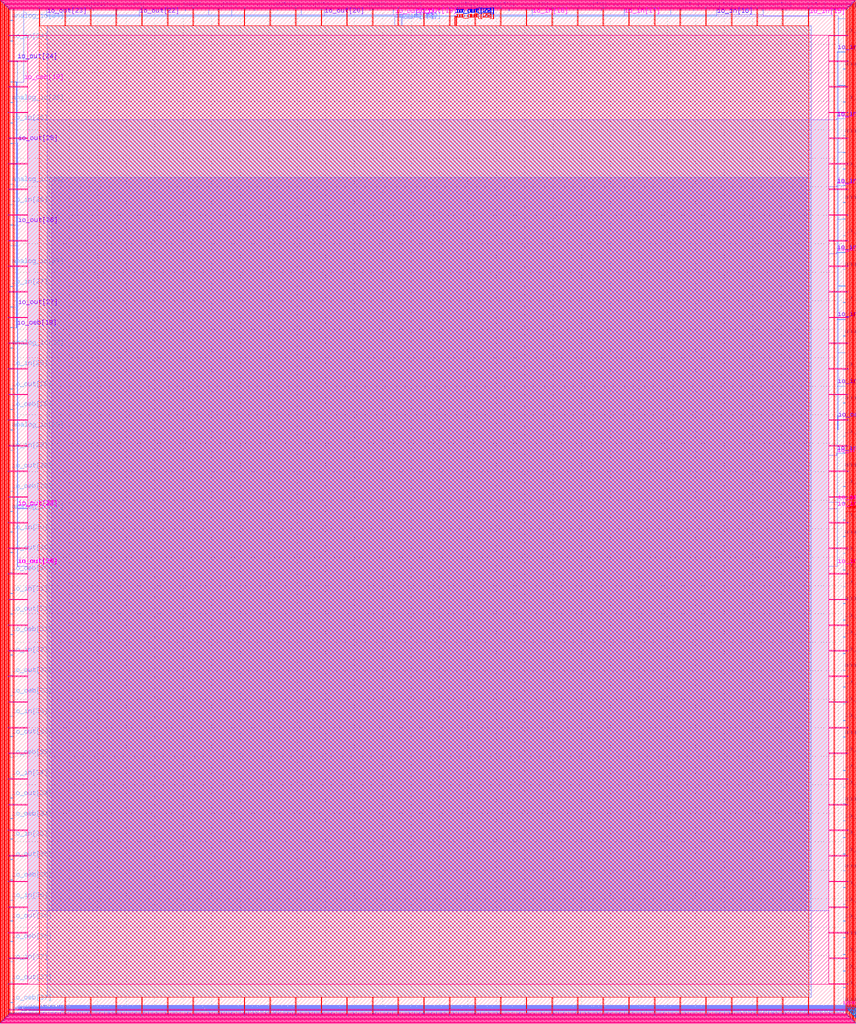
<source format=lef>
VERSION 5.7 ;
  NOWIREEXTENSIONATPIN ON ;
  DIVIDERCHAR "/" ;
  BUSBITCHARS "[]" ;
MACRO user_project_wrapper
  CLASS BLOCK ;
  FOREIGN user_project_wrapper ;
  ORIGIN 0.000 0.000 ;
  SIZE 2920.000 BY 3520.000 ;
  PIN analog_io[0]
    DIRECTION INOUT ;
    PORT
      LAYER met3 ;
        RECT 2917.600 28.980 2924.800 30.180 ;
    END
  END analog_io[0]
  PIN analog_io[10]
    DIRECTION INOUT ;
    PORT
      LAYER met3 ;
        RECT 2917.600 2374.980 2924.800 2376.180 ;
    END
  END analog_io[10]
  PIN analog_io[11]
    DIRECTION INOUT ;
    PORT
      LAYER met3 ;
        RECT 2917.600 2609.580 2924.800 2610.780 ;
    END
  END analog_io[11]
  PIN analog_io[12]
    DIRECTION INOUT ;
    PORT
      LAYER met3 ;
        RECT 2917.600 2844.180 2924.800 2845.380 ;
    END
  END analog_io[12]
  PIN analog_io[13]
    DIRECTION INOUT ;
    PORT
      LAYER met3 ;
        RECT 2917.600 3078.780 2924.800 3079.980 ;
    END
  END analog_io[13]
  PIN analog_io[14]
    DIRECTION INOUT ;
    PORT
      LAYER met3 ;
        RECT 2917.600 3313.380 2924.800 3314.580 ;
    END
  END analog_io[14]
  PIN analog_io[15]
    DIRECTION INOUT ;
    PORT
      LAYER met2 ;
        RECT 2879.090 3517.600 2879.650 3524.800 ;
    END
  END analog_io[15]
  PIN analog_io[16]
    DIRECTION INOUT ;
    PORT
      LAYER met2 ;
        RECT 2554.790 3517.600 2555.350 3524.800 ;
    END
  END analog_io[16]
  PIN analog_io[17]
    DIRECTION INOUT ;
    PORT
      LAYER met2 ;
        RECT 2230.490 3517.600 2231.050 3524.800 ;
    END
  END analog_io[17]
  PIN analog_io[18]
    DIRECTION INOUT ;
    PORT
      LAYER met2 ;
        RECT 1905.730 3517.600 1906.290 3524.800 ;
    END
  END analog_io[18]
  PIN analog_io[19]
    DIRECTION INOUT ;
    PORT
      LAYER met2 ;
        RECT 1581.430 3517.600 1581.990 3524.800 ;
    END
  END analog_io[19]
  PIN analog_io[1]
    DIRECTION INOUT ;
    PORT
      LAYER met3 ;
        RECT 2917.600 263.580 2924.800 264.780 ;
    END
  END analog_io[1]
  PIN analog_io[20]
    DIRECTION INOUT ;
    PORT
      LAYER met2 ;
        RECT 1257.130 3517.600 1257.690 3524.800 ;
    END
  END analog_io[20]
  PIN analog_io[21]
    DIRECTION INOUT ;
    PORT
      LAYER met2 ;
        RECT 932.370 3517.600 932.930 3524.800 ;
    END
  END analog_io[21]
  PIN analog_io[22]
    DIRECTION INOUT ;
    PORT
      LAYER met2 ;
        RECT 608.070 3517.600 608.630 3524.800 ;
    END
  END analog_io[22]
  PIN analog_io[23]
    DIRECTION INOUT ;
    PORT
      LAYER met2 ;
        RECT 283.770 3517.600 284.330 3524.800 ;
    END
  END analog_io[23]
  PIN analog_io[24]
    DIRECTION INOUT ;
    PORT
      LAYER met3 ;
        RECT -4.800 3482.700 2.400 3483.900 ;
    END
  END analog_io[24]
  PIN analog_io[25]
    DIRECTION INOUT ;
    PORT
      LAYER met3 ;
        RECT -4.800 3195.060 2.400 3196.260 ;
    END
  END analog_io[25]
  PIN analog_io[26]
    DIRECTION INOUT ;
    PORT
      LAYER met3 ;
        RECT -4.800 2908.100 2.400 2909.300 ;
    END
  END analog_io[26]
  PIN analog_io[27]
    DIRECTION INOUT ;
    PORT
      LAYER met3 ;
        RECT -4.800 2620.460 2.400 2621.660 ;
    END
  END analog_io[27]
  PIN analog_io[28]
    DIRECTION INOUT ;
    PORT
      LAYER met3 ;
        RECT -4.800 2333.500 2.400 2334.700 ;
    END
  END analog_io[28]
  PIN analog_io[29]
    DIRECTION INOUT ;
    PORT
      LAYER met3 ;
        RECT -4.800 2045.860 2.400 2047.060 ;
    END
  END analog_io[29]
  PIN analog_io[2]
    DIRECTION INOUT ;
    PORT
      LAYER met3 ;
        RECT 2917.600 498.180 2924.800 499.380 ;
    END
  END analog_io[2]
  PIN analog_io[30]
    DIRECTION INOUT ;
    PORT
      LAYER met3 ;
        RECT -4.800 1758.900 2.400 1760.100 ;
    END
  END analog_io[30]
  PIN analog_io[3]
    DIRECTION INOUT ;
    PORT
      LAYER met3 ;
        RECT 2917.600 732.780 2924.800 733.980 ;
    END
  END analog_io[3]
  PIN analog_io[4]
    DIRECTION INOUT ;
    PORT
      LAYER met3 ;
        RECT 2917.600 967.380 2924.800 968.580 ;
    END
  END analog_io[4]
  PIN analog_io[5]
    DIRECTION INOUT ;
    PORT
      LAYER met3 ;
        RECT 2917.600 1201.980 2924.800 1203.180 ;
    END
  END analog_io[5]
  PIN analog_io[6]
    DIRECTION INOUT ;
    PORT
      LAYER met3 ;
        RECT 2917.600 1436.580 2924.800 1437.780 ;
    END
  END analog_io[6]
  PIN analog_io[7]
    DIRECTION INOUT ;
    PORT
      LAYER met3 ;
        RECT 2917.600 1671.180 2924.800 1672.380 ;
    END
  END analog_io[7]
  PIN analog_io[8]
    DIRECTION INOUT ;
    PORT
      LAYER met3 ;
        RECT 2917.600 1905.780 2924.800 1906.980 ;
    END
  END analog_io[8]
  PIN analog_io[9]
    DIRECTION INOUT ;
    PORT
      LAYER met3 ;
        RECT 2917.600 2140.380 2924.800 2141.580 ;
    END
  END analog_io[9]
  PIN io_in[0]
    DIRECTION INPUT ;
    PORT
      LAYER met3 ;
        RECT 2917.600 87.460 2924.800 88.660 ;
    END
  END io_in[0]
  PIN io_in[10]
    DIRECTION INPUT ;
    PORT
      LAYER met1 ;
        RECT 2896.230 1792.380 2896.550 1792.440 ;
        RECT 2866.000 1792.240 2896.550 1792.380 ;
        RECT 2896.230 1792.180 2896.550 1792.240 ;
      LAYER via ;
        RECT 2896.260 1792.180 2896.520 1792.440 ;
      LAYER met2 ;
        RECT 2896.250 2433.875 2896.530 2434.245 ;
        RECT 2896.320 1792.470 2896.460 2433.875 ;
        RECT 2896.260 1792.150 2896.520 1792.470 ;
      LAYER via2 ;
        RECT 2896.250 2433.920 2896.530 2434.200 ;
      LAYER met3 ;
        RECT 2896.225 2434.210 2896.555 2434.225 ;
        RECT 2917.600 2434.210 2924.800 2434.660 ;
        RECT 2896.225 2433.910 2924.800 2434.210 ;
        RECT 2896.225 2433.895 2896.555 2433.910 ;
        RECT 2917.600 2433.460 2924.800 2433.910 ;
    END
  END io_in[10]
  PIN io_in[11]
    DIRECTION INPUT ;
    PORT
      LAYER met1 ;
        RECT 2893.930 2664.480 2894.250 2664.540 ;
        RECT 2866.000 2664.340 2894.250 2664.480 ;
        RECT 2893.930 2664.280 2894.250 2664.340 ;
      LAYER via ;
        RECT 2893.960 2664.280 2894.220 2664.540 ;
      LAYER met2 ;
        RECT 2893.950 2669.155 2894.230 2669.525 ;
        RECT 2894.020 2664.570 2894.160 2669.155 ;
        RECT 2893.960 2664.250 2894.220 2664.570 ;
      LAYER via2 ;
        RECT 2893.950 2669.200 2894.230 2669.480 ;
      LAYER met3 ;
        RECT 2893.925 2669.490 2894.255 2669.505 ;
        RECT 2917.600 2669.490 2924.800 2669.940 ;
        RECT 2893.925 2669.190 2924.800 2669.490 ;
        RECT 2893.925 2669.175 2894.255 2669.190 ;
        RECT 2917.600 2668.740 2924.800 2669.190 ;
    END
  END io_in[11]
  PIN io_in[12]
    DIRECTION INPUT ;
    PORT
      LAYER met1 ;
        RECT 2893.930 2900.100 2894.250 2900.160 ;
        RECT 2866.000 2899.960 2894.250 2900.100 ;
        RECT 2893.930 2899.900 2894.250 2899.960 ;
      LAYER via ;
        RECT 2893.960 2899.900 2894.220 2900.160 ;
      LAYER met2 ;
        RECT 2893.950 2903.755 2894.230 2904.125 ;
        RECT 2894.020 2900.190 2894.160 2903.755 ;
        RECT 2893.960 2899.870 2894.220 2900.190 ;
      LAYER via2 ;
        RECT 2893.950 2903.800 2894.230 2904.080 ;
      LAYER met3 ;
        RECT 2893.925 2904.090 2894.255 2904.105 ;
        RECT 2917.600 2904.090 2924.800 2904.540 ;
        RECT 2893.925 2903.790 2924.800 2904.090 ;
        RECT 2893.925 2903.775 2894.255 2903.790 ;
        RECT 2917.600 2903.340 2924.800 2903.790 ;
    END
  END io_in[12]
  PIN io_in[13]
    DIRECTION INPUT ;
    PORT
      LAYER met1 ;
        RECT 2893.930 3135.720 2894.250 3135.780 ;
        RECT 2866.000 3135.580 2894.250 3135.720 ;
        RECT 2893.930 3135.520 2894.250 3135.580 ;
      LAYER via ;
        RECT 2893.960 3135.520 2894.220 3135.780 ;
      LAYER met2 ;
        RECT 2893.950 3138.355 2894.230 3138.725 ;
        RECT 2894.020 3135.810 2894.160 3138.355 ;
        RECT 2893.960 3135.490 2894.220 3135.810 ;
      LAYER via2 ;
        RECT 2893.950 3138.400 2894.230 3138.680 ;
      LAYER met3 ;
        RECT 2893.925 3138.690 2894.255 3138.705 ;
        RECT 2917.600 3138.690 2924.800 3139.140 ;
        RECT 2893.925 3138.390 2924.800 3138.690 ;
        RECT 2893.925 3138.375 2894.255 3138.390 ;
        RECT 2917.600 3137.940 2924.800 3138.390 ;
    END
  END io_in[13]
  PIN io_in[14]
    DIRECTION INPUT ;
    PORT
      LAYER met1 ;
        RECT 2895.770 1567.300 2896.090 1567.360 ;
        RECT 2866.000 1567.160 2896.090 1567.300 ;
        RECT 2895.770 1567.100 2896.090 1567.160 ;
      LAYER via ;
        RECT 2895.800 1567.100 2896.060 1567.360 ;
      LAYER met2 ;
        RECT 2895.790 3372.955 2896.070 3373.325 ;
        RECT 2895.860 1567.390 2896.000 3372.955 ;
        RECT 2895.800 1567.070 2896.060 1567.390 ;
      LAYER via2 ;
        RECT 2895.790 3373.000 2896.070 3373.280 ;
      LAYER met3 ;
        RECT 2895.765 3373.290 2896.095 3373.305 ;
        RECT 2917.600 3373.290 2924.800 3373.740 ;
        RECT 2895.765 3372.990 2924.800 3373.290 ;
        RECT 2895.765 3372.975 2896.095 3372.990 ;
        RECT 2917.600 3372.540 2924.800 3372.990 ;
    END
  END io_in[14]
  PIN io_in[15]
    DIRECTION INPUT ;
    PORT
      LAYER met1 ;
        RECT 1353.850 3499.520 1354.170 3499.580 ;
        RECT 2798.250 3499.520 2798.570 3499.580 ;
        RECT 1353.850 3499.380 2798.570 3499.520 ;
        RECT 1353.850 3499.320 1354.170 3499.380 ;
        RECT 2798.250 3499.320 2798.570 3499.380 ;
      LAYER via ;
        RECT 1353.880 3499.320 1354.140 3499.580 ;
        RECT 2798.280 3499.320 2798.540 3499.580 ;
      LAYER met2 ;
        RECT 2798.130 3517.600 2798.690 3524.800 ;
        RECT 2798.340 3499.610 2798.480 3517.600 ;
        RECT 1353.880 3499.290 1354.140 3499.610 ;
        RECT 2798.280 3499.290 2798.540 3499.610 ;
        RECT 1353.940 3466.000 1354.080 3499.290 ;
    END
  END io_in[15]
  PIN io_in[16]
    DIRECTION INPUT ;
    PORT
      LAYER met2 ;
        RECT 2473.830 3517.600 2474.390 3524.800 ;
        RECT 2474.040 3499.805 2474.180 3517.600 ;
        RECT 2473.970 3499.435 2474.250 3499.805 ;
      LAYER via2 ;
        RECT 2473.970 3499.480 2474.250 3499.760 ;
      LAYER met3 ;
        RECT 1559.670 3499.770 1560.050 3499.780 ;
        RECT 2473.945 3499.770 2474.275 3499.785 ;
        RECT 1559.670 3499.470 2474.275 3499.770 ;
        RECT 1559.670 3499.460 1560.050 3499.470 ;
        RECT 2473.945 3499.455 2474.275 3499.470 ;
      LAYER via3 ;
        RECT 1559.700 3499.460 1560.020 3499.780 ;
      LAYER met4 ;
        RECT 1559.695 3499.455 1560.025 3499.785 ;
        RECT 1559.710 3466.000 1560.010 3499.455 ;
    END
  END io_in[16]
  PIN io_in[17]
    DIRECTION INPUT ;
    PORT
      LAYER met1 ;
        RECT 1353.390 3499.860 1353.710 3499.920 ;
        RECT 2149.190 3499.860 2149.510 3499.920 ;
        RECT 1353.390 3499.720 2149.510 3499.860 ;
        RECT 1353.390 3499.660 1353.710 3499.720 ;
        RECT 2149.190 3499.660 2149.510 3499.720 ;
      LAYER via ;
        RECT 1353.420 3499.660 1353.680 3499.920 ;
        RECT 2149.220 3499.660 2149.480 3499.920 ;
      LAYER met2 ;
        RECT 2149.070 3517.600 2149.630 3524.800 ;
        RECT 2149.280 3499.950 2149.420 3517.600 ;
        RECT 1353.420 3499.630 1353.680 3499.950 ;
        RECT 2149.220 3499.630 2149.480 3499.950 ;
        RECT 1353.480 3466.000 1353.620 3499.630 ;
    END
  END io_in[17]
  PIN io_in[18]
    DIRECTION INPUT ;
    PORT
      LAYER met1 ;
        RECT 1365.350 3500.200 1365.670 3500.260 ;
        RECT 1824.890 3500.200 1825.210 3500.260 ;
        RECT 1365.350 3500.060 1825.210 3500.200 ;
        RECT 1365.350 3500.000 1365.670 3500.060 ;
        RECT 1824.890 3500.000 1825.210 3500.060 ;
      LAYER via ;
        RECT 1365.380 3500.000 1365.640 3500.260 ;
        RECT 1824.920 3500.000 1825.180 3500.260 ;
      LAYER met2 ;
        RECT 1824.770 3517.600 1825.330 3524.800 ;
        RECT 1824.980 3500.290 1825.120 3517.600 ;
        RECT 1365.380 3499.970 1365.640 3500.290 ;
        RECT 1824.920 3499.970 1825.180 3500.290 ;
        RECT 1365.440 3466.000 1365.580 3499.970 ;
    END
  END io_in[18]
  PIN io_in[19]
    DIRECTION INPUT ;
    PORT
      LAYER met2 ;
        RECT 1500.470 3517.600 1501.030 3524.800 ;
    END
  END io_in[19]
  PIN io_in[1]
    DIRECTION INPUT ;
    PORT
      LAYER met3 ;
        RECT 2917.600 322.060 2924.800 323.260 ;
    END
  END io_in[1]
  PIN io_in[20]
    DIRECTION INPUT ;
    PORT
      LAYER met2 ;
        RECT 1175.710 3517.600 1176.270 3524.800 ;
    END
  END io_in[20]
  PIN io_in[21]
    DIRECTION INPUT ;
    PORT
      LAYER met2 ;
        RECT 851.410 3517.600 851.970 3524.800 ;
    END
  END io_in[21]
  PIN io_in[22]
    DIRECTION INPUT ;
    PORT
      LAYER met2 ;
        RECT 527.110 3517.600 527.670 3524.800 ;
    END
  END io_in[22]
  PIN io_in[23]
    DIRECTION INPUT ;
    PORT
      LAYER met2 ;
        RECT 202.350 3517.600 202.910 3524.800 ;
    END
  END io_in[23]
  PIN io_in[24]
    DIRECTION INPUT ;
    PORT
      LAYER met3 ;
        RECT -4.800 3410.620 2.400 3411.820 ;
    END
  END io_in[24]
  PIN io_in[25]
    DIRECTION INPUT ;
    PORT
      LAYER met3 ;
        RECT -4.800 3123.660 2.400 3124.860 ;
    END
  END io_in[25]
  PIN io_in[26]
    DIRECTION INPUT ;
    PORT
      LAYER met3 ;
        RECT -4.800 2836.020 2.400 2837.220 ;
    END
  END io_in[26]
  PIN io_in[27]
    DIRECTION INPUT ;
    PORT
      LAYER met3 ;
        RECT -4.800 2549.060 2.400 2550.260 ;
    END
  END io_in[27]
  PIN io_in[28]
    DIRECTION INPUT ;
    PORT
      LAYER met3 ;
        RECT -4.800 2261.420 2.400 2262.620 ;
    END
  END io_in[28]
  PIN io_in[29]
    DIRECTION INPUT ;
    PORT
      LAYER met3 ;
        RECT -4.800 1974.460 2.400 1975.660 ;
    END
  END io_in[29]
  PIN io_in[2]
    DIRECTION INPUT ;
    PORT
      LAYER met3 ;
        RECT 2917.600 556.660 2924.800 557.860 ;
    END
  END io_in[2]
  PIN io_in[30]
    DIRECTION INPUT ;
    PORT
      LAYER met3 ;
        RECT -4.800 1686.820 2.400 1688.020 ;
    END
  END io_in[30]
  PIN io_in[31]
    DIRECTION INPUT ;
    PORT
      LAYER met3 ;
        RECT -4.800 1471.260 2.400 1472.460 ;
    END
  END io_in[31]
  PIN io_in[32]
    DIRECTION INPUT ;
    PORT
      LAYER met3 ;
        RECT -4.800 1255.700 2.400 1256.900 ;
    END
  END io_in[32]
  PIN io_in[33]
    DIRECTION INPUT ;
    PORT
      LAYER met3 ;
        RECT -4.800 1040.140 2.400 1041.340 ;
    END
  END io_in[33]
  PIN io_in[34]
    DIRECTION INPUT ;
    PORT
      LAYER met3 ;
        RECT -4.800 824.580 2.400 825.780 ;
    END
  END io_in[34]
  PIN io_in[35]
    DIRECTION INPUT ;
    PORT
      LAYER met3 ;
        RECT -4.800 609.700 2.400 610.900 ;
    END
  END io_in[35]
  PIN io_in[36]
    DIRECTION INPUT ;
    PORT
      LAYER met3 ;
        RECT -4.800 394.140 2.400 395.340 ;
    END
  END io_in[36]
  PIN io_in[37]
    DIRECTION INPUT ;
    PORT
      LAYER met3 ;
        RECT -4.800 178.580 2.400 179.780 ;
    END
  END io_in[37]
  PIN io_in[3]
    DIRECTION INPUT ;
    PORT
      LAYER met3 ;
        RECT 2917.600 791.260 2924.800 792.460 ;
    END
  END io_in[3]
  PIN io_in[4]
    DIRECTION INPUT ;
    PORT
      LAYER met3 ;
        RECT 2917.600 1025.860 2924.800 1027.060 ;
    END
  END io_in[4]
  PIN io_in[5]
    DIRECTION INPUT ;
    PORT
      LAYER met3 ;
        RECT 2917.600 1260.460 2924.800 1261.660 ;
    END
  END io_in[5]
  PIN io_in[6]
    DIRECTION INPUT ;
    PORT
      LAYER met3 ;
        RECT 2917.600 1495.060 2924.800 1496.260 ;
    END
  END io_in[6]
  PIN io_in[7]
    DIRECTION INPUT ;
    PORT
      LAYER met3 ;
        RECT 2917.600 1729.660 2924.800 1730.860 ;
    END
  END io_in[7]
  PIN io_in[8]
    DIRECTION INPUT ;
    PORT
      LAYER met1 ;
        RECT 2893.930 1957.960 2894.250 1958.020 ;
        RECT 2866.000 1957.820 2894.250 1957.960 ;
        RECT 2893.930 1957.760 2894.250 1957.820 ;
      LAYER via ;
        RECT 2893.960 1957.760 2894.220 1958.020 ;
      LAYER met2 ;
        RECT 2893.950 1964.675 2894.230 1965.045 ;
        RECT 2894.020 1958.050 2894.160 1964.675 ;
        RECT 2893.960 1957.730 2894.220 1958.050 ;
      LAYER via2 ;
        RECT 2893.950 1964.720 2894.230 1965.000 ;
      LAYER met3 ;
        RECT 2893.925 1965.010 2894.255 1965.025 ;
        RECT 2917.600 1965.010 2924.800 1965.460 ;
        RECT 2893.925 1964.710 2924.800 1965.010 ;
        RECT 2893.925 1964.695 2894.255 1964.710 ;
        RECT 2917.600 1964.260 2924.800 1964.710 ;
    END
  END io_in[8]
  PIN io_in[9]
    DIRECTION INPUT ;
    PORT
      LAYER met1 ;
        RECT 2896.690 1770.280 2897.010 1770.340 ;
        RECT 2866.000 1770.140 2897.010 1770.280 ;
        RECT 2896.690 1770.080 2897.010 1770.140 ;
      LAYER via ;
        RECT 2896.720 1770.080 2896.980 1770.340 ;
      LAYER met2 ;
        RECT 2896.710 2199.275 2896.990 2199.645 ;
        RECT 2896.780 1770.370 2896.920 2199.275 ;
        RECT 2896.720 1770.050 2896.980 1770.370 ;
      LAYER via2 ;
        RECT 2896.710 2199.320 2896.990 2199.600 ;
      LAYER met3 ;
        RECT 2896.685 2199.610 2897.015 2199.625 ;
        RECT 2917.600 2199.610 2924.800 2200.060 ;
        RECT 2896.685 2199.310 2924.800 2199.610 ;
        RECT 2896.685 2199.295 2897.015 2199.310 ;
        RECT 2917.600 2198.860 2924.800 2199.310 ;
    END
  END io_in[9]
  PIN io_oeb[0]
    DIRECTION OUTPUT TRISTATE ;
    PORT
      LAYER met3 ;
        RECT 2917.600 204.420 2924.800 205.620 ;
    END
  END io_oeb[0]
  PIN io_oeb[1]
    DIRECTION OUTPUT TRISTATE ;
    PORT
      LAYER met3 ;
        RECT 2917.600 439.020 2924.800 440.220 ;
    END
  END io_oeb[1]
  PIN io_oeb[28]
    DIRECTION OUTPUT TRISTATE ;
    PORT
      LAYER met3 ;
        RECT -4.800 2117.940 2.400 2119.140 ;
    END
  END io_oeb[28]
  PIN io_oeb[29]
    DIRECTION OUTPUT TRISTATE ;
    PORT
      LAYER met3 ;
        RECT -4.800 1830.300 2.400 1831.500 ;
    END
  END io_oeb[29]
  PIN io_oeb[2]
    DIRECTION OUTPUT TRISTATE ;
    PORT
      LAYER met3 ;
        RECT 2917.600 673.620 2924.800 674.820 ;
    END
  END io_oeb[2]
  PIN io_oeb[30]
    DIRECTION OUTPUT TRISTATE ;
    PORT
      LAYER met3 ;
        RECT -4.800 1543.340 2.400 1544.540 ;
    END
  END io_oeb[30]
  PIN io_oeb[31]
    DIRECTION OUTPUT TRISTATE ;
    PORT
      LAYER met3 ;
        RECT -4.800 1327.780 2.400 1328.980 ;
    END
  END io_oeb[31]
  PIN io_oeb[32]
    DIRECTION OUTPUT TRISTATE ;
    PORT
      LAYER met3 ;
        RECT -4.800 1112.220 2.400 1113.420 ;
    END
  END io_oeb[32]
  PIN io_oeb[33]
    DIRECTION OUTPUT TRISTATE ;
    PORT
      LAYER met3 ;
        RECT -4.800 896.660 2.400 897.860 ;
    END
  END io_oeb[33]
  PIN io_oeb[34]
    DIRECTION OUTPUT TRISTATE ;
    PORT
      LAYER met3 ;
        RECT -4.800 681.100 2.400 682.300 ;
    END
  END io_oeb[34]
  PIN io_oeb[35]
    DIRECTION OUTPUT TRISTATE ;
    PORT
      LAYER met3 ;
        RECT -4.800 465.540 2.400 466.740 ;
    END
  END io_oeb[35]
  PIN io_oeb[36]
    DIRECTION OUTPUT TRISTATE ;
    PORT
      LAYER met3 ;
        RECT -4.800 249.980 2.400 251.180 ;
    END
  END io_oeb[36]
  PIN io_oeb[37]
    DIRECTION OUTPUT TRISTATE ;
    PORT
      LAYER met3 ;
        RECT -4.800 35.100 2.400 36.300 ;
    END
  END io_oeb[37]
  PIN io_oeb[3]
    DIRECTION OUTPUT TRISTATE ;
    PORT
      LAYER met3 ;
        RECT 2917.600 908.900 2924.800 910.100 ;
    END
  END io_oeb[3]
  PIN io_oeb[4]
    DIRECTION OUTPUT TRISTATE ;
    PORT
      LAYER met3 ;
        RECT 2917.600 1143.500 2924.800 1144.700 ;
    END
  END io_oeb[4]
  PIN io_oeb[5]
    DIRECTION OUTPUT TRISTATE ;
    PORT
      LAYER met3 ;
        RECT 2917.600 1378.100 2924.800 1379.300 ;
    END
  END io_oeb[5]
  PIN io_oeb[6]
    DIRECTION OUTPUT TRISTATE ;
    PORT
      LAYER met3 ;
        RECT 2917.600 1612.700 2924.800 1613.900 ;
    END
  END io_oeb[6]
  PIN io_oeb[7]
    DIRECTION OUTPUT TRISTATE ;
    PORT
      LAYER met3 ;
        RECT 2917.600 1847.300 2924.800 1848.500 ;
    END
  END io_oeb[7]
  PIN io_out[0]
    DIRECTION OUTPUT TRISTATE ;
    PORT
      LAYER met3 ;
        RECT 2917.600 145.940 2924.800 147.140 ;
    END
  END io_out[0]
  PIN io_out[10]
    DIRECTION OUTPUT TRISTATE ;
    PORT
      LAYER met3 ;
        RECT 2917.600 2492.620 2924.800 2493.820 ;
    END
  END io_out[10]
  PIN io_out[11]
    DIRECTION OUTPUT TRISTATE ;
    PORT
      LAYER met3 ;
        RECT 2917.600 2727.220 2924.800 2728.420 ;
    END
  END io_out[11]
  PIN io_out[12]
    DIRECTION OUTPUT TRISTATE ;
    PORT
      LAYER met3 ;
        RECT 2917.600 2961.820 2924.800 2963.020 ;
    END
  END io_out[12]
  PIN io_out[13]
    DIRECTION OUTPUT TRISTATE ;
    PORT
      LAYER met3 ;
        RECT 2917.600 3196.420 2924.800 3197.620 ;
    END
  END io_out[13]
  PIN io_out[14]
    DIRECTION OUTPUT TRISTATE ;
    PORT
      LAYER met3 ;
        RECT 2917.600 3431.020 2924.800 3432.220 ;
    END
  END io_out[14]
  PIN io_out[15]
    DIRECTION OUTPUT TRISTATE ;
    PORT
      LAYER met2 ;
        RECT 2717.170 3517.600 2717.730 3524.800 ;
    END
  END io_out[15]
  PIN io_out[16]
    DIRECTION OUTPUT TRISTATE ;
    PORT
      LAYER met2 ;
        RECT 2392.410 3517.600 2392.970 3524.800 ;
    END
  END io_out[16]
  PIN io_out[17]
    DIRECTION OUTPUT TRISTATE ;
    PORT
      LAYER met2 ;
        RECT 2068.110 3517.600 2068.670 3524.800 ;
    END
  END io_out[17]
  PIN io_out[18]
    DIRECTION OUTPUT TRISTATE ;
    PORT
      LAYER met2 ;
        RECT 1743.810 3517.600 1744.370 3524.800 ;
    END
  END io_out[18]
  PIN io_out[19]
    DIRECTION OUTPUT TRISTATE ;
    PORT
      LAYER met1 ;
        RECT 1364.890 3500.540 1365.210 3500.600 ;
        RECT 1419.170 3500.540 1419.490 3500.600 ;
        RECT 1364.890 3500.400 1419.490 3500.540 ;
        RECT 1364.890 3500.340 1365.210 3500.400 ;
        RECT 1419.170 3500.340 1419.490 3500.400 ;
      LAYER via ;
        RECT 1364.920 3500.340 1365.180 3500.600 ;
        RECT 1419.200 3500.340 1419.460 3500.600 ;
      LAYER met2 ;
        RECT 1419.050 3517.600 1419.610 3524.800 ;
        RECT 1419.260 3500.630 1419.400 3517.600 ;
        RECT 1364.920 3500.310 1365.180 3500.630 ;
        RECT 1419.200 3500.310 1419.460 3500.630 ;
        RECT 1364.980 3466.000 1365.120 3500.310 ;
    END
  END io_out[19]
  PIN io_out[1]
    DIRECTION OUTPUT TRISTATE ;
    PORT
      LAYER met3 ;
        RECT 2917.600 380.540 2924.800 381.740 ;
    END
  END io_out[1]
  PIN io_out[20]
    DIRECTION OUTPUT TRISTATE ;
    PORT
      LAYER met2 ;
        RECT 1094.750 3517.600 1095.310 3524.800 ;
        RECT 1094.960 3501.165 1095.100 3517.600 ;
        RECT 1094.890 3500.795 1095.170 3501.165 ;
      LAYER via2 ;
        RECT 1094.890 3500.840 1095.170 3501.120 ;
      LAYER met3 ;
        RECT 1094.865 3501.130 1095.195 3501.145 ;
        RECT 1553.230 3501.130 1553.610 3501.140 ;
        RECT 1094.865 3500.830 1553.610 3501.130 ;
        RECT 1094.865 3500.815 1095.195 3500.830 ;
        RECT 1553.230 3500.820 1553.610 3500.830 ;
      LAYER via3 ;
        RECT 1553.260 3500.820 1553.580 3501.140 ;
      LAYER met4 ;
        RECT 1553.255 3500.815 1553.585 3501.145 ;
        RECT 1553.270 3466.000 1553.570 3500.815 ;
    END
  END io_out[20]
  PIN io_out[21]
    DIRECTION OUTPUT TRISTATE ;
    PORT
      LAYER met1 ;
        RECT 770.570 3499.520 770.890 3499.580 ;
        RECT 1342.810 3499.520 1343.130 3499.580 ;
        RECT 770.570 3499.380 1343.130 3499.520 ;
        RECT 770.570 3499.320 770.890 3499.380 ;
        RECT 1342.810 3499.320 1343.130 3499.380 ;
      LAYER via ;
        RECT 770.600 3499.320 770.860 3499.580 ;
        RECT 1342.840 3499.320 1343.100 3499.580 ;
      LAYER met2 ;
        RECT 770.450 3517.600 771.010 3524.800 ;
        RECT 770.660 3499.610 770.800 3517.600 ;
        RECT 770.600 3499.290 770.860 3499.610 ;
        RECT 1342.840 3499.290 1343.100 3499.610 ;
        RECT 1342.900 3466.000 1343.040 3499.290 ;
    END
  END io_out[21]
  PIN io_out[22]
    DIRECTION OUTPUT TRISTATE ;
    PORT
      LAYER met2 ;
        RECT 445.690 3517.600 446.250 3524.800 ;
        RECT 445.900 3500.485 446.040 3517.600 ;
        RECT 445.830 3500.115 446.110 3500.485 ;
      LAYER via2 ;
        RECT 445.830 3500.160 446.110 3500.440 ;
      LAYER met3 ;
        RECT 445.805 3500.450 446.135 3500.465 ;
        RECT 1555.070 3500.450 1555.450 3500.460 ;
        RECT 445.805 3500.150 1555.450 3500.450 ;
        RECT 445.805 3500.135 446.135 3500.150 ;
        RECT 1555.070 3500.140 1555.450 3500.150 ;
      LAYER via3 ;
        RECT 1555.100 3500.140 1555.420 3500.460 ;
      LAYER met4 ;
        RECT 1555.095 3500.135 1555.425 3500.465 ;
        RECT 1555.110 3466.000 1555.410 3500.135 ;
    END
  END io_out[22]
  PIN io_out[23]
    DIRECTION OUTPUT TRISTATE ;
    PORT
      LAYER met2 ;
        RECT 121.390 3517.600 121.950 3524.800 ;
        RECT 121.600 3499.805 121.740 3517.600 ;
        RECT 121.530 3499.435 121.810 3499.805 ;
      LAYER via2 ;
        RECT 121.530 3499.480 121.810 3499.760 ;
      LAYER met3 ;
        RECT 121.505 3499.770 121.835 3499.785 ;
        RECT 1554.150 3499.770 1554.530 3499.780 ;
        RECT 121.505 3499.470 1554.530 3499.770 ;
        RECT 121.505 3499.455 121.835 3499.470 ;
        RECT 1554.150 3499.460 1554.530 3499.470 ;
      LAYER via3 ;
        RECT 1554.180 3499.460 1554.500 3499.780 ;
      LAYER met4 ;
        RECT 1554.175 3499.455 1554.505 3499.785 ;
        RECT 1554.190 3466.000 1554.490 3499.455 ;
    END
  END io_out[23]
  PIN io_out[24]
    DIRECTION OUTPUT TRISTATE ;
    PORT
      LAYER met1 ;
        RECT 18.010 1567.640 18.330 1567.700 ;
        RECT 18.010 1567.500 54.000 1567.640 ;
        RECT 18.010 1567.440 18.330 1567.500 ;
      LAYER via ;
        RECT 18.040 1567.440 18.300 1567.700 ;
      LAYER met2 ;
        RECT 18.030 3339.635 18.310 3340.005 ;
        RECT 18.100 1567.730 18.240 3339.635 ;
        RECT 18.040 1567.410 18.300 1567.730 ;
      LAYER via2 ;
        RECT 18.030 3339.680 18.310 3339.960 ;
      LAYER met3 ;
        RECT -4.800 3339.970 2.400 3340.420 ;
        RECT 18.005 3339.970 18.335 3339.985 ;
        RECT -4.800 3339.670 18.335 3339.970 ;
        RECT -4.800 3339.220 2.400 3339.670 ;
        RECT 18.005 3339.655 18.335 3339.670 ;
    END
  END io_out[24]
  PIN io_out[25]
    DIRECTION OUTPUT TRISTATE ;
    PORT
      LAYER met1 ;
        RECT 18.470 1567.300 18.790 1567.360 ;
        RECT 18.470 1567.160 54.000 1567.300 ;
        RECT 18.470 1567.100 18.790 1567.160 ;
      LAYER via ;
        RECT 18.500 1567.100 18.760 1567.360 ;
      LAYER met2 ;
        RECT 18.490 3051.995 18.770 3052.365 ;
        RECT 18.560 1567.390 18.700 3051.995 ;
        RECT 18.500 1567.070 18.760 1567.390 ;
      LAYER via2 ;
        RECT 18.490 3052.040 18.770 3052.320 ;
      LAYER met3 ;
        RECT -4.800 3052.330 2.400 3052.780 ;
        RECT 18.465 3052.330 18.795 3052.345 ;
        RECT -4.800 3052.030 18.795 3052.330 ;
        RECT -4.800 3051.580 2.400 3052.030 ;
        RECT 18.465 3052.015 18.795 3052.030 ;
    END
  END io_out[25]
  PIN io_out[26]
    DIRECTION OUTPUT TRISTATE ;
    PORT
      LAYER met1 ;
        RECT 18.930 1769.940 19.250 1770.000 ;
        RECT 18.930 1769.800 54.000 1769.940 ;
        RECT 18.930 1769.740 19.250 1769.800 ;
      LAYER via ;
        RECT 18.960 1769.740 19.220 1770.000 ;
      LAYER met2 ;
        RECT 18.950 2765.035 19.230 2765.405 ;
        RECT 19.020 1770.030 19.160 2765.035 ;
        RECT 18.960 1769.710 19.220 1770.030 ;
      LAYER via2 ;
        RECT 18.950 2765.080 19.230 2765.360 ;
      LAYER met3 ;
        RECT -4.800 2765.370 2.400 2765.820 ;
        RECT 18.925 2765.370 19.255 2765.385 ;
        RECT -4.800 2765.070 19.255 2765.370 ;
        RECT -4.800 2764.620 2.400 2765.070 ;
        RECT 18.925 2765.055 19.255 2765.070 ;
    END
  END io_out[26]
  PIN io_out[27]
    DIRECTION OUTPUT TRISTATE ;
    PORT
      LAYER met1 ;
        RECT 19.390 1770.620 19.710 1770.680 ;
        RECT 19.390 1770.480 54.000 1770.620 ;
        RECT 19.390 1770.420 19.710 1770.480 ;
      LAYER via ;
        RECT 19.420 1770.420 19.680 1770.680 ;
      LAYER met2 ;
        RECT 19.410 2477.395 19.690 2477.765 ;
        RECT 19.480 1770.710 19.620 2477.395 ;
        RECT 19.420 1770.390 19.680 1770.710 ;
      LAYER via2 ;
        RECT 19.410 2477.440 19.690 2477.720 ;
      LAYER met3 ;
        RECT -4.800 2477.730 2.400 2478.180 ;
        RECT 19.385 2477.730 19.715 2477.745 ;
        RECT -4.800 2477.430 19.715 2477.730 ;
        RECT -4.800 2476.980 2.400 2477.430 ;
        RECT 19.385 2477.415 19.715 2477.430 ;
    END
  END io_out[27]
  PIN io_out[28]
    DIRECTION OUTPUT TRISTATE ;
    PORT
      LAYER met3 ;
        RECT -4.800 2189.340 2.400 2190.540 ;
    END
  END io_out[28]
  PIN io_out[29]
    DIRECTION OUTPUT TRISTATE ;
    PORT
      LAYER met3 ;
        RECT -4.800 1902.380 2.400 1903.580 ;
    END
  END io_out[29]
  PIN io_out[2]
    DIRECTION OUTPUT TRISTATE ;
    PORT
      LAYER met3 ;
        RECT 2917.600 615.140 2924.800 616.340 ;
    END
  END io_out[2]
  PIN io_out[30]
    DIRECTION OUTPUT TRISTATE ;
    PORT
      LAYER met3 ;
        RECT -4.800 1614.740 2.400 1615.940 ;
    END
  END io_out[30]
  PIN io_out[31]
    DIRECTION OUTPUT TRISTATE ;
    PORT
      LAYER met3 ;
        RECT -4.800 1399.860 2.400 1401.060 ;
    END
  END io_out[31]
  PIN io_out[32]
    DIRECTION OUTPUT TRISTATE ;
    PORT
      LAYER met3 ;
        RECT -4.800 1184.300 2.400 1185.500 ;
    END
  END io_out[32]
  PIN io_out[33]
    DIRECTION OUTPUT TRISTATE ;
    PORT
      LAYER met3 ;
        RECT -4.800 968.740 2.400 969.940 ;
    END
  END io_out[33]
  PIN io_out[34]
    DIRECTION OUTPUT TRISTATE ;
    PORT
      LAYER met3 ;
        RECT -4.800 753.180 2.400 754.380 ;
    END
  END io_out[34]
  PIN io_out[35]
    DIRECTION OUTPUT TRISTATE ;
    PORT
      LAYER met3 ;
        RECT -4.800 537.620 2.400 538.820 ;
    END
  END io_out[35]
  PIN io_out[36]
    DIRECTION OUTPUT TRISTATE ;
    PORT
      LAYER met3 ;
        RECT -4.800 322.060 2.400 323.260 ;
    END
  END io_out[36]
  PIN io_out[37]
    DIRECTION OUTPUT TRISTATE ;
    PORT
      LAYER met3 ;
        RECT -4.800 106.500 2.400 107.700 ;
    END
  END io_out[37]
  PIN io_out[3]
    DIRECTION OUTPUT TRISTATE ;
    PORT
      LAYER met3 ;
        RECT 2917.600 849.740 2924.800 850.940 ;
    END
  END io_out[3]
  PIN io_out[4]
    DIRECTION OUTPUT TRISTATE ;
    PORT
      LAYER met3 ;
        RECT 2917.600 1084.340 2924.800 1085.540 ;
    END
  END io_out[4]
  PIN io_out[5]
    DIRECTION OUTPUT TRISTATE ;
    PORT
      LAYER met3 ;
        RECT 2917.600 1318.940 2924.800 1320.140 ;
    END
  END io_out[5]
  PIN io_out[6]
    DIRECTION OUTPUT TRISTATE ;
    PORT
      LAYER met3 ;
        RECT 2917.600 1553.540 2924.800 1554.740 ;
    END
  END io_out[6]
  PIN io_out[7]
    DIRECTION OUTPUT TRISTATE ;
    PORT
      LAYER met3 ;
        RECT 2917.600 1788.820 2924.800 1790.020 ;
    END
  END io_out[7]
  PIN io_out[8]
    DIRECTION OUTPUT TRISTATE ;
    PORT
      LAYER met3 ;
        RECT 2917.600 2023.420 2924.800 2024.620 ;
    END
  END io_out[8]
  PIN io_out[9]
    DIRECTION OUTPUT TRISTATE ;
    PORT
      LAYER met3 ;
        RECT 2917.600 2258.020 2924.800 2259.220 ;
    END
  END io_out[9]
  PIN la_data_in[0]
    DIRECTION INPUT ;
    PORT
      LAYER met2 ;
        RECT 632.910 -4.800 633.470 2.400 ;
    END
  END la_data_in[0]
  PIN la_data_in[100]
    DIRECTION INPUT ;
    PORT
      LAYER met2 ;
        RECT 2417.250 -4.800 2417.810 2.400 ;
    END
  END la_data_in[100]
  PIN la_data_in[101]
    DIRECTION INPUT ;
    PORT
      LAYER met2 ;
        RECT 2434.730 -4.800 2435.290 2.400 ;
    END
  END la_data_in[101]
  PIN la_data_in[102]
    DIRECTION INPUT ;
    PORT
      LAYER met2 ;
        RECT 2452.670 -4.800 2453.230 2.400 ;
    END
  END la_data_in[102]
  PIN la_data_in[103]
    DIRECTION INPUT ;
    PORT
      LAYER met2 ;
        RECT 2470.610 -4.800 2471.170 2.400 ;
    END
  END la_data_in[103]
  PIN la_data_in[104]
    DIRECTION INPUT ;
    PORT
      LAYER met2 ;
        RECT 2488.550 -4.800 2489.110 2.400 ;
    END
  END la_data_in[104]
  PIN la_data_in[105]
    DIRECTION INPUT ;
    PORT
      LAYER met2 ;
        RECT 2506.030 -4.800 2506.590 2.400 ;
    END
  END la_data_in[105]
  PIN la_data_in[106]
    DIRECTION INPUT ;
    PORT
      LAYER met2 ;
        RECT 2523.970 -4.800 2524.530 2.400 ;
    END
  END la_data_in[106]
  PIN la_data_in[107]
    DIRECTION INPUT ;
    PORT
      LAYER met2 ;
        RECT 2541.910 -4.800 2542.470 2.400 ;
    END
  END la_data_in[107]
  PIN la_data_in[108]
    DIRECTION INPUT ;
    PORT
      LAYER met2 ;
        RECT 2559.850 -4.800 2560.410 2.400 ;
    END
  END la_data_in[108]
  PIN la_data_in[109]
    DIRECTION INPUT ;
    PORT
      LAYER met2 ;
        RECT 2577.790 -4.800 2578.350 2.400 ;
    END
  END la_data_in[109]
  PIN la_data_in[10]
    DIRECTION INPUT ;
    PORT
      LAYER met2 ;
        RECT 811.390 -4.800 811.950 2.400 ;
    END
  END la_data_in[10]
  PIN la_data_in[110]
    DIRECTION INPUT ;
    PORT
      LAYER met2 ;
        RECT 2595.270 -4.800 2595.830 2.400 ;
    END
  END la_data_in[110]
  PIN la_data_in[111]
    DIRECTION INPUT ;
    PORT
      LAYER met2 ;
        RECT 2613.210 -4.800 2613.770 2.400 ;
    END
  END la_data_in[111]
  PIN la_data_in[112]
    DIRECTION INPUT ;
    PORT
      LAYER met2 ;
        RECT 2631.150 -4.800 2631.710 2.400 ;
    END
  END la_data_in[112]
  PIN la_data_in[113]
    DIRECTION INPUT ;
    PORT
      LAYER met2 ;
        RECT 2649.090 -4.800 2649.650 2.400 ;
    END
  END la_data_in[113]
  PIN la_data_in[114]
    DIRECTION INPUT ;
    PORT
      LAYER met2 ;
        RECT 2667.030 -4.800 2667.590 2.400 ;
    END
  END la_data_in[114]
  PIN la_data_in[115]
    DIRECTION INPUT ;
    PORT
      LAYER met2 ;
        RECT 2684.510 -4.800 2685.070 2.400 ;
    END
  END la_data_in[115]
  PIN la_data_in[116]
    DIRECTION INPUT ;
    PORT
      LAYER met2 ;
        RECT 2702.450 -4.800 2703.010 2.400 ;
    END
  END la_data_in[116]
  PIN la_data_in[117]
    DIRECTION INPUT ;
    PORT
      LAYER met2 ;
        RECT 2720.390 -4.800 2720.950 2.400 ;
    END
  END la_data_in[117]
  PIN la_data_in[118]
    DIRECTION INPUT ;
    PORT
      LAYER met2 ;
        RECT 2738.330 -4.800 2738.890 2.400 ;
    END
  END la_data_in[118]
  PIN la_data_in[119]
    DIRECTION INPUT ;
    PORT
      LAYER met2 ;
        RECT 2755.810 -4.800 2756.370 2.400 ;
    END
  END la_data_in[119]
  PIN la_data_in[11]
    DIRECTION INPUT ;
    PORT
      LAYER met2 ;
        RECT 829.330 -4.800 829.890 2.400 ;
    END
  END la_data_in[11]
  PIN la_data_in[120]
    DIRECTION INPUT ;
    PORT
      LAYER met2 ;
        RECT 2773.750 -4.800 2774.310 2.400 ;
    END
  END la_data_in[120]
  PIN la_data_in[121]
    DIRECTION INPUT ;
    PORT
      LAYER met2 ;
        RECT 2791.690 -4.800 2792.250 2.400 ;
    END
  END la_data_in[121]
  PIN la_data_in[122]
    DIRECTION INPUT ;
    PORT
      LAYER met2 ;
        RECT 2809.630 -4.800 2810.190 2.400 ;
    END
  END la_data_in[122]
  PIN la_data_in[123]
    DIRECTION INPUT ;
    PORT
      LAYER met2 ;
        RECT 2827.570 -4.800 2828.130 2.400 ;
    END
  END la_data_in[123]
  PIN la_data_in[124]
    DIRECTION INPUT ;
    PORT
      LAYER met2 ;
        RECT 2845.050 -4.800 2845.610 2.400 ;
    END
  END la_data_in[124]
  PIN la_data_in[125]
    DIRECTION INPUT ;
    PORT
      LAYER met2 ;
        RECT 2862.990 -4.800 2863.550 2.400 ;
    END
  END la_data_in[125]
  PIN la_data_in[126]
    DIRECTION INPUT ;
    PORT
      LAYER met2 ;
        RECT 2880.930 -4.800 2881.490 2.400 ;
    END
  END la_data_in[126]
  PIN la_data_in[127]
    DIRECTION INPUT ;
    PORT
      LAYER met2 ;
        RECT 2898.870 -4.800 2899.430 2.400 ;
    END
  END la_data_in[127]
  PIN la_data_in[12]
    DIRECTION INPUT ;
    PORT
      LAYER met2 ;
        RECT 846.810 -4.800 847.370 2.400 ;
    END
  END la_data_in[12]
  PIN la_data_in[13]
    DIRECTION INPUT ;
    PORT
      LAYER met2 ;
        RECT 864.750 -4.800 865.310 2.400 ;
    END
  END la_data_in[13]
  PIN la_data_in[14]
    DIRECTION INPUT ;
    PORT
      LAYER met2 ;
        RECT 882.690 -4.800 883.250 2.400 ;
    END
  END la_data_in[14]
  PIN la_data_in[15]
    DIRECTION INPUT ;
    PORT
      LAYER met2 ;
        RECT 900.630 -4.800 901.190 2.400 ;
    END
  END la_data_in[15]
  PIN la_data_in[16]
    DIRECTION INPUT ;
    PORT
      LAYER met2 ;
        RECT 918.570 -4.800 919.130 2.400 ;
    END
  END la_data_in[16]
  PIN la_data_in[17]
    DIRECTION INPUT ;
    PORT
      LAYER met2 ;
        RECT 936.050 -4.800 936.610 2.400 ;
    END
  END la_data_in[17]
  PIN la_data_in[18]
    DIRECTION INPUT ;
    PORT
      LAYER met2 ;
        RECT 953.990 -4.800 954.550 2.400 ;
    END
  END la_data_in[18]
  PIN la_data_in[19]
    DIRECTION INPUT ;
    PORT
      LAYER met2 ;
        RECT 971.930 -4.800 972.490 2.400 ;
    END
  END la_data_in[19]
  PIN la_data_in[1]
    DIRECTION INPUT ;
    PORT
      LAYER met2 ;
        RECT 650.850 -4.800 651.410 2.400 ;
    END
  END la_data_in[1]
  PIN la_data_in[20]
    DIRECTION INPUT ;
    PORT
      LAYER met2 ;
        RECT 989.870 -4.800 990.430 2.400 ;
    END
  END la_data_in[20]
  PIN la_data_in[21]
    DIRECTION INPUT ;
    PORT
      LAYER met2 ;
        RECT 1007.350 -4.800 1007.910 2.400 ;
    END
  END la_data_in[21]
  PIN la_data_in[22]
    DIRECTION INPUT ;
    PORT
      LAYER met2 ;
        RECT 1025.290 -4.800 1025.850 2.400 ;
    END
  END la_data_in[22]
  PIN la_data_in[23]
    DIRECTION INPUT ;
    PORT
      LAYER met2 ;
        RECT 1043.230 -4.800 1043.790 2.400 ;
    END
  END la_data_in[23]
  PIN la_data_in[24]
    DIRECTION INPUT ;
    PORT
      LAYER met2 ;
        RECT 1061.170 -4.800 1061.730 2.400 ;
    END
  END la_data_in[24]
  PIN la_data_in[25]
    DIRECTION INPUT ;
    PORT
      LAYER met2 ;
        RECT 1079.110 -4.800 1079.670 2.400 ;
    END
  END la_data_in[25]
  PIN la_data_in[26]
    DIRECTION INPUT ;
    PORT
      LAYER met2 ;
        RECT 1096.590 -4.800 1097.150 2.400 ;
    END
  END la_data_in[26]
  PIN la_data_in[27]
    DIRECTION INPUT ;
    PORT
      LAYER met2 ;
        RECT 1114.530 -4.800 1115.090 2.400 ;
    END
  END la_data_in[27]
  PIN la_data_in[28]
    DIRECTION INPUT ;
    PORT
      LAYER met2 ;
        RECT 1132.470 -4.800 1133.030 2.400 ;
    END
  END la_data_in[28]
  PIN la_data_in[29]
    DIRECTION INPUT ;
    PORT
      LAYER met2 ;
        RECT 1150.410 -4.800 1150.970 2.400 ;
    END
  END la_data_in[29]
  PIN la_data_in[2]
    DIRECTION INPUT ;
    PORT
      LAYER met2 ;
        RECT 668.790 -4.800 669.350 2.400 ;
    END
  END la_data_in[2]
  PIN la_data_in[30]
    DIRECTION INPUT ;
    PORT
      LAYER met2 ;
        RECT 1168.350 -4.800 1168.910 2.400 ;
    END
  END la_data_in[30]
  PIN la_data_in[31]
    DIRECTION INPUT ;
    PORT
      LAYER met2 ;
        RECT 1185.830 -4.800 1186.390 2.400 ;
    END
  END la_data_in[31]
  PIN la_data_in[32]
    DIRECTION INPUT ;
    PORT
      LAYER met2 ;
        RECT 1203.770 -4.800 1204.330 2.400 ;
    END
  END la_data_in[32]
  PIN la_data_in[33]
    DIRECTION INPUT ;
    PORT
      LAYER met2 ;
        RECT 1221.710 -4.800 1222.270 2.400 ;
    END
  END la_data_in[33]
  PIN la_data_in[34]
    DIRECTION INPUT ;
    PORT
      LAYER met2 ;
        RECT 1239.650 -4.800 1240.210 2.400 ;
    END
  END la_data_in[34]
  PIN la_data_in[35]
    DIRECTION INPUT ;
    PORT
      LAYER met2 ;
        RECT 1257.130 -4.800 1257.690 2.400 ;
    END
  END la_data_in[35]
  PIN la_data_in[36]
    DIRECTION INPUT ;
    PORT
      LAYER met2 ;
        RECT 1275.070 -4.800 1275.630 2.400 ;
    END
  END la_data_in[36]
  PIN la_data_in[37]
    DIRECTION INPUT ;
    PORT
      LAYER met2 ;
        RECT 1293.010 -4.800 1293.570 2.400 ;
    END
  END la_data_in[37]
  PIN la_data_in[38]
    DIRECTION INPUT ;
    PORT
      LAYER met2 ;
        RECT 1310.950 -4.800 1311.510 2.400 ;
    END
  END la_data_in[38]
  PIN la_data_in[39]
    DIRECTION INPUT ;
    PORT
      LAYER met2 ;
        RECT 1328.890 -4.800 1329.450 2.400 ;
    END
  END la_data_in[39]
  PIN la_data_in[3]
    DIRECTION INPUT ;
    PORT
      LAYER met2 ;
        RECT 686.270 -4.800 686.830 2.400 ;
    END
  END la_data_in[3]
  PIN la_data_in[40]
    DIRECTION INPUT ;
    PORT
      LAYER met2 ;
        RECT 1346.370 -4.800 1346.930 2.400 ;
    END
  END la_data_in[40]
  PIN la_data_in[41]
    DIRECTION INPUT ;
    PORT
      LAYER met2 ;
        RECT 1364.310 -4.800 1364.870 2.400 ;
    END
  END la_data_in[41]
  PIN la_data_in[42]
    DIRECTION INPUT ;
    PORT
      LAYER met2 ;
        RECT 1382.250 -4.800 1382.810 2.400 ;
    END
  END la_data_in[42]
  PIN la_data_in[43]
    DIRECTION INPUT ;
    PORT
      LAYER met2 ;
        RECT 1400.190 -4.800 1400.750 2.400 ;
    END
  END la_data_in[43]
  PIN la_data_in[44]
    DIRECTION INPUT ;
    PORT
      LAYER met2 ;
        RECT 1418.130 -4.800 1418.690 2.400 ;
    END
  END la_data_in[44]
  PIN la_data_in[45]
    DIRECTION INPUT ;
    PORT
      LAYER met2 ;
        RECT 1435.610 -4.800 1436.170 2.400 ;
    END
  END la_data_in[45]
  PIN la_data_in[46]
    DIRECTION INPUT ;
    PORT
      LAYER met2 ;
        RECT 1453.550 -4.800 1454.110 2.400 ;
    END
  END la_data_in[46]
  PIN la_data_in[47]
    DIRECTION INPUT ;
    PORT
      LAYER met2 ;
        RECT 1471.490 -4.800 1472.050 2.400 ;
    END
  END la_data_in[47]
  PIN la_data_in[48]
    DIRECTION INPUT ;
    PORT
      LAYER met2 ;
        RECT 1489.430 -4.800 1489.990 2.400 ;
    END
  END la_data_in[48]
  PIN la_data_in[49]
    DIRECTION INPUT ;
    PORT
      LAYER met2 ;
        RECT 1506.910 -4.800 1507.470 2.400 ;
    END
  END la_data_in[49]
  PIN la_data_in[4]
    DIRECTION INPUT ;
    PORT
      LAYER met2 ;
        RECT 704.210 -4.800 704.770 2.400 ;
    END
  END la_data_in[4]
  PIN la_data_in[50]
    DIRECTION INPUT ;
    PORT
      LAYER met2 ;
        RECT 1524.850 -4.800 1525.410 2.400 ;
    END
  END la_data_in[50]
  PIN la_data_in[51]
    DIRECTION INPUT ;
    PORT
      LAYER met2 ;
        RECT 1542.790 -4.800 1543.350 2.400 ;
    END
  END la_data_in[51]
  PIN la_data_in[52]
    DIRECTION INPUT ;
    PORT
      LAYER met2 ;
        RECT 1560.730 -4.800 1561.290 2.400 ;
    END
  END la_data_in[52]
  PIN la_data_in[53]
    DIRECTION INPUT ;
    PORT
      LAYER met2 ;
        RECT 1578.670 -4.800 1579.230 2.400 ;
    END
  END la_data_in[53]
  PIN la_data_in[54]
    DIRECTION INPUT ;
    PORT
      LAYER met2 ;
        RECT 1596.150 -4.800 1596.710 2.400 ;
    END
  END la_data_in[54]
  PIN la_data_in[55]
    DIRECTION INPUT ;
    PORT
      LAYER met2 ;
        RECT 1614.090 -4.800 1614.650 2.400 ;
    END
  END la_data_in[55]
  PIN la_data_in[56]
    DIRECTION INPUT ;
    PORT
      LAYER met2 ;
        RECT 1632.030 -4.800 1632.590 2.400 ;
    END
  END la_data_in[56]
  PIN la_data_in[57]
    DIRECTION INPUT ;
    PORT
      LAYER met2 ;
        RECT 1649.970 -4.800 1650.530 2.400 ;
    END
  END la_data_in[57]
  PIN la_data_in[58]
    DIRECTION INPUT ;
    PORT
      LAYER met2 ;
        RECT 1667.910 -4.800 1668.470 2.400 ;
    END
  END la_data_in[58]
  PIN la_data_in[59]
    DIRECTION INPUT ;
    PORT
      LAYER met2 ;
        RECT 1685.390 -4.800 1685.950 2.400 ;
    END
  END la_data_in[59]
  PIN la_data_in[5]
    DIRECTION INPUT ;
    PORT
      LAYER met2 ;
        RECT 722.150 -4.800 722.710 2.400 ;
    END
  END la_data_in[5]
  PIN la_data_in[60]
    DIRECTION INPUT ;
    PORT
      LAYER met2 ;
        RECT 1703.330 -4.800 1703.890 2.400 ;
    END
  END la_data_in[60]
  PIN la_data_in[61]
    DIRECTION INPUT ;
    PORT
      LAYER met2 ;
        RECT 1721.270 -4.800 1721.830 2.400 ;
    END
  END la_data_in[61]
  PIN la_data_in[62]
    DIRECTION INPUT ;
    PORT
      LAYER met2 ;
        RECT 1739.210 -4.800 1739.770 2.400 ;
    END
  END la_data_in[62]
  PIN la_data_in[63]
    DIRECTION INPUT ;
    PORT
      LAYER met2 ;
        RECT 1756.690 -4.800 1757.250 2.400 ;
    END
  END la_data_in[63]
  PIN la_data_in[64]
    DIRECTION INPUT ;
    PORT
      LAYER met2 ;
        RECT 1774.630 -4.800 1775.190 2.400 ;
    END
  END la_data_in[64]
  PIN la_data_in[65]
    DIRECTION INPUT ;
    PORT
      LAYER met2 ;
        RECT 1792.570 -4.800 1793.130 2.400 ;
    END
  END la_data_in[65]
  PIN la_data_in[66]
    DIRECTION INPUT ;
    PORT
      LAYER met2 ;
        RECT 1810.510 -4.800 1811.070 2.400 ;
    END
  END la_data_in[66]
  PIN la_data_in[67]
    DIRECTION INPUT ;
    PORT
      LAYER met2 ;
        RECT 1828.450 -4.800 1829.010 2.400 ;
    END
  END la_data_in[67]
  PIN la_data_in[68]
    DIRECTION INPUT ;
    PORT
      LAYER met2 ;
        RECT 1845.930 -4.800 1846.490 2.400 ;
    END
  END la_data_in[68]
  PIN la_data_in[69]
    DIRECTION INPUT ;
    PORT
      LAYER met2 ;
        RECT 1863.870 -4.800 1864.430 2.400 ;
    END
  END la_data_in[69]
  PIN la_data_in[6]
    DIRECTION INPUT ;
    PORT
      LAYER met2 ;
        RECT 740.090 -4.800 740.650 2.400 ;
    END
  END la_data_in[6]
  PIN la_data_in[70]
    DIRECTION INPUT ;
    PORT
      LAYER met2 ;
        RECT 1881.810 -4.800 1882.370 2.400 ;
    END
  END la_data_in[70]
  PIN la_data_in[71]
    DIRECTION INPUT ;
    PORT
      LAYER met2 ;
        RECT 1899.750 -4.800 1900.310 2.400 ;
    END
  END la_data_in[71]
  PIN la_data_in[72]
    DIRECTION INPUT ;
    PORT
      LAYER met2 ;
        RECT 1917.690 -4.800 1918.250 2.400 ;
    END
  END la_data_in[72]
  PIN la_data_in[73]
    DIRECTION INPUT ;
    PORT
      LAYER met2 ;
        RECT 1935.170 -4.800 1935.730 2.400 ;
    END
  END la_data_in[73]
  PIN la_data_in[74]
    DIRECTION INPUT ;
    PORT
      LAYER met2 ;
        RECT 1953.110 -4.800 1953.670 2.400 ;
    END
  END la_data_in[74]
  PIN la_data_in[75]
    DIRECTION INPUT ;
    PORT
      LAYER met2 ;
        RECT 1971.050 -4.800 1971.610 2.400 ;
    END
  END la_data_in[75]
  PIN la_data_in[76]
    DIRECTION INPUT ;
    PORT
      LAYER met2 ;
        RECT 1988.990 -4.800 1989.550 2.400 ;
    END
  END la_data_in[76]
  PIN la_data_in[77]
    DIRECTION INPUT ;
    PORT
      LAYER met2 ;
        RECT 2006.470 -4.800 2007.030 2.400 ;
    END
  END la_data_in[77]
  PIN la_data_in[78]
    DIRECTION INPUT ;
    PORT
      LAYER met2 ;
        RECT 2024.410 -4.800 2024.970 2.400 ;
    END
  END la_data_in[78]
  PIN la_data_in[79]
    DIRECTION INPUT ;
    PORT
      LAYER met2 ;
        RECT 2042.350 -4.800 2042.910 2.400 ;
    END
  END la_data_in[79]
  PIN la_data_in[7]
    DIRECTION INPUT ;
    PORT
      LAYER met2 ;
        RECT 757.570 -4.800 758.130 2.400 ;
    END
  END la_data_in[7]
  PIN la_data_in[80]
    DIRECTION INPUT ;
    PORT
      LAYER met2 ;
        RECT 2060.290 -4.800 2060.850 2.400 ;
    END
  END la_data_in[80]
  PIN la_data_in[81]
    DIRECTION INPUT ;
    PORT
      LAYER met2 ;
        RECT 2078.230 -4.800 2078.790 2.400 ;
    END
  END la_data_in[81]
  PIN la_data_in[82]
    DIRECTION INPUT ;
    PORT
      LAYER met2 ;
        RECT 2095.710 -4.800 2096.270 2.400 ;
    END
  END la_data_in[82]
  PIN la_data_in[83]
    DIRECTION INPUT ;
    PORT
      LAYER met2 ;
        RECT 2113.650 -4.800 2114.210 2.400 ;
    END
  END la_data_in[83]
  PIN la_data_in[84]
    DIRECTION INPUT ;
    PORT
      LAYER met2 ;
        RECT 2131.590 -4.800 2132.150 2.400 ;
    END
  END la_data_in[84]
  PIN la_data_in[85]
    DIRECTION INPUT ;
    PORT
      LAYER met2 ;
        RECT 2149.530 -4.800 2150.090 2.400 ;
    END
  END la_data_in[85]
  PIN la_data_in[86]
    DIRECTION INPUT ;
    PORT
      LAYER met2 ;
        RECT 2167.470 -4.800 2168.030 2.400 ;
    END
  END la_data_in[86]
  PIN la_data_in[87]
    DIRECTION INPUT ;
    PORT
      LAYER met2 ;
        RECT 2184.950 -4.800 2185.510 2.400 ;
    END
  END la_data_in[87]
  PIN la_data_in[88]
    DIRECTION INPUT ;
    PORT
      LAYER met2 ;
        RECT 2202.890 -4.800 2203.450 2.400 ;
    END
  END la_data_in[88]
  PIN la_data_in[89]
    DIRECTION INPUT ;
    PORT
      LAYER met2 ;
        RECT 2220.830 -4.800 2221.390 2.400 ;
    END
  END la_data_in[89]
  PIN la_data_in[8]
    DIRECTION INPUT ;
    PORT
      LAYER met2 ;
        RECT 775.510 -4.800 776.070 2.400 ;
    END
  END la_data_in[8]
  PIN la_data_in[90]
    DIRECTION INPUT ;
    PORT
      LAYER met2 ;
        RECT 2238.770 -4.800 2239.330 2.400 ;
    END
  END la_data_in[90]
  PIN la_data_in[91]
    DIRECTION INPUT ;
    PORT
      LAYER met2 ;
        RECT 2256.250 -4.800 2256.810 2.400 ;
    END
  END la_data_in[91]
  PIN la_data_in[92]
    DIRECTION INPUT ;
    PORT
      LAYER met2 ;
        RECT 2274.190 -4.800 2274.750 2.400 ;
    END
  END la_data_in[92]
  PIN la_data_in[93]
    DIRECTION INPUT ;
    PORT
      LAYER met2 ;
        RECT 2292.130 -4.800 2292.690 2.400 ;
    END
  END la_data_in[93]
  PIN la_data_in[94]
    DIRECTION INPUT ;
    PORT
      LAYER met2 ;
        RECT 2310.070 -4.800 2310.630 2.400 ;
    END
  END la_data_in[94]
  PIN la_data_in[95]
    DIRECTION INPUT ;
    PORT
      LAYER met2 ;
        RECT 2328.010 -4.800 2328.570 2.400 ;
    END
  END la_data_in[95]
  PIN la_data_in[96]
    DIRECTION INPUT ;
    PORT
      LAYER met2 ;
        RECT 2345.490 -4.800 2346.050 2.400 ;
    END
  END la_data_in[96]
  PIN la_data_in[97]
    DIRECTION INPUT ;
    PORT
      LAYER met2 ;
        RECT 2363.430 -4.800 2363.990 2.400 ;
    END
  END la_data_in[97]
  PIN la_data_in[98]
    DIRECTION INPUT ;
    PORT
      LAYER met2 ;
        RECT 2381.370 -4.800 2381.930 2.400 ;
    END
  END la_data_in[98]
  PIN la_data_in[99]
    DIRECTION INPUT ;
    PORT
      LAYER met2 ;
        RECT 2399.310 -4.800 2399.870 2.400 ;
    END
  END la_data_in[99]
  PIN la_data_in[9]
    DIRECTION INPUT ;
    PORT
      LAYER met2 ;
        RECT 793.450 -4.800 794.010 2.400 ;
    END
  END la_data_in[9]
  PIN la_data_out[0]
    DIRECTION OUTPUT TRISTATE ;
    PORT
      LAYER met2 ;
        RECT 638.890 -4.800 639.450 2.400 ;
    END
  END la_data_out[0]
  PIN la_data_out[100]
    DIRECTION OUTPUT TRISTATE ;
    PORT
      LAYER met2 ;
        RECT 2422.770 -4.800 2423.330 2.400 ;
    END
  END la_data_out[100]
  PIN la_data_out[101]
    DIRECTION OUTPUT TRISTATE ;
    PORT
      LAYER met2 ;
        RECT 2440.710 -4.800 2441.270 2.400 ;
    END
  END la_data_out[101]
  PIN la_data_out[102]
    DIRECTION OUTPUT TRISTATE ;
    PORT
      LAYER met2 ;
        RECT 2458.650 -4.800 2459.210 2.400 ;
    END
  END la_data_out[102]
  PIN la_data_out[103]
    DIRECTION OUTPUT TRISTATE ;
    PORT
      LAYER met2 ;
        RECT 2476.590 -4.800 2477.150 2.400 ;
    END
  END la_data_out[103]
  PIN la_data_out[104]
    DIRECTION OUTPUT TRISTATE ;
    PORT
      LAYER met2 ;
        RECT 2494.530 -4.800 2495.090 2.400 ;
    END
  END la_data_out[104]
  PIN la_data_out[105]
    DIRECTION OUTPUT TRISTATE ;
    PORT
      LAYER met2 ;
        RECT 2512.010 -4.800 2512.570 2.400 ;
    END
  END la_data_out[105]
  PIN la_data_out[106]
    DIRECTION OUTPUT TRISTATE ;
    PORT
      LAYER met2 ;
        RECT 2529.950 -4.800 2530.510 2.400 ;
    END
  END la_data_out[106]
  PIN la_data_out[107]
    DIRECTION OUTPUT TRISTATE ;
    PORT
      LAYER met2 ;
        RECT 2547.890 -4.800 2548.450 2.400 ;
    END
  END la_data_out[107]
  PIN la_data_out[108]
    DIRECTION OUTPUT TRISTATE ;
    PORT
      LAYER met2 ;
        RECT 2565.830 -4.800 2566.390 2.400 ;
    END
  END la_data_out[108]
  PIN la_data_out[109]
    DIRECTION OUTPUT TRISTATE ;
    PORT
      LAYER met2 ;
        RECT 2583.770 -4.800 2584.330 2.400 ;
    END
  END la_data_out[109]
  PIN la_data_out[10]
    DIRECTION OUTPUT TRISTATE ;
    PORT
      LAYER met2 ;
        RECT 817.370 -4.800 817.930 2.400 ;
    END
  END la_data_out[10]
  PIN la_data_out[110]
    DIRECTION OUTPUT TRISTATE ;
    PORT
      LAYER met2 ;
        RECT 2601.250 -4.800 2601.810 2.400 ;
    END
  END la_data_out[110]
  PIN la_data_out[111]
    DIRECTION OUTPUT TRISTATE ;
    PORT
      LAYER met2 ;
        RECT 2619.190 -4.800 2619.750 2.400 ;
    END
  END la_data_out[111]
  PIN la_data_out[112]
    DIRECTION OUTPUT TRISTATE ;
    PORT
      LAYER met2 ;
        RECT 2637.130 -4.800 2637.690 2.400 ;
    END
  END la_data_out[112]
  PIN la_data_out[113]
    DIRECTION OUTPUT TRISTATE ;
    PORT
      LAYER met2 ;
        RECT 2655.070 -4.800 2655.630 2.400 ;
    END
  END la_data_out[113]
  PIN la_data_out[114]
    DIRECTION OUTPUT TRISTATE ;
    PORT
      LAYER met2 ;
        RECT 2672.550 -4.800 2673.110 2.400 ;
    END
  END la_data_out[114]
  PIN la_data_out[115]
    DIRECTION OUTPUT TRISTATE ;
    PORT
      LAYER met2 ;
        RECT 2690.490 -4.800 2691.050 2.400 ;
    END
  END la_data_out[115]
  PIN la_data_out[116]
    DIRECTION OUTPUT TRISTATE ;
    PORT
      LAYER met2 ;
        RECT 2708.430 -4.800 2708.990 2.400 ;
    END
  END la_data_out[116]
  PIN la_data_out[117]
    DIRECTION OUTPUT TRISTATE ;
    PORT
      LAYER met2 ;
        RECT 2726.370 -4.800 2726.930 2.400 ;
    END
  END la_data_out[117]
  PIN la_data_out[118]
    DIRECTION OUTPUT TRISTATE ;
    PORT
      LAYER met2 ;
        RECT 2744.310 -4.800 2744.870 2.400 ;
    END
  END la_data_out[118]
  PIN la_data_out[119]
    DIRECTION OUTPUT TRISTATE ;
    PORT
      LAYER met2 ;
        RECT 2761.790 -4.800 2762.350 2.400 ;
    END
  END la_data_out[119]
  PIN la_data_out[11]
    DIRECTION OUTPUT TRISTATE ;
    PORT
      LAYER met2 ;
        RECT 835.310 -4.800 835.870 2.400 ;
    END
  END la_data_out[11]
  PIN la_data_out[120]
    DIRECTION OUTPUT TRISTATE ;
    PORT
      LAYER met2 ;
        RECT 2779.730 -4.800 2780.290 2.400 ;
    END
  END la_data_out[120]
  PIN la_data_out[121]
    DIRECTION OUTPUT TRISTATE ;
    PORT
      LAYER met2 ;
        RECT 2797.670 -4.800 2798.230 2.400 ;
    END
  END la_data_out[121]
  PIN la_data_out[122]
    DIRECTION OUTPUT TRISTATE ;
    PORT
      LAYER met2 ;
        RECT 2815.610 -4.800 2816.170 2.400 ;
    END
  END la_data_out[122]
  PIN la_data_out[123]
    DIRECTION OUTPUT TRISTATE ;
    PORT
      LAYER met2 ;
        RECT 2833.550 -4.800 2834.110 2.400 ;
    END
  END la_data_out[123]
  PIN la_data_out[124]
    DIRECTION OUTPUT TRISTATE ;
    PORT
      LAYER met2 ;
        RECT 2851.030 -4.800 2851.590 2.400 ;
    END
  END la_data_out[124]
  PIN la_data_out[125]
    DIRECTION OUTPUT TRISTATE ;
    PORT
      LAYER met2 ;
        RECT 2868.970 -4.800 2869.530 2.400 ;
    END
  END la_data_out[125]
  PIN la_data_out[126]
    DIRECTION OUTPUT TRISTATE ;
    PORT
      LAYER met2 ;
        RECT 2886.910 -4.800 2887.470 2.400 ;
    END
  END la_data_out[126]
  PIN la_data_out[127]
    DIRECTION OUTPUT TRISTATE ;
    PORT
      LAYER met2 ;
        RECT 2904.850 -4.800 2905.410 2.400 ;
    END
  END la_data_out[127]
  PIN la_data_out[12]
    DIRECTION OUTPUT TRISTATE ;
    PORT
      LAYER met2 ;
        RECT 852.790 -4.800 853.350 2.400 ;
    END
  END la_data_out[12]
  PIN la_data_out[13]
    DIRECTION OUTPUT TRISTATE ;
    PORT
      LAYER met2 ;
        RECT 870.730 -4.800 871.290 2.400 ;
    END
  END la_data_out[13]
  PIN la_data_out[14]
    DIRECTION OUTPUT TRISTATE ;
    PORT
      LAYER met2 ;
        RECT 888.670 -4.800 889.230 2.400 ;
    END
  END la_data_out[14]
  PIN la_data_out[15]
    DIRECTION OUTPUT TRISTATE ;
    PORT
      LAYER met2 ;
        RECT 906.610 -4.800 907.170 2.400 ;
    END
  END la_data_out[15]
  PIN la_data_out[16]
    DIRECTION OUTPUT TRISTATE ;
    PORT
      LAYER met2 ;
        RECT 924.090 -4.800 924.650 2.400 ;
    END
  END la_data_out[16]
  PIN la_data_out[17]
    DIRECTION OUTPUT TRISTATE ;
    PORT
      LAYER met2 ;
        RECT 942.030 -4.800 942.590 2.400 ;
    END
  END la_data_out[17]
  PIN la_data_out[18]
    DIRECTION OUTPUT TRISTATE ;
    PORT
      LAYER met2 ;
        RECT 959.970 -4.800 960.530 2.400 ;
    END
  END la_data_out[18]
  PIN la_data_out[19]
    DIRECTION OUTPUT TRISTATE ;
    PORT
      LAYER met2 ;
        RECT 977.910 -4.800 978.470 2.400 ;
    END
  END la_data_out[19]
  PIN la_data_out[1]
    DIRECTION OUTPUT TRISTATE ;
    PORT
      LAYER met2 ;
        RECT 656.830 -4.800 657.390 2.400 ;
    END
  END la_data_out[1]
  PIN la_data_out[20]
    DIRECTION OUTPUT TRISTATE ;
    PORT
      LAYER met2 ;
        RECT 995.850 -4.800 996.410 2.400 ;
    END
  END la_data_out[20]
  PIN la_data_out[21]
    DIRECTION OUTPUT TRISTATE ;
    PORT
      LAYER met2 ;
        RECT 1013.330 -4.800 1013.890 2.400 ;
    END
  END la_data_out[21]
  PIN la_data_out[22]
    DIRECTION OUTPUT TRISTATE ;
    PORT
      LAYER met2 ;
        RECT 1031.270 -4.800 1031.830 2.400 ;
    END
  END la_data_out[22]
  PIN la_data_out[23]
    DIRECTION OUTPUT TRISTATE ;
    PORT
      LAYER met2 ;
        RECT 1049.210 -4.800 1049.770 2.400 ;
    END
  END la_data_out[23]
  PIN la_data_out[24]
    DIRECTION OUTPUT TRISTATE ;
    PORT
      LAYER met2 ;
        RECT 1067.150 -4.800 1067.710 2.400 ;
    END
  END la_data_out[24]
  PIN la_data_out[25]
    DIRECTION OUTPUT TRISTATE ;
    PORT
      LAYER met2 ;
        RECT 1085.090 -4.800 1085.650 2.400 ;
    END
  END la_data_out[25]
  PIN la_data_out[26]
    DIRECTION OUTPUT TRISTATE ;
    PORT
      LAYER met2 ;
        RECT 1102.570 -4.800 1103.130 2.400 ;
    END
  END la_data_out[26]
  PIN la_data_out[27]
    DIRECTION OUTPUT TRISTATE ;
    PORT
      LAYER met2 ;
        RECT 1120.510 -4.800 1121.070 2.400 ;
    END
  END la_data_out[27]
  PIN la_data_out[28]
    DIRECTION OUTPUT TRISTATE ;
    PORT
      LAYER met2 ;
        RECT 1138.450 -4.800 1139.010 2.400 ;
    END
  END la_data_out[28]
  PIN la_data_out[29]
    DIRECTION OUTPUT TRISTATE ;
    PORT
      LAYER met2 ;
        RECT 1156.390 -4.800 1156.950 2.400 ;
    END
  END la_data_out[29]
  PIN la_data_out[2]
    DIRECTION OUTPUT TRISTATE ;
    PORT
      LAYER met2 ;
        RECT 674.310 -4.800 674.870 2.400 ;
    END
  END la_data_out[2]
  PIN la_data_out[30]
    DIRECTION OUTPUT TRISTATE ;
    PORT
      LAYER met2 ;
        RECT 1173.870 -4.800 1174.430 2.400 ;
    END
  END la_data_out[30]
  PIN la_data_out[31]
    DIRECTION OUTPUT TRISTATE ;
    PORT
      LAYER met2 ;
        RECT 1191.810 -4.800 1192.370 2.400 ;
    END
  END la_data_out[31]
  PIN la_data_out[32]
    DIRECTION OUTPUT TRISTATE ;
    PORT
      LAYER met2 ;
        RECT 1209.750 -4.800 1210.310 2.400 ;
    END
  END la_data_out[32]
  PIN la_data_out[33]
    DIRECTION OUTPUT TRISTATE ;
    PORT
      LAYER met2 ;
        RECT 1227.690 -4.800 1228.250 2.400 ;
    END
  END la_data_out[33]
  PIN la_data_out[34]
    DIRECTION OUTPUT TRISTATE ;
    PORT
      LAYER met2 ;
        RECT 1245.630 -4.800 1246.190 2.400 ;
    END
  END la_data_out[34]
  PIN la_data_out[35]
    DIRECTION OUTPUT TRISTATE ;
    PORT
      LAYER met2 ;
        RECT 1263.110 -4.800 1263.670 2.400 ;
    END
  END la_data_out[35]
  PIN la_data_out[36]
    DIRECTION OUTPUT TRISTATE ;
    PORT
      LAYER met2 ;
        RECT 1281.050 -4.800 1281.610 2.400 ;
    END
  END la_data_out[36]
  PIN la_data_out[37]
    DIRECTION OUTPUT TRISTATE ;
    PORT
      LAYER met2 ;
        RECT 1298.990 -4.800 1299.550 2.400 ;
    END
  END la_data_out[37]
  PIN la_data_out[38]
    DIRECTION OUTPUT TRISTATE ;
    PORT
      LAYER met2 ;
        RECT 1316.930 -4.800 1317.490 2.400 ;
    END
  END la_data_out[38]
  PIN la_data_out[39]
    DIRECTION OUTPUT TRISTATE ;
    PORT
      LAYER met2 ;
        RECT 1334.870 -4.800 1335.430 2.400 ;
    END
  END la_data_out[39]
  PIN la_data_out[3]
    DIRECTION OUTPUT TRISTATE ;
    PORT
      LAYER met2 ;
        RECT 692.250 -4.800 692.810 2.400 ;
    END
  END la_data_out[3]
  PIN la_data_out[40]
    DIRECTION OUTPUT TRISTATE ;
    PORT
      LAYER met2 ;
        RECT 1352.350 -4.800 1352.910 2.400 ;
    END
  END la_data_out[40]
  PIN la_data_out[41]
    DIRECTION OUTPUT TRISTATE ;
    PORT
      LAYER met2 ;
        RECT 1370.290 -4.800 1370.850 2.400 ;
    END
  END la_data_out[41]
  PIN la_data_out[42]
    DIRECTION OUTPUT TRISTATE ;
    PORT
      LAYER met2 ;
        RECT 1388.230 -4.800 1388.790 2.400 ;
    END
  END la_data_out[42]
  PIN la_data_out[43]
    DIRECTION OUTPUT TRISTATE ;
    PORT
      LAYER met2 ;
        RECT 1406.170 -4.800 1406.730 2.400 ;
    END
  END la_data_out[43]
  PIN la_data_out[44]
    DIRECTION OUTPUT TRISTATE ;
    PORT
      LAYER met2 ;
        RECT 1423.650 -4.800 1424.210 2.400 ;
    END
  END la_data_out[44]
  PIN la_data_out[45]
    DIRECTION OUTPUT TRISTATE ;
    PORT
      LAYER met2 ;
        RECT 1441.590 -4.800 1442.150 2.400 ;
    END
  END la_data_out[45]
  PIN la_data_out[46]
    DIRECTION OUTPUT TRISTATE ;
    PORT
      LAYER met2 ;
        RECT 1459.530 -4.800 1460.090 2.400 ;
    END
  END la_data_out[46]
  PIN la_data_out[47]
    DIRECTION OUTPUT TRISTATE ;
    PORT
      LAYER met2 ;
        RECT 1477.470 -4.800 1478.030 2.400 ;
    END
  END la_data_out[47]
  PIN la_data_out[48]
    DIRECTION OUTPUT TRISTATE ;
    PORT
      LAYER met2 ;
        RECT 1495.410 -4.800 1495.970 2.400 ;
    END
  END la_data_out[48]
  PIN la_data_out[49]
    DIRECTION OUTPUT TRISTATE ;
    PORT
      LAYER met2 ;
        RECT 1512.890 -4.800 1513.450 2.400 ;
    END
  END la_data_out[49]
  PIN la_data_out[4]
    DIRECTION OUTPUT TRISTATE ;
    PORT
      LAYER met2 ;
        RECT 710.190 -4.800 710.750 2.400 ;
    END
  END la_data_out[4]
  PIN la_data_out[50]
    DIRECTION OUTPUT TRISTATE ;
    PORT
      LAYER met2 ;
        RECT 1530.830 -4.800 1531.390 2.400 ;
    END
  END la_data_out[50]
  PIN la_data_out[51]
    DIRECTION OUTPUT TRISTATE ;
    PORT
      LAYER met2 ;
        RECT 1548.770 -4.800 1549.330 2.400 ;
    END
  END la_data_out[51]
  PIN la_data_out[52]
    DIRECTION OUTPUT TRISTATE ;
    PORT
      LAYER met2 ;
        RECT 1566.710 -4.800 1567.270 2.400 ;
    END
  END la_data_out[52]
  PIN la_data_out[53]
    DIRECTION OUTPUT TRISTATE ;
    PORT
      LAYER met2 ;
        RECT 1584.650 -4.800 1585.210 2.400 ;
    END
  END la_data_out[53]
  PIN la_data_out[54]
    DIRECTION OUTPUT TRISTATE ;
    PORT
      LAYER met2 ;
        RECT 1602.130 -4.800 1602.690 2.400 ;
    END
  END la_data_out[54]
  PIN la_data_out[55]
    DIRECTION OUTPUT TRISTATE ;
    PORT
      LAYER met2 ;
        RECT 1620.070 -4.800 1620.630 2.400 ;
    END
  END la_data_out[55]
  PIN la_data_out[56]
    DIRECTION OUTPUT TRISTATE ;
    PORT
      LAYER met2 ;
        RECT 1638.010 -4.800 1638.570 2.400 ;
    END
  END la_data_out[56]
  PIN la_data_out[57]
    DIRECTION OUTPUT TRISTATE ;
    PORT
      LAYER met2 ;
        RECT 1655.950 -4.800 1656.510 2.400 ;
    END
  END la_data_out[57]
  PIN la_data_out[58]
    DIRECTION OUTPUT TRISTATE ;
    PORT
      LAYER met2 ;
        RECT 1673.430 -4.800 1673.990 2.400 ;
    END
  END la_data_out[58]
  PIN la_data_out[59]
    DIRECTION OUTPUT TRISTATE ;
    PORT
      LAYER met2 ;
        RECT 1691.370 -4.800 1691.930 2.400 ;
    END
  END la_data_out[59]
  PIN la_data_out[5]
    DIRECTION OUTPUT TRISTATE ;
    PORT
      LAYER met2 ;
        RECT 728.130 -4.800 728.690 2.400 ;
    END
  END la_data_out[5]
  PIN la_data_out[60]
    DIRECTION OUTPUT TRISTATE ;
    PORT
      LAYER met2 ;
        RECT 1709.310 -4.800 1709.870 2.400 ;
    END
  END la_data_out[60]
  PIN la_data_out[61]
    DIRECTION OUTPUT TRISTATE ;
    PORT
      LAYER met2 ;
        RECT 1727.250 -4.800 1727.810 2.400 ;
    END
  END la_data_out[61]
  PIN la_data_out[62]
    DIRECTION OUTPUT TRISTATE ;
    PORT
      LAYER met2 ;
        RECT 1745.190 -4.800 1745.750 2.400 ;
    END
  END la_data_out[62]
  PIN la_data_out[63]
    DIRECTION OUTPUT TRISTATE ;
    PORT
      LAYER met2 ;
        RECT 1762.670 -4.800 1763.230 2.400 ;
    END
  END la_data_out[63]
  PIN la_data_out[64]
    DIRECTION OUTPUT TRISTATE ;
    PORT
      LAYER met2 ;
        RECT 1780.610 -4.800 1781.170 2.400 ;
    END
  END la_data_out[64]
  PIN la_data_out[65]
    DIRECTION OUTPUT TRISTATE ;
    PORT
      LAYER met2 ;
        RECT 1798.550 -4.800 1799.110 2.400 ;
    END
  END la_data_out[65]
  PIN la_data_out[66]
    DIRECTION OUTPUT TRISTATE ;
    PORT
      LAYER met2 ;
        RECT 1816.490 -4.800 1817.050 2.400 ;
    END
  END la_data_out[66]
  PIN la_data_out[67]
    DIRECTION OUTPUT TRISTATE ;
    PORT
      LAYER met2 ;
        RECT 1834.430 -4.800 1834.990 2.400 ;
    END
  END la_data_out[67]
  PIN la_data_out[68]
    DIRECTION OUTPUT TRISTATE ;
    PORT
      LAYER met2 ;
        RECT 1851.910 -4.800 1852.470 2.400 ;
    END
  END la_data_out[68]
  PIN la_data_out[69]
    DIRECTION OUTPUT TRISTATE ;
    PORT
      LAYER met2 ;
        RECT 1869.850 -4.800 1870.410 2.400 ;
    END
  END la_data_out[69]
  PIN la_data_out[6]
    DIRECTION OUTPUT TRISTATE ;
    PORT
      LAYER met2 ;
        RECT 746.070 -4.800 746.630 2.400 ;
    END
  END la_data_out[6]
  PIN la_data_out[70]
    DIRECTION OUTPUT TRISTATE ;
    PORT
      LAYER met2 ;
        RECT 1887.790 -4.800 1888.350 2.400 ;
    END
  END la_data_out[70]
  PIN la_data_out[71]
    DIRECTION OUTPUT TRISTATE ;
    PORT
      LAYER met2 ;
        RECT 1905.730 -4.800 1906.290 2.400 ;
    END
  END la_data_out[71]
  PIN la_data_out[72]
    DIRECTION OUTPUT TRISTATE ;
    PORT
      LAYER met2 ;
        RECT 1923.210 -4.800 1923.770 2.400 ;
    END
  END la_data_out[72]
  PIN la_data_out[73]
    DIRECTION OUTPUT TRISTATE ;
    PORT
      LAYER met2 ;
        RECT 1941.150 -4.800 1941.710 2.400 ;
    END
  END la_data_out[73]
  PIN la_data_out[74]
    DIRECTION OUTPUT TRISTATE ;
    PORT
      LAYER met2 ;
        RECT 1959.090 -4.800 1959.650 2.400 ;
    END
  END la_data_out[74]
  PIN la_data_out[75]
    DIRECTION OUTPUT TRISTATE ;
    PORT
      LAYER met2 ;
        RECT 1977.030 -4.800 1977.590 2.400 ;
    END
  END la_data_out[75]
  PIN la_data_out[76]
    DIRECTION OUTPUT TRISTATE ;
    PORT
      LAYER met2 ;
        RECT 1994.970 -4.800 1995.530 2.400 ;
    END
  END la_data_out[76]
  PIN la_data_out[77]
    DIRECTION OUTPUT TRISTATE ;
    PORT
      LAYER met2 ;
        RECT 2012.450 -4.800 2013.010 2.400 ;
    END
  END la_data_out[77]
  PIN la_data_out[78]
    DIRECTION OUTPUT TRISTATE ;
    PORT
      LAYER met2 ;
        RECT 2030.390 -4.800 2030.950 2.400 ;
    END
  END la_data_out[78]
  PIN la_data_out[79]
    DIRECTION OUTPUT TRISTATE ;
    PORT
      LAYER met2 ;
        RECT 2048.330 -4.800 2048.890 2.400 ;
    END
  END la_data_out[79]
  PIN la_data_out[7]
    DIRECTION OUTPUT TRISTATE ;
    PORT
      LAYER met2 ;
        RECT 763.550 -4.800 764.110 2.400 ;
    END
  END la_data_out[7]
  PIN la_data_out[80]
    DIRECTION OUTPUT TRISTATE ;
    PORT
      LAYER met2 ;
        RECT 2066.270 -4.800 2066.830 2.400 ;
    END
  END la_data_out[80]
  PIN la_data_out[81]
    DIRECTION OUTPUT TRISTATE ;
    PORT
      LAYER met2 ;
        RECT 2084.210 -4.800 2084.770 2.400 ;
    END
  END la_data_out[81]
  PIN la_data_out[82]
    DIRECTION OUTPUT TRISTATE ;
    PORT
      LAYER met2 ;
        RECT 2101.690 -4.800 2102.250 2.400 ;
    END
  END la_data_out[82]
  PIN la_data_out[83]
    DIRECTION OUTPUT TRISTATE ;
    PORT
      LAYER met2 ;
        RECT 2119.630 -4.800 2120.190 2.400 ;
    END
  END la_data_out[83]
  PIN la_data_out[84]
    DIRECTION OUTPUT TRISTATE ;
    PORT
      LAYER met2 ;
        RECT 2137.570 -4.800 2138.130 2.400 ;
    END
  END la_data_out[84]
  PIN la_data_out[85]
    DIRECTION OUTPUT TRISTATE ;
    PORT
      LAYER met2 ;
        RECT 2155.510 -4.800 2156.070 2.400 ;
    END
  END la_data_out[85]
  PIN la_data_out[86]
    DIRECTION OUTPUT TRISTATE ;
    PORT
      LAYER met2 ;
        RECT 2172.990 -4.800 2173.550 2.400 ;
    END
  END la_data_out[86]
  PIN la_data_out[87]
    DIRECTION OUTPUT TRISTATE ;
    PORT
      LAYER met2 ;
        RECT 2190.930 -4.800 2191.490 2.400 ;
    END
  END la_data_out[87]
  PIN la_data_out[88]
    DIRECTION OUTPUT TRISTATE ;
    PORT
      LAYER met2 ;
        RECT 2208.870 -4.800 2209.430 2.400 ;
    END
  END la_data_out[88]
  PIN la_data_out[89]
    DIRECTION OUTPUT TRISTATE ;
    PORT
      LAYER met2 ;
        RECT 2226.810 -4.800 2227.370 2.400 ;
    END
  END la_data_out[89]
  PIN la_data_out[8]
    DIRECTION OUTPUT TRISTATE ;
    PORT
      LAYER met2 ;
        RECT 781.490 -4.800 782.050 2.400 ;
    END
  END la_data_out[8]
  PIN la_data_out[90]
    DIRECTION OUTPUT TRISTATE ;
    PORT
      LAYER met2 ;
        RECT 2244.750 -4.800 2245.310 2.400 ;
    END
  END la_data_out[90]
  PIN la_data_out[91]
    DIRECTION OUTPUT TRISTATE ;
    PORT
      LAYER met2 ;
        RECT 2262.230 -4.800 2262.790 2.400 ;
    END
  END la_data_out[91]
  PIN la_data_out[92]
    DIRECTION OUTPUT TRISTATE ;
    PORT
      LAYER met2 ;
        RECT 2280.170 -4.800 2280.730 2.400 ;
    END
  END la_data_out[92]
  PIN la_data_out[93]
    DIRECTION OUTPUT TRISTATE ;
    PORT
      LAYER met2 ;
        RECT 2298.110 -4.800 2298.670 2.400 ;
    END
  END la_data_out[93]
  PIN la_data_out[94]
    DIRECTION OUTPUT TRISTATE ;
    PORT
      LAYER met2 ;
        RECT 2316.050 -4.800 2316.610 2.400 ;
    END
  END la_data_out[94]
  PIN la_data_out[95]
    DIRECTION OUTPUT TRISTATE ;
    PORT
      LAYER met2 ;
        RECT 2333.990 -4.800 2334.550 2.400 ;
    END
  END la_data_out[95]
  PIN la_data_out[96]
    DIRECTION OUTPUT TRISTATE ;
    PORT
      LAYER met2 ;
        RECT 2351.470 -4.800 2352.030 2.400 ;
    END
  END la_data_out[96]
  PIN la_data_out[97]
    DIRECTION OUTPUT TRISTATE ;
    PORT
      LAYER met2 ;
        RECT 2369.410 -4.800 2369.970 2.400 ;
    END
  END la_data_out[97]
  PIN la_data_out[98]
    DIRECTION OUTPUT TRISTATE ;
    PORT
      LAYER met2 ;
        RECT 2387.350 -4.800 2387.910 2.400 ;
    END
  END la_data_out[98]
  PIN la_data_out[99]
    DIRECTION OUTPUT TRISTATE ;
    PORT
      LAYER met2 ;
        RECT 2405.290 -4.800 2405.850 2.400 ;
    END
  END la_data_out[99]
  PIN la_data_out[9]
    DIRECTION OUTPUT TRISTATE ;
    PORT
      LAYER met2 ;
        RECT 799.430 -4.800 799.990 2.400 ;
    END
  END la_data_out[9]
  PIN la_oen[0]
    DIRECTION INPUT ;
    PORT
      LAYER met2 ;
        RECT 644.870 -4.800 645.430 2.400 ;
    END
  END la_oen[0]
  PIN la_oen[100]
    DIRECTION INPUT ;
    PORT
      LAYER met2 ;
        RECT 2428.750 -4.800 2429.310 2.400 ;
    END
  END la_oen[100]
  PIN la_oen[101]
    DIRECTION INPUT ;
    PORT
      LAYER met2 ;
        RECT 2446.690 -4.800 2447.250 2.400 ;
    END
  END la_oen[101]
  PIN la_oen[102]
    DIRECTION INPUT ;
    PORT
      LAYER met2 ;
        RECT 2464.630 -4.800 2465.190 2.400 ;
    END
  END la_oen[102]
  PIN la_oen[103]
    DIRECTION INPUT ;
    PORT
      LAYER met2 ;
        RECT 2482.570 -4.800 2483.130 2.400 ;
    END
  END la_oen[103]
  PIN la_oen[104]
    DIRECTION INPUT ;
    PORT
      LAYER met2 ;
        RECT 2500.510 -4.800 2501.070 2.400 ;
    END
  END la_oen[104]
  PIN la_oen[105]
    DIRECTION INPUT ;
    PORT
      LAYER met2 ;
        RECT 2517.990 -4.800 2518.550 2.400 ;
    END
  END la_oen[105]
  PIN la_oen[106]
    DIRECTION INPUT ;
    PORT
      LAYER met2 ;
        RECT 2535.930 -4.800 2536.490 2.400 ;
    END
  END la_oen[106]
  PIN la_oen[107]
    DIRECTION INPUT ;
    PORT
      LAYER met2 ;
        RECT 2553.870 -4.800 2554.430 2.400 ;
    END
  END la_oen[107]
  PIN la_oen[108]
    DIRECTION INPUT ;
    PORT
      LAYER met2 ;
        RECT 2571.810 -4.800 2572.370 2.400 ;
    END
  END la_oen[108]
  PIN la_oen[109]
    DIRECTION INPUT ;
    PORT
      LAYER met2 ;
        RECT 2589.290 -4.800 2589.850 2.400 ;
    END
  END la_oen[109]
  PIN la_oen[10]
    DIRECTION INPUT ;
    PORT
      LAYER met2 ;
        RECT 823.350 -4.800 823.910 2.400 ;
    END
  END la_oen[10]
  PIN la_oen[110]
    DIRECTION INPUT ;
    PORT
      LAYER met2 ;
        RECT 2607.230 -4.800 2607.790 2.400 ;
    END
  END la_oen[110]
  PIN la_oen[111]
    DIRECTION INPUT ;
    PORT
      LAYER met2 ;
        RECT 2625.170 -4.800 2625.730 2.400 ;
    END
  END la_oen[111]
  PIN la_oen[112]
    DIRECTION INPUT ;
    PORT
      LAYER met2 ;
        RECT 2643.110 -4.800 2643.670 2.400 ;
    END
  END la_oen[112]
  PIN la_oen[113]
    DIRECTION INPUT ;
    PORT
      LAYER met2 ;
        RECT 2661.050 -4.800 2661.610 2.400 ;
    END
  END la_oen[113]
  PIN la_oen[114]
    DIRECTION INPUT ;
    PORT
      LAYER met2 ;
        RECT 2678.530 -4.800 2679.090 2.400 ;
    END
  END la_oen[114]
  PIN la_oen[115]
    DIRECTION INPUT ;
    PORT
      LAYER met2 ;
        RECT 2696.470 -4.800 2697.030 2.400 ;
    END
  END la_oen[115]
  PIN la_oen[116]
    DIRECTION INPUT ;
    PORT
      LAYER met2 ;
        RECT 2714.410 -4.800 2714.970 2.400 ;
    END
  END la_oen[116]
  PIN la_oen[117]
    DIRECTION INPUT ;
    PORT
      LAYER met2 ;
        RECT 2732.350 -4.800 2732.910 2.400 ;
    END
  END la_oen[117]
  PIN la_oen[118]
    DIRECTION INPUT ;
    PORT
      LAYER met2 ;
        RECT 2750.290 -4.800 2750.850 2.400 ;
    END
  END la_oen[118]
  PIN la_oen[119]
    DIRECTION INPUT ;
    PORT
      LAYER met2 ;
        RECT 2767.770 -4.800 2768.330 2.400 ;
    END
  END la_oen[119]
  PIN la_oen[11]
    DIRECTION INPUT ;
    PORT
      LAYER met2 ;
        RECT 840.830 -4.800 841.390 2.400 ;
    END
  END la_oen[11]
  PIN la_oen[120]
    DIRECTION INPUT ;
    PORT
      LAYER met2 ;
        RECT 2785.710 -4.800 2786.270 2.400 ;
    END
  END la_oen[120]
  PIN la_oen[121]
    DIRECTION INPUT ;
    PORT
      LAYER met2 ;
        RECT 2803.650 -4.800 2804.210 2.400 ;
    END
  END la_oen[121]
  PIN la_oen[122]
    DIRECTION INPUT ;
    PORT
      LAYER met2 ;
        RECT 2821.590 -4.800 2822.150 2.400 ;
    END
  END la_oen[122]
  PIN la_oen[123]
    DIRECTION INPUT ;
    PORT
      LAYER met2 ;
        RECT 2839.070 -4.800 2839.630 2.400 ;
    END
  END la_oen[123]
  PIN la_oen[124]
    DIRECTION INPUT ;
    PORT
      LAYER met2 ;
        RECT 2857.010 -4.800 2857.570 2.400 ;
    END
  END la_oen[124]
  PIN la_oen[125]
    DIRECTION INPUT ;
    PORT
      LAYER met2 ;
        RECT 2874.950 -4.800 2875.510 2.400 ;
    END
  END la_oen[125]
  PIN la_oen[126]
    DIRECTION INPUT ;
    PORT
      LAYER met2 ;
        RECT 2892.890 -4.800 2893.450 2.400 ;
    END
  END la_oen[126]
  PIN la_oen[127]
    DIRECTION INPUT ;
    PORT
      LAYER met2 ;
        RECT 2910.830 -4.800 2911.390 2.400 ;
    END
  END la_oen[127]
  PIN la_oen[12]
    DIRECTION INPUT ;
    PORT
      LAYER met2 ;
        RECT 858.770 -4.800 859.330 2.400 ;
    END
  END la_oen[12]
  PIN la_oen[13]
    DIRECTION INPUT ;
    PORT
      LAYER met2 ;
        RECT 876.710 -4.800 877.270 2.400 ;
    END
  END la_oen[13]
  PIN la_oen[14]
    DIRECTION INPUT ;
    PORT
      LAYER met2 ;
        RECT 894.650 -4.800 895.210 2.400 ;
    END
  END la_oen[14]
  PIN la_oen[15]
    DIRECTION INPUT ;
    PORT
      LAYER met2 ;
        RECT 912.590 -4.800 913.150 2.400 ;
    END
  END la_oen[15]
  PIN la_oen[16]
    DIRECTION INPUT ;
    PORT
      LAYER met2 ;
        RECT 930.070 -4.800 930.630 2.400 ;
    END
  END la_oen[16]
  PIN la_oen[17]
    DIRECTION INPUT ;
    PORT
      LAYER met2 ;
        RECT 948.010 -4.800 948.570 2.400 ;
    END
  END la_oen[17]
  PIN la_oen[18]
    DIRECTION INPUT ;
    PORT
      LAYER met2 ;
        RECT 965.950 -4.800 966.510 2.400 ;
    END
  END la_oen[18]
  PIN la_oen[19]
    DIRECTION INPUT ;
    PORT
      LAYER met2 ;
        RECT 983.890 -4.800 984.450 2.400 ;
    END
  END la_oen[19]
  PIN la_oen[1]
    DIRECTION INPUT ;
    PORT
      LAYER met2 ;
        RECT 662.810 -4.800 663.370 2.400 ;
    END
  END la_oen[1]
  PIN la_oen[20]
    DIRECTION INPUT ;
    PORT
      LAYER met2 ;
        RECT 1001.830 -4.800 1002.390 2.400 ;
    END
  END la_oen[20]
  PIN la_oen[21]
    DIRECTION INPUT ;
    PORT
      LAYER met2 ;
        RECT 1019.310 -4.800 1019.870 2.400 ;
    END
  END la_oen[21]
  PIN la_oen[22]
    DIRECTION INPUT ;
    PORT
      LAYER met2 ;
        RECT 1037.250 -4.800 1037.810 2.400 ;
    END
  END la_oen[22]
  PIN la_oen[23]
    DIRECTION INPUT ;
    PORT
      LAYER met2 ;
        RECT 1055.190 -4.800 1055.750 2.400 ;
    END
  END la_oen[23]
  PIN la_oen[24]
    DIRECTION INPUT ;
    PORT
      LAYER met2 ;
        RECT 1073.130 -4.800 1073.690 2.400 ;
    END
  END la_oen[24]
  PIN la_oen[25]
    DIRECTION INPUT ;
    PORT
      LAYER met2 ;
        RECT 1090.610 -4.800 1091.170 2.400 ;
    END
  END la_oen[25]
  PIN la_oen[26]
    DIRECTION INPUT ;
    PORT
      LAYER met2 ;
        RECT 1108.550 -4.800 1109.110 2.400 ;
    END
  END la_oen[26]
  PIN la_oen[27]
    DIRECTION INPUT ;
    PORT
      LAYER met2 ;
        RECT 1126.490 -4.800 1127.050 2.400 ;
    END
  END la_oen[27]
  PIN la_oen[28]
    DIRECTION INPUT ;
    PORT
      LAYER met2 ;
        RECT 1144.430 -4.800 1144.990 2.400 ;
    END
  END la_oen[28]
  PIN la_oen[29]
    DIRECTION INPUT ;
    PORT
      LAYER met2 ;
        RECT 1162.370 -4.800 1162.930 2.400 ;
    END
  END la_oen[29]
  PIN la_oen[2]
    DIRECTION INPUT ;
    PORT
      LAYER met2 ;
        RECT 680.290 -4.800 680.850 2.400 ;
    END
  END la_oen[2]
  PIN la_oen[30]
    DIRECTION INPUT ;
    PORT
      LAYER met2 ;
        RECT 1179.850 -4.800 1180.410 2.400 ;
    END
  END la_oen[30]
  PIN la_oen[31]
    DIRECTION INPUT ;
    PORT
      LAYER met2 ;
        RECT 1197.790 -4.800 1198.350 2.400 ;
    END
  END la_oen[31]
  PIN la_oen[32]
    DIRECTION INPUT ;
    PORT
      LAYER met2 ;
        RECT 1215.730 -4.800 1216.290 2.400 ;
    END
  END la_oen[32]
  PIN la_oen[33]
    DIRECTION INPUT ;
    PORT
      LAYER met2 ;
        RECT 1233.670 -4.800 1234.230 2.400 ;
    END
  END la_oen[33]
  PIN la_oen[34]
    DIRECTION INPUT ;
    PORT
      LAYER met2 ;
        RECT 1251.610 -4.800 1252.170 2.400 ;
    END
  END la_oen[34]
  PIN la_oen[35]
    DIRECTION INPUT ;
    PORT
      LAYER met2 ;
        RECT 1269.090 -4.800 1269.650 2.400 ;
    END
  END la_oen[35]
  PIN la_oen[36]
    DIRECTION INPUT ;
    PORT
      LAYER met2 ;
        RECT 1287.030 -4.800 1287.590 2.400 ;
    END
  END la_oen[36]
  PIN la_oen[37]
    DIRECTION INPUT ;
    PORT
      LAYER met2 ;
        RECT 1304.970 -4.800 1305.530 2.400 ;
    END
  END la_oen[37]
  PIN la_oen[38]
    DIRECTION INPUT ;
    PORT
      LAYER met2 ;
        RECT 1322.910 -4.800 1323.470 2.400 ;
    END
  END la_oen[38]
  PIN la_oen[39]
    DIRECTION INPUT ;
    PORT
      LAYER met2 ;
        RECT 1340.390 -4.800 1340.950 2.400 ;
    END
  END la_oen[39]
  PIN la_oen[3]
    DIRECTION INPUT ;
    PORT
      LAYER met2 ;
        RECT 698.230 -4.800 698.790 2.400 ;
    END
  END la_oen[3]
  PIN la_oen[40]
    DIRECTION INPUT ;
    PORT
      LAYER met2 ;
        RECT 1358.330 -4.800 1358.890 2.400 ;
    END
  END la_oen[40]
  PIN la_oen[41]
    DIRECTION INPUT ;
    PORT
      LAYER met2 ;
        RECT 1376.270 -4.800 1376.830 2.400 ;
    END
  END la_oen[41]
  PIN la_oen[42]
    DIRECTION INPUT ;
    PORT
      LAYER met2 ;
        RECT 1394.210 -4.800 1394.770 2.400 ;
    END
  END la_oen[42]
  PIN la_oen[43]
    DIRECTION INPUT ;
    PORT
      LAYER met2 ;
        RECT 1412.150 -4.800 1412.710 2.400 ;
    END
  END la_oen[43]
  PIN la_oen[44]
    DIRECTION INPUT ;
    PORT
      LAYER met2 ;
        RECT 1429.630 -4.800 1430.190 2.400 ;
    END
  END la_oen[44]
  PIN la_oen[45]
    DIRECTION INPUT ;
    PORT
      LAYER met2 ;
        RECT 1447.570 -4.800 1448.130 2.400 ;
    END
  END la_oen[45]
  PIN la_oen[46]
    DIRECTION INPUT ;
    PORT
      LAYER met2 ;
        RECT 1465.510 -4.800 1466.070 2.400 ;
    END
  END la_oen[46]
  PIN la_oen[47]
    DIRECTION INPUT ;
    PORT
      LAYER met2 ;
        RECT 1483.450 -4.800 1484.010 2.400 ;
    END
  END la_oen[47]
  PIN la_oen[48]
    DIRECTION INPUT ;
    PORT
      LAYER met2 ;
        RECT 1501.390 -4.800 1501.950 2.400 ;
    END
  END la_oen[48]
  PIN la_oen[49]
    DIRECTION INPUT ;
    PORT
      LAYER met2 ;
        RECT 1518.870 -4.800 1519.430 2.400 ;
    END
  END la_oen[49]
  PIN la_oen[4]
    DIRECTION INPUT ;
    PORT
      LAYER met2 ;
        RECT 716.170 -4.800 716.730 2.400 ;
    END
  END la_oen[4]
  PIN la_oen[50]
    DIRECTION INPUT ;
    PORT
      LAYER met2 ;
        RECT 1536.810 -4.800 1537.370 2.400 ;
    END
  END la_oen[50]
  PIN la_oen[51]
    DIRECTION INPUT ;
    PORT
      LAYER met2 ;
        RECT 1554.750 -4.800 1555.310 2.400 ;
    END
  END la_oen[51]
  PIN la_oen[52]
    DIRECTION INPUT ;
    PORT
      LAYER met2 ;
        RECT 1572.690 -4.800 1573.250 2.400 ;
    END
  END la_oen[52]
  PIN la_oen[53]
    DIRECTION INPUT ;
    PORT
      LAYER met2 ;
        RECT 1590.170 -4.800 1590.730 2.400 ;
    END
  END la_oen[53]
  PIN la_oen[54]
    DIRECTION INPUT ;
    PORT
      LAYER met2 ;
        RECT 1608.110 -4.800 1608.670 2.400 ;
    END
  END la_oen[54]
  PIN la_oen[55]
    DIRECTION INPUT ;
    PORT
      LAYER met2 ;
        RECT 1626.050 -4.800 1626.610 2.400 ;
    END
  END la_oen[55]
  PIN la_oen[56]
    DIRECTION INPUT ;
    PORT
      LAYER met2 ;
        RECT 1643.990 -4.800 1644.550 2.400 ;
    END
  END la_oen[56]
  PIN la_oen[57]
    DIRECTION INPUT ;
    PORT
      LAYER met2 ;
        RECT 1661.930 -4.800 1662.490 2.400 ;
    END
  END la_oen[57]
  PIN la_oen[58]
    DIRECTION INPUT ;
    PORT
      LAYER met2 ;
        RECT 1679.410 -4.800 1679.970 2.400 ;
    END
  END la_oen[58]
  PIN la_oen[59]
    DIRECTION INPUT ;
    PORT
      LAYER met2 ;
        RECT 1697.350 -4.800 1697.910 2.400 ;
    END
  END la_oen[59]
  PIN la_oen[5]
    DIRECTION INPUT ;
    PORT
      LAYER met2 ;
        RECT 734.110 -4.800 734.670 2.400 ;
    END
  END la_oen[5]
  PIN la_oen[60]
    DIRECTION INPUT ;
    PORT
      LAYER met2 ;
        RECT 1715.290 -4.800 1715.850 2.400 ;
    END
  END la_oen[60]
  PIN la_oen[61]
    DIRECTION INPUT ;
    PORT
      LAYER met2 ;
        RECT 1733.230 -4.800 1733.790 2.400 ;
    END
  END la_oen[61]
  PIN la_oen[62]
    DIRECTION INPUT ;
    PORT
      LAYER met2 ;
        RECT 1751.170 -4.800 1751.730 2.400 ;
    END
  END la_oen[62]
  PIN la_oen[63]
    DIRECTION INPUT ;
    PORT
      LAYER met2 ;
        RECT 1768.650 -4.800 1769.210 2.400 ;
    END
  END la_oen[63]
  PIN la_oen[64]
    DIRECTION INPUT ;
    PORT
      LAYER met2 ;
        RECT 1786.590 -4.800 1787.150 2.400 ;
    END
  END la_oen[64]
  PIN la_oen[65]
    DIRECTION INPUT ;
    PORT
      LAYER met2 ;
        RECT 1804.530 -4.800 1805.090 2.400 ;
    END
  END la_oen[65]
  PIN la_oen[66]
    DIRECTION INPUT ;
    PORT
      LAYER met2 ;
        RECT 1822.470 -4.800 1823.030 2.400 ;
    END
  END la_oen[66]
  PIN la_oen[67]
    DIRECTION INPUT ;
    PORT
      LAYER met2 ;
        RECT 1839.950 -4.800 1840.510 2.400 ;
    END
  END la_oen[67]
  PIN la_oen[68]
    DIRECTION INPUT ;
    PORT
      LAYER met2 ;
        RECT 1857.890 -4.800 1858.450 2.400 ;
    END
  END la_oen[68]
  PIN la_oen[69]
    DIRECTION INPUT ;
    PORT
      LAYER met2 ;
        RECT 1875.830 -4.800 1876.390 2.400 ;
    END
  END la_oen[69]
  PIN la_oen[6]
    DIRECTION INPUT ;
    PORT
      LAYER met2 ;
        RECT 752.050 -4.800 752.610 2.400 ;
    END
  END la_oen[6]
  PIN la_oen[70]
    DIRECTION INPUT ;
    PORT
      LAYER met2 ;
        RECT 1893.770 -4.800 1894.330 2.400 ;
    END
  END la_oen[70]
  PIN la_oen[71]
    DIRECTION INPUT ;
    PORT
      LAYER met2 ;
        RECT 1911.710 -4.800 1912.270 2.400 ;
    END
  END la_oen[71]
  PIN la_oen[72]
    DIRECTION INPUT ;
    PORT
      LAYER met2 ;
        RECT 1929.190 -4.800 1929.750 2.400 ;
    END
  END la_oen[72]
  PIN la_oen[73]
    DIRECTION INPUT ;
    PORT
      LAYER met2 ;
        RECT 1947.130 -4.800 1947.690 2.400 ;
    END
  END la_oen[73]
  PIN la_oen[74]
    DIRECTION INPUT ;
    PORT
      LAYER met2 ;
        RECT 1965.070 -4.800 1965.630 2.400 ;
    END
  END la_oen[74]
  PIN la_oen[75]
    DIRECTION INPUT ;
    PORT
      LAYER met2 ;
        RECT 1983.010 -4.800 1983.570 2.400 ;
    END
  END la_oen[75]
  PIN la_oen[76]
    DIRECTION INPUT ;
    PORT
      LAYER met2 ;
        RECT 2000.950 -4.800 2001.510 2.400 ;
    END
  END la_oen[76]
  PIN la_oen[77]
    DIRECTION INPUT ;
    PORT
      LAYER met2 ;
        RECT 2018.430 -4.800 2018.990 2.400 ;
    END
  END la_oen[77]
  PIN la_oen[78]
    DIRECTION INPUT ;
    PORT
      LAYER met2 ;
        RECT 2036.370 -4.800 2036.930 2.400 ;
    END
  END la_oen[78]
  PIN la_oen[79]
    DIRECTION INPUT ;
    PORT
      LAYER met2 ;
        RECT 2054.310 -4.800 2054.870 2.400 ;
    END
  END la_oen[79]
  PIN la_oen[7]
    DIRECTION INPUT ;
    PORT
      LAYER met2 ;
        RECT 769.530 -4.800 770.090 2.400 ;
    END
  END la_oen[7]
  PIN la_oen[80]
    DIRECTION INPUT ;
    PORT
      LAYER met2 ;
        RECT 2072.250 -4.800 2072.810 2.400 ;
    END
  END la_oen[80]
  PIN la_oen[81]
    DIRECTION INPUT ;
    PORT
      LAYER met2 ;
        RECT 2089.730 -4.800 2090.290 2.400 ;
    END
  END la_oen[81]
  PIN la_oen[82]
    DIRECTION INPUT ;
    PORT
      LAYER met2 ;
        RECT 2107.670 -4.800 2108.230 2.400 ;
    END
  END la_oen[82]
  PIN la_oen[83]
    DIRECTION INPUT ;
    PORT
      LAYER met2 ;
        RECT 2125.610 -4.800 2126.170 2.400 ;
    END
  END la_oen[83]
  PIN la_oen[84]
    DIRECTION INPUT ;
    PORT
      LAYER met2 ;
        RECT 2143.550 -4.800 2144.110 2.400 ;
    END
  END la_oen[84]
  PIN la_oen[85]
    DIRECTION INPUT ;
    PORT
      LAYER met2 ;
        RECT 2161.490 -4.800 2162.050 2.400 ;
    END
  END la_oen[85]
  PIN la_oen[86]
    DIRECTION INPUT ;
    PORT
      LAYER met2 ;
        RECT 2178.970 -4.800 2179.530 2.400 ;
    END
  END la_oen[86]
  PIN la_oen[87]
    DIRECTION INPUT ;
    PORT
      LAYER met2 ;
        RECT 2196.910 -4.800 2197.470 2.400 ;
    END
  END la_oen[87]
  PIN la_oen[88]
    DIRECTION INPUT ;
    PORT
      LAYER met2 ;
        RECT 2214.850 -4.800 2215.410 2.400 ;
    END
  END la_oen[88]
  PIN la_oen[89]
    DIRECTION INPUT ;
    PORT
      LAYER met2 ;
        RECT 2232.790 -4.800 2233.350 2.400 ;
    END
  END la_oen[89]
  PIN la_oen[8]
    DIRECTION INPUT ;
    PORT
      LAYER met2 ;
        RECT 787.470 -4.800 788.030 2.400 ;
    END
  END la_oen[8]
  PIN la_oen[90]
    DIRECTION INPUT ;
    PORT
      LAYER met2 ;
        RECT 2250.730 -4.800 2251.290 2.400 ;
    END
  END la_oen[90]
  PIN la_oen[91]
    DIRECTION INPUT ;
    PORT
      LAYER met2 ;
        RECT 2268.210 -4.800 2268.770 2.400 ;
    END
  END la_oen[91]
  PIN la_oen[92]
    DIRECTION INPUT ;
    PORT
      LAYER met2 ;
        RECT 2286.150 -4.800 2286.710 2.400 ;
    END
  END la_oen[92]
  PIN la_oen[93]
    DIRECTION INPUT ;
    PORT
      LAYER met2 ;
        RECT 2304.090 -4.800 2304.650 2.400 ;
    END
  END la_oen[93]
  PIN la_oen[94]
    DIRECTION INPUT ;
    PORT
      LAYER met2 ;
        RECT 2322.030 -4.800 2322.590 2.400 ;
    END
  END la_oen[94]
  PIN la_oen[95]
    DIRECTION INPUT ;
    PORT
      LAYER met2 ;
        RECT 2339.510 -4.800 2340.070 2.400 ;
    END
  END la_oen[95]
  PIN la_oen[96]
    DIRECTION INPUT ;
    PORT
      LAYER met2 ;
        RECT 2357.450 -4.800 2358.010 2.400 ;
    END
  END la_oen[96]
  PIN la_oen[97]
    DIRECTION INPUT ;
    PORT
      LAYER met2 ;
        RECT 2375.390 -4.800 2375.950 2.400 ;
    END
  END la_oen[97]
  PIN la_oen[98]
    DIRECTION INPUT ;
    PORT
      LAYER met2 ;
        RECT 2393.330 -4.800 2393.890 2.400 ;
    END
  END la_oen[98]
  PIN la_oen[99]
    DIRECTION INPUT ;
    PORT
      LAYER met2 ;
        RECT 2411.270 -4.800 2411.830 2.400 ;
    END
  END la_oen[99]
  PIN la_oen[9]
    DIRECTION INPUT ;
    PORT
      LAYER met2 ;
        RECT 805.410 -4.800 805.970 2.400 ;
    END
  END la_oen[9]
  PIN io_oeb[10]
    DIRECTION OUTPUT TRISTATE ;
    PORT
      LAYER met1 ;
        RECT 1662.510 3503.260 1662.830 3503.320 ;
        RECT 1987.270 3503.260 1987.590 3503.320 ;
        RECT 2311.570 3503.260 2311.890 3503.320 ;
        RECT 2635.870 3503.260 2636.190 3503.320 ;
        RECT 1662.510 3503.120 2636.190 3503.260 ;
        RECT 1662.510 3503.060 1662.830 3503.120 ;
        RECT 1987.270 3503.060 1987.590 3503.120 ;
        RECT 2311.570 3503.060 2311.890 3503.120 ;
        RECT 2635.870 3503.060 2636.190 3503.120 ;
        RECT 2635.870 3499.860 2636.190 3499.920 ;
        RECT 2899.450 3499.860 2899.770 3499.920 ;
        RECT 2635.870 3499.720 2899.770 3499.860 ;
        RECT 2635.870 3499.660 2636.190 3499.720 ;
        RECT 2899.450 3499.660 2899.770 3499.720 ;
        RECT 2897.150 1792.040 2897.470 1792.100 ;
        RECT 2866.000 1791.900 2897.470 1792.040 ;
        RECT 2897.150 1791.840 2897.470 1791.900 ;
      LAYER via ;
        RECT 1662.540 3503.060 1662.800 3503.320 ;
        RECT 1987.300 3503.060 1987.560 3503.320 ;
        RECT 2311.600 3503.060 2311.860 3503.320 ;
        RECT 2635.900 3503.060 2636.160 3503.320 ;
        RECT 2635.900 3499.660 2636.160 3499.920 ;
        RECT 2899.480 3499.660 2899.740 3499.920 ;
        RECT 2897.180 1791.840 2897.440 1792.100 ;
      LAYER met2 ;
        RECT 1662.390 3517.600 1662.950 3524.800 ;
        RECT 1987.150 3517.600 1987.710 3524.800 ;
        RECT 2311.450 3517.600 2312.010 3524.800 ;
        RECT 2635.750 3517.600 2636.310 3524.800 ;
        RECT 1662.600 3503.350 1662.740 3517.600 ;
        RECT 1987.360 3503.350 1987.500 3517.600 ;
        RECT 2311.660 3503.350 2311.800 3517.600 ;
        RECT 2635.960 3503.350 2636.100 3517.600 ;
        RECT 1662.540 3503.030 1662.800 3503.350 ;
        RECT 1987.300 3503.030 1987.560 3503.350 ;
        RECT 2311.600 3503.030 2311.860 3503.350 ;
        RECT 2635.900 3503.030 2636.160 3503.350 ;
        RECT 2635.960 3499.950 2636.100 3503.030 ;
        RECT 2635.900 3499.630 2636.160 3499.950 ;
        RECT 2899.480 3499.630 2899.740 3499.950 ;
        RECT 2899.540 3490.285 2899.680 3499.630 ;
        RECT 2899.470 3489.915 2899.750 3490.285 ;
        RECT 2899.540 3255.685 2899.680 3489.915 ;
        RECT 2899.470 3255.315 2899.750 3255.685 ;
        RECT 2899.540 3021.085 2899.680 3255.315 ;
        RECT 2899.470 3020.715 2899.750 3021.085 ;
        RECT 2899.540 2786.485 2899.680 3020.715 ;
        RECT 2899.470 2786.115 2899.750 2786.485 ;
        RECT 2899.540 2551.885 2899.680 2786.115 ;
        RECT 2899.470 2551.515 2899.750 2551.885 ;
        RECT 2899.540 2317.285 2899.680 2551.515 ;
        RECT 2899.470 2316.915 2899.750 2317.285 ;
        RECT 2899.540 2097.530 2899.680 2316.915 ;
        RECT 2899.080 2097.390 2899.680 2097.530 ;
        RECT 2899.080 2082.685 2899.220 2097.390 ;
        RECT 2899.010 2082.315 2899.290 2082.685 ;
        RECT 2899.080 2046.530 2899.220 2082.315 ;
        RECT 2897.240 2046.390 2899.220 2046.530 ;
        RECT 2897.240 1792.130 2897.380 2046.390 ;
        RECT 2897.180 1791.810 2897.440 1792.130 ;
      LAYER via2 ;
        RECT 2899.470 3489.960 2899.750 3490.240 ;
        RECT 2899.470 3255.360 2899.750 3255.640 ;
        RECT 2899.470 3020.760 2899.750 3021.040 ;
        RECT 2899.470 2786.160 2899.750 2786.440 ;
        RECT 2899.470 2551.560 2899.750 2551.840 ;
        RECT 2899.470 2316.960 2899.750 2317.240 ;
        RECT 2899.010 2082.360 2899.290 2082.640 ;
      LAYER met3 ;
        RECT 2899.445 3490.250 2899.775 3490.265 ;
        RECT 2917.600 3490.250 2924.800 3490.700 ;
        RECT 2899.445 3489.950 2924.800 3490.250 ;
        RECT 2899.445 3489.935 2899.775 3489.950 ;
        RECT 2917.600 3489.500 2924.800 3489.950 ;
        RECT 2899.445 3255.650 2899.775 3255.665 ;
        RECT 2917.600 3255.650 2924.800 3256.100 ;
        RECT 2899.445 3255.350 2924.800 3255.650 ;
        RECT 2899.445 3255.335 2899.775 3255.350 ;
        RECT 2917.600 3254.900 2924.800 3255.350 ;
        RECT 2899.445 3021.050 2899.775 3021.065 ;
        RECT 2917.600 3021.050 2924.800 3021.500 ;
        RECT 2899.445 3020.750 2924.800 3021.050 ;
        RECT 2899.445 3020.735 2899.775 3020.750 ;
        RECT 2917.600 3020.300 2924.800 3020.750 ;
        RECT 2899.445 2786.450 2899.775 2786.465 ;
        RECT 2917.600 2786.450 2924.800 2786.900 ;
        RECT 2899.445 2786.150 2924.800 2786.450 ;
        RECT 2899.445 2786.135 2899.775 2786.150 ;
        RECT 2917.600 2785.700 2924.800 2786.150 ;
        RECT 2899.445 2551.850 2899.775 2551.865 ;
        RECT 2917.600 2551.850 2924.800 2552.300 ;
        RECT 2899.445 2551.550 2924.800 2551.850 ;
        RECT 2899.445 2551.535 2899.775 2551.550 ;
        RECT 2917.600 2551.100 2924.800 2551.550 ;
        RECT 2899.445 2317.250 2899.775 2317.265 ;
        RECT 2917.600 2317.250 2924.800 2317.700 ;
        RECT 2899.445 2316.950 2924.800 2317.250 ;
        RECT 2899.445 2316.935 2899.775 2316.950 ;
        RECT 2917.600 2316.500 2924.800 2316.950 ;
        RECT 2898.985 2082.650 2899.315 2082.665 ;
        RECT 2917.600 2082.650 2924.800 2083.100 ;
        RECT 2898.985 2082.350 2924.800 2082.650 ;
        RECT 2898.985 2082.335 2899.315 2082.350 ;
        RECT 2917.600 2081.900 2924.800 2082.350 ;
    END
  END io_oeb[10]
  PIN user_clock2
    DIRECTION INPUT ;
    PORT
      LAYER met1 ;
        RECT 1352.930 18.260 1353.250 18.320 ;
        RECT 2916.930 18.260 2917.250 18.320 ;
        RECT 1352.930 18.120 2917.250 18.260 ;
        RECT 1352.930 18.060 1353.250 18.120 ;
        RECT 2916.930 18.060 2917.250 18.120 ;
      LAYER via ;
        RECT 1352.960 18.060 1353.220 18.320 ;
        RECT 2916.960 18.060 2917.220 18.320 ;
      LAYER met2 ;
        RECT 1353.020 18.350 1353.160 54.000 ;
        RECT 1352.960 18.030 1353.220 18.350 ;
        RECT 2916.960 18.030 2917.220 18.350 ;
        RECT 2917.020 2.400 2917.160 18.030 ;
        RECT 2916.810 -4.800 2917.370 2.400 ;
    END
  END user_clock2
  PIN wb_clk_i
    DIRECTION INPUT ;
    PORT
      LAYER met2 ;
        RECT 2.710 -4.800 3.270 2.400 ;
    END
  END wb_clk_i
  PIN wb_rst_i
    DIRECTION INPUT ;
    PORT
      LAYER met2 ;
        RECT 8.230 -4.800 8.790 2.400 ;
    END
  END wb_rst_i
  PIN wbs_ack_o
    DIRECTION OUTPUT TRISTATE ;
    PORT
      LAYER met2 ;
        RECT 14.210 -4.800 14.770 2.400 ;
    END
  END wbs_ack_o
  PIN wbs_adr_i[0]
    DIRECTION INPUT ;
    PORT
      LAYER met2 ;
        RECT 38.130 -4.800 38.690 2.400 ;
    END
  END wbs_adr_i[0]
  PIN wbs_adr_i[10]
    DIRECTION INPUT ;
    PORT
      LAYER met2 ;
        RECT 240.530 -4.800 241.090 2.400 ;
    END
  END wbs_adr_i[10]
  PIN wbs_adr_i[11]
    DIRECTION INPUT ;
    PORT
      LAYER met2 ;
        RECT 258.010 -4.800 258.570 2.400 ;
    END
  END wbs_adr_i[11]
  PIN wbs_adr_i[12]
    DIRECTION INPUT ;
    PORT
      LAYER met2 ;
        RECT 275.950 -4.800 276.510 2.400 ;
    END
  END wbs_adr_i[12]
  PIN wbs_adr_i[13]
    DIRECTION INPUT ;
    PORT
      LAYER met2 ;
        RECT 293.890 -4.800 294.450 2.400 ;
    END
  END wbs_adr_i[13]
  PIN wbs_adr_i[14]
    DIRECTION INPUT ;
    PORT
      LAYER met2 ;
        RECT 311.830 -4.800 312.390 2.400 ;
    END
  END wbs_adr_i[14]
  PIN wbs_adr_i[15]
    DIRECTION INPUT ;
    PORT
      LAYER met2 ;
        RECT 329.770 -4.800 330.330 2.400 ;
    END
  END wbs_adr_i[15]
  PIN wbs_adr_i[16]
    DIRECTION INPUT ;
    PORT
      LAYER met2 ;
        RECT 347.250 -4.800 347.810 2.400 ;
    END
  END wbs_adr_i[16]
  PIN wbs_adr_i[17]
    DIRECTION INPUT ;
    PORT
      LAYER met2 ;
        RECT 365.190 -4.800 365.750 2.400 ;
    END
  END wbs_adr_i[17]
  PIN wbs_adr_i[18]
    DIRECTION INPUT ;
    PORT
      LAYER met2 ;
        RECT 383.130 -4.800 383.690 2.400 ;
    END
  END wbs_adr_i[18]
  PIN wbs_adr_i[19]
    DIRECTION INPUT ;
    PORT
      LAYER met2 ;
        RECT 401.070 -4.800 401.630 2.400 ;
    END
  END wbs_adr_i[19]
  PIN wbs_adr_i[1]
    DIRECTION INPUT ;
    PORT
      LAYER met2 ;
        RECT 62.050 -4.800 62.610 2.400 ;
    END
  END wbs_adr_i[1]
  PIN wbs_adr_i[20]
    DIRECTION INPUT ;
    PORT
      LAYER met2 ;
        RECT 419.010 -4.800 419.570 2.400 ;
    END
  END wbs_adr_i[20]
  PIN wbs_adr_i[21]
    DIRECTION INPUT ;
    PORT
      LAYER met2 ;
        RECT 436.490 -4.800 437.050 2.400 ;
    END
  END wbs_adr_i[21]
  PIN wbs_adr_i[22]
    DIRECTION INPUT ;
    PORT
      LAYER met2 ;
        RECT 454.430 -4.800 454.990 2.400 ;
    END
  END wbs_adr_i[22]
  PIN wbs_adr_i[23]
    DIRECTION INPUT ;
    PORT
      LAYER met2 ;
        RECT 472.370 -4.800 472.930 2.400 ;
    END
  END wbs_adr_i[23]
  PIN wbs_adr_i[24]
    DIRECTION INPUT ;
    PORT
      LAYER met2 ;
        RECT 490.310 -4.800 490.870 2.400 ;
    END
  END wbs_adr_i[24]
  PIN wbs_adr_i[25]
    DIRECTION INPUT ;
    PORT
      LAYER met2 ;
        RECT 507.790 -4.800 508.350 2.400 ;
    END
  END wbs_adr_i[25]
  PIN wbs_adr_i[26]
    DIRECTION INPUT ;
    PORT
      LAYER met2 ;
        RECT 525.730 -4.800 526.290 2.400 ;
    END
  END wbs_adr_i[26]
  PIN wbs_adr_i[27]
    DIRECTION INPUT ;
    PORT
      LAYER met2 ;
        RECT 543.670 -4.800 544.230 2.400 ;
    END
  END wbs_adr_i[27]
  PIN wbs_adr_i[28]
    DIRECTION INPUT ;
    PORT
      LAYER met2 ;
        RECT 561.610 -4.800 562.170 2.400 ;
    END
  END wbs_adr_i[28]
  PIN wbs_adr_i[29]
    DIRECTION INPUT ;
    PORT
      LAYER met2 ;
        RECT 579.550 -4.800 580.110 2.400 ;
    END
  END wbs_adr_i[29]
  PIN wbs_adr_i[2]
    DIRECTION INPUT ;
    PORT
      LAYER met2 ;
        RECT 85.970 -4.800 86.530 2.400 ;
    END
  END wbs_adr_i[2]
  PIN wbs_adr_i[30]
    DIRECTION INPUT ;
    PORT
      LAYER met2 ;
        RECT 597.030 -4.800 597.590 2.400 ;
    END
  END wbs_adr_i[30]
  PIN wbs_adr_i[31]
    DIRECTION INPUT ;
    PORT
      LAYER met2 ;
        RECT 614.970 -4.800 615.530 2.400 ;
    END
  END wbs_adr_i[31]
  PIN wbs_adr_i[3]
    DIRECTION INPUT ;
    PORT
      LAYER met2 ;
        RECT 109.430 -4.800 109.990 2.400 ;
    END
  END wbs_adr_i[3]
  PIN wbs_adr_i[4]
    DIRECTION INPUT ;
    PORT
      LAYER met2 ;
        RECT 133.350 -4.800 133.910 2.400 ;
    END
  END wbs_adr_i[4]
  PIN wbs_adr_i[5]
    DIRECTION INPUT ;
    PORT
      LAYER met2 ;
        RECT 151.290 -4.800 151.850 2.400 ;
    END
  END wbs_adr_i[5]
  PIN wbs_adr_i[6]
    DIRECTION INPUT ;
    PORT
      LAYER met2 ;
        RECT 169.230 -4.800 169.790 2.400 ;
    END
  END wbs_adr_i[6]
  PIN wbs_adr_i[7]
    DIRECTION INPUT ;
    PORT
      LAYER met2 ;
        RECT 186.710 -4.800 187.270 2.400 ;
    END
  END wbs_adr_i[7]
  PIN wbs_adr_i[8]
    DIRECTION INPUT ;
    PORT
      LAYER met2 ;
        RECT 204.650 -4.800 205.210 2.400 ;
    END
  END wbs_adr_i[8]
  PIN wbs_adr_i[9]
    DIRECTION INPUT ;
    PORT
      LAYER met2 ;
        RECT 222.590 -4.800 223.150 2.400 ;
    END
  END wbs_adr_i[9]
  PIN wbs_cyc_i
    DIRECTION INPUT ;
    PORT
      LAYER met2 ;
        RECT 20.190 -4.800 20.750 2.400 ;
    END
  END wbs_cyc_i
  PIN wbs_dat_i[0]
    DIRECTION INPUT ;
    PORT
      LAYER met2 ;
        RECT 44.110 -4.800 44.670 2.400 ;
    END
  END wbs_dat_i[0]
  PIN wbs_dat_i[10]
    DIRECTION INPUT ;
    PORT
      LAYER met2 ;
        RECT 246.510 -4.800 247.070 2.400 ;
    END
  END wbs_dat_i[10]
  PIN wbs_dat_i[11]
    DIRECTION INPUT ;
    PORT
      LAYER met2 ;
        RECT 263.990 -4.800 264.550 2.400 ;
    END
  END wbs_dat_i[11]
  PIN wbs_dat_i[12]
    DIRECTION INPUT ;
    PORT
      LAYER met2 ;
        RECT 281.930 -4.800 282.490 2.400 ;
    END
  END wbs_dat_i[12]
  PIN wbs_dat_i[13]
    DIRECTION INPUT ;
    PORT
      LAYER met2 ;
        RECT 299.870 -4.800 300.430 2.400 ;
    END
  END wbs_dat_i[13]
  PIN wbs_dat_i[14]
    DIRECTION INPUT ;
    PORT
      LAYER met2 ;
        RECT 317.810 -4.800 318.370 2.400 ;
    END
  END wbs_dat_i[14]
  PIN wbs_dat_i[15]
    DIRECTION INPUT ;
    PORT
      LAYER met2 ;
        RECT 335.750 -4.800 336.310 2.400 ;
    END
  END wbs_dat_i[15]
  PIN wbs_dat_i[16]
    DIRECTION INPUT ;
    PORT
      LAYER met2 ;
        RECT 353.230 -4.800 353.790 2.400 ;
    END
  END wbs_dat_i[16]
  PIN wbs_dat_i[17]
    DIRECTION INPUT ;
    PORT
      LAYER met2 ;
        RECT 371.170 -4.800 371.730 2.400 ;
    END
  END wbs_dat_i[17]
  PIN wbs_dat_i[18]
    DIRECTION INPUT ;
    PORT
      LAYER met2 ;
        RECT 389.110 -4.800 389.670 2.400 ;
    END
  END wbs_dat_i[18]
  PIN wbs_dat_i[19]
    DIRECTION INPUT ;
    PORT
      LAYER met2 ;
        RECT 407.050 -4.800 407.610 2.400 ;
    END
  END wbs_dat_i[19]
  PIN wbs_dat_i[1]
    DIRECTION INPUT ;
    PORT
      LAYER met2 ;
        RECT 68.030 -4.800 68.590 2.400 ;
    END
  END wbs_dat_i[1]
  PIN wbs_dat_i[20]
    DIRECTION INPUT ;
    PORT
      LAYER met2 ;
        RECT 424.530 -4.800 425.090 2.400 ;
    END
  END wbs_dat_i[20]
  PIN wbs_dat_i[21]
    DIRECTION INPUT ;
    PORT
      LAYER met2 ;
        RECT 442.470 -4.800 443.030 2.400 ;
    END
  END wbs_dat_i[21]
  PIN wbs_dat_i[22]
    DIRECTION INPUT ;
    PORT
      LAYER met2 ;
        RECT 460.410 -4.800 460.970 2.400 ;
    END
  END wbs_dat_i[22]
  PIN wbs_dat_i[23]
    DIRECTION INPUT ;
    PORT
      LAYER met2 ;
        RECT 478.350 -4.800 478.910 2.400 ;
    END
  END wbs_dat_i[23]
  PIN wbs_dat_i[24]
    DIRECTION INPUT ;
    PORT
      LAYER met2 ;
        RECT 496.290 -4.800 496.850 2.400 ;
    END
  END wbs_dat_i[24]
  PIN wbs_dat_i[25]
    DIRECTION INPUT ;
    PORT
      LAYER met2 ;
        RECT 513.770 -4.800 514.330 2.400 ;
    END
  END wbs_dat_i[25]
  PIN wbs_dat_i[26]
    DIRECTION INPUT ;
    PORT
      LAYER met2 ;
        RECT 531.710 -4.800 532.270 2.400 ;
    END
  END wbs_dat_i[26]
  PIN wbs_dat_i[27]
    DIRECTION INPUT ;
    PORT
      LAYER met2 ;
        RECT 549.650 -4.800 550.210 2.400 ;
    END
  END wbs_dat_i[27]
  PIN wbs_dat_i[28]
    DIRECTION INPUT ;
    PORT
      LAYER met2 ;
        RECT 567.590 -4.800 568.150 2.400 ;
    END
  END wbs_dat_i[28]
  PIN wbs_dat_i[29]
    DIRECTION INPUT ;
    PORT
      LAYER met2 ;
        RECT 585.530 -4.800 586.090 2.400 ;
    END
  END wbs_dat_i[29]
  PIN wbs_dat_i[2]
    DIRECTION INPUT ;
    PORT
      LAYER met2 ;
        RECT 91.490 -4.800 92.050 2.400 ;
    END
  END wbs_dat_i[2]
  PIN wbs_dat_i[30]
    DIRECTION INPUT ;
    PORT
      LAYER met2 ;
        RECT 603.010 -4.800 603.570 2.400 ;
    END
  END wbs_dat_i[30]
  PIN wbs_dat_i[31]
    DIRECTION INPUT ;
    PORT
      LAYER met2 ;
        RECT 620.950 -4.800 621.510 2.400 ;
    END
  END wbs_dat_i[31]
  PIN wbs_dat_i[3]
    DIRECTION INPUT ;
    PORT
      LAYER met2 ;
        RECT 115.410 -4.800 115.970 2.400 ;
    END
  END wbs_dat_i[3]
  PIN wbs_dat_i[4]
    DIRECTION INPUT ;
    PORT
      LAYER met2 ;
        RECT 139.330 -4.800 139.890 2.400 ;
    END
  END wbs_dat_i[4]
  PIN wbs_dat_i[5]
    DIRECTION INPUT ;
    PORT
      LAYER met2 ;
        RECT 157.270 -4.800 157.830 2.400 ;
    END
  END wbs_dat_i[5]
  PIN wbs_dat_i[6]
    DIRECTION INPUT ;
    PORT
      LAYER met2 ;
        RECT 174.750 -4.800 175.310 2.400 ;
    END
  END wbs_dat_i[6]
  PIN wbs_dat_i[7]
    DIRECTION INPUT ;
    PORT
      LAYER met2 ;
        RECT 192.690 -4.800 193.250 2.400 ;
    END
  END wbs_dat_i[7]
  PIN wbs_dat_i[8]
    DIRECTION INPUT ;
    PORT
      LAYER met2 ;
        RECT 210.630 -4.800 211.190 2.400 ;
    END
  END wbs_dat_i[8]
  PIN wbs_dat_i[9]
    DIRECTION INPUT ;
    PORT
      LAYER met2 ;
        RECT 228.570 -4.800 229.130 2.400 ;
    END
  END wbs_dat_i[9]
  PIN wbs_dat_o[0]
    DIRECTION OUTPUT TRISTATE ;
    PORT
      LAYER met2 ;
        RECT 50.090 -4.800 50.650 2.400 ;
    END
  END wbs_dat_o[0]
  PIN wbs_dat_o[10]
    DIRECTION OUTPUT TRISTATE ;
    PORT
      LAYER met2 ;
        RECT 252.490 -4.800 253.050 2.400 ;
    END
  END wbs_dat_o[10]
  PIN wbs_dat_o[11]
    DIRECTION OUTPUT TRISTATE ;
    PORT
      LAYER met2 ;
        RECT 269.970 -4.800 270.530 2.400 ;
    END
  END wbs_dat_o[11]
  PIN wbs_dat_o[12]
    DIRECTION OUTPUT TRISTATE ;
    PORT
      LAYER met2 ;
        RECT 287.910 -4.800 288.470 2.400 ;
    END
  END wbs_dat_o[12]
  PIN wbs_dat_o[13]
    DIRECTION OUTPUT TRISTATE ;
    PORT
      LAYER met2 ;
        RECT 305.850 -4.800 306.410 2.400 ;
    END
  END wbs_dat_o[13]
  PIN wbs_dat_o[14]
    DIRECTION OUTPUT TRISTATE ;
    PORT
      LAYER met2 ;
        RECT 323.790 -4.800 324.350 2.400 ;
    END
  END wbs_dat_o[14]
  PIN wbs_dat_o[15]
    DIRECTION OUTPUT TRISTATE ;
    PORT
      LAYER met2 ;
        RECT 341.270 -4.800 341.830 2.400 ;
    END
  END wbs_dat_o[15]
  PIN wbs_dat_o[16]
    DIRECTION OUTPUT TRISTATE ;
    PORT
      LAYER met2 ;
        RECT 359.210 -4.800 359.770 2.400 ;
    END
  END wbs_dat_o[16]
  PIN wbs_dat_o[17]
    DIRECTION OUTPUT TRISTATE ;
    PORT
      LAYER met2 ;
        RECT 377.150 -4.800 377.710 2.400 ;
    END
  END wbs_dat_o[17]
  PIN wbs_dat_o[18]
    DIRECTION OUTPUT TRISTATE ;
    PORT
      LAYER met2 ;
        RECT 395.090 -4.800 395.650 2.400 ;
    END
  END wbs_dat_o[18]
  PIN wbs_dat_o[19]
    DIRECTION OUTPUT TRISTATE ;
    PORT
      LAYER met2 ;
        RECT 413.030 -4.800 413.590 2.400 ;
    END
  END wbs_dat_o[19]
  PIN wbs_dat_o[1]
    DIRECTION OUTPUT TRISTATE ;
    PORT
      LAYER met2 ;
        RECT 74.010 -4.800 74.570 2.400 ;
    END
  END wbs_dat_o[1]
  PIN wbs_dat_o[20]
    DIRECTION OUTPUT TRISTATE ;
    PORT
      LAYER met2 ;
        RECT 430.510 -4.800 431.070 2.400 ;
    END
  END wbs_dat_o[20]
  PIN wbs_dat_o[21]
    DIRECTION OUTPUT TRISTATE ;
    PORT
      LAYER met2 ;
        RECT 448.450 -4.800 449.010 2.400 ;
    END
  END wbs_dat_o[21]
  PIN wbs_dat_o[22]
    DIRECTION OUTPUT TRISTATE ;
    PORT
      LAYER met2 ;
        RECT 466.390 -4.800 466.950 2.400 ;
    END
  END wbs_dat_o[22]
  PIN wbs_dat_o[23]
    DIRECTION OUTPUT TRISTATE ;
    PORT
      LAYER met2 ;
        RECT 484.330 -4.800 484.890 2.400 ;
    END
  END wbs_dat_o[23]
  PIN wbs_dat_o[24]
    DIRECTION OUTPUT TRISTATE ;
    PORT
      LAYER met2 ;
        RECT 502.270 -4.800 502.830 2.400 ;
    END
  END wbs_dat_o[24]
  PIN wbs_dat_o[25]
    DIRECTION OUTPUT TRISTATE ;
    PORT
      LAYER met2 ;
        RECT 519.750 -4.800 520.310 2.400 ;
    END
  END wbs_dat_o[25]
  PIN wbs_dat_o[26]
    DIRECTION OUTPUT TRISTATE ;
    PORT
      LAYER met2 ;
        RECT 537.690 -4.800 538.250 2.400 ;
    END
  END wbs_dat_o[26]
  PIN wbs_dat_o[27]
    DIRECTION OUTPUT TRISTATE ;
    PORT
      LAYER met2 ;
        RECT 555.630 -4.800 556.190 2.400 ;
    END
  END wbs_dat_o[27]
  PIN wbs_dat_o[28]
    DIRECTION OUTPUT TRISTATE ;
    PORT
      LAYER met2 ;
        RECT 573.570 -4.800 574.130 2.400 ;
    END
  END wbs_dat_o[28]
  PIN wbs_dat_o[29]
    DIRECTION OUTPUT TRISTATE ;
    PORT
      LAYER met2 ;
        RECT 591.050 -4.800 591.610 2.400 ;
    END
  END wbs_dat_o[29]
  PIN wbs_dat_o[2]
    DIRECTION OUTPUT TRISTATE ;
    PORT
      LAYER met2 ;
        RECT 97.470 -4.800 98.030 2.400 ;
    END
  END wbs_dat_o[2]
  PIN wbs_dat_o[30]
    DIRECTION OUTPUT TRISTATE ;
    PORT
      LAYER met2 ;
        RECT 608.990 -4.800 609.550 2.400 ;
    END
  END wbs_dat_o[30]
  PIN wbs_dat_o[31]
    DIRECTION OUTPUT TRISTATE ;
    PORT
      LAYER met2 ;
        RECT 626.930 -4.800 627.490 2.400 ;
    END
  END wbs_dat_o[31]
  PIN wbs_dat_o[3]
    DIRECTION OUTPUT TRISTATE ;
    PORT
      LAYER met2 ;
        RECT 121.390 -4.800 121.950 2.400 ;
    END
  END wbs_dat_o[3]
  PIN wbs_dat_o[4]
    DIRECTION OUTPUT TRISTATE ;
    PORT
      LAYER met2 ;
        RECT 145.310 -4.800 145.870 2.400 ;
    END
  END wbs_dat_o[4]
  PIN wbs_dat_o[5]
    DIRECTION OUTPUT TRISTATE ;
    PORT
      LAYER met2 ;
        RECT 163.250 -4.800 163.810 2.400 ;
    END
  END wbs_dat_o[5]
  PIN wbs_dat_o[6]
    DIRECTION OUTPUT TRISTATE ;
    PORT
      LAYER met2 ;
        RECT 180.730 -4.800 181.290 2.400 ;
    END
  END wbs_dat_o[6]
  PIN wbs_dat_o[7]
    DIRECTION OUTPUT TRISTATE ;
    PORT
      LAYER met2 ;
        RECT 198.670 -4.800 199.230 2.400 ;
    END
  END wbs_dat_o[7]
  PIN wbs_dat_o[8]
    DIRECTION OUTPUT TRISTATE ;
    PORT
      LAYER met2 ;
        RECT 216.610 -4.800 217.170 2.400 ;
    END
  END wbs_dat_o[8]
  PIN wbs_dat_o[9]
    DIRECTION OUTPUT TRISTATE ;
    PORT
      LAYER met2 ;
        RECT 234.550 -4.800 235.110 2.400 ;
    END
  END wbs_dat_o[9]
  PIN wbs_sel_i[0]
    DIRECTION INPUT ;
    PORT
      LAYER met2 ;
        RECT 56.070 -4.800 56.630 2.400 ;
    END
  END wbs_sel_i[0]
  PIN wbs_sel_i[1]
    DIRECTION INPUT ;
    PORT
      LAYER met2 ;
        RECT 79.990 -4.800 80.550 2.400 ;
    END
  END wbs_sel_i[1]
  PIN wbs_sel_i[2]
    DIRECTION INPUT ;
    PORT
      LAYER met2 ;
        RECT 103.450 -4.800 104.010 2.400 ;
    END
  END wbs_sel_i[2]
  PIN wbs_sel_i[3]
    DIRECTION INPUT ;
    PORT
      LAYER met2 ;
        RECT 127.370 -4.800 127.930 2.400 ;
    END
  END wbs_sel_i[3]
  PIN wbs_stb_i
    DIRECTION INPUT ;
    PORT
      LAYER met2 ;
        RECT 26.170 -4.800 26.730 2.400 ;
    END
  END wbs_stb_i
  PIN wbs_we_i
    DIRECTION INPUT ;
    PORT
      LAYER met2 ;
        RECT 32.150 -4.800 32.710 2.400 ;
    END
  END wbs_we_i
  PIN io_oeb[19]
    DIRECTION OUTPUT TRISTATE ;
    PORT
      LAYER met1 ;
        RECT 40.090 3503.260 40.410 3503.320 ;
        RECT 41.010 3503.260 41.330 3503.320 ;
        RECT 364.850 3503.260 365.170 3503.320 ;
        RECT 689.150 3503.260 689.470 3503.320 ;
        RECT 1013.910 3503.260 1014.230 3503.320 ;
        RECT 1338.210 3503.260 1338.530 3503.320 ;
        RECT 1369.030 3503.260 1369.350 3503.320 ;
        RECT 40.090 3503.120 1369.350 3503.260 ;
        RECT 40.090 3503.060 40.410 3503.120 ;
        RECT 41.010 3503.060 41.330 3503.120 ;
        RECT 364.850 3503.060 365.170 3503.120 ;
        RECT 689.150 3503.060 689.470 3503.120 ;
        RECT 1013.910 3503.060 1014.230 3503.120 ;
        RECT 1338.210 3503.060 1338.530 3503.120 ;
        RECT 1369.030 3503.060 1369.350 3503.120 ;
        RECT 14.790 3267.640 15.110 3267.700 ;
        RECT 40.090 3267.640 40.410 3267.700 ;
        RECT 14.790 3267.500 40.410 3267.640 ;
        RECT 14.790 3267.440 15.110 3267.500 ;
        RECT 40.090 3267.440 40.410 3267.500 ;
      LAYER via ;
        RECT 40.120 3503.060 40.380 3503.320 ;
        RECT 41.040 3503.060 41.300 3503.320 ;
        RECT 364.880 3503.060 365.140 3503.320 ;
        RECT 689.180 3503.060 689.440 3503.320 ;
        RECT 1013.940 3503.060 1014.200 3503.320 ;
        RECT 1338.240 3503.060 1338.500 3503.320 ;
        RECT 1369.060 3503.060 1369.320 3503.320 ;
        RECT 14.820 3267.440 15.080 3267.700 ;
        RECT 40.120 3267.440 40.380 3267.700 ;
      LAYER met2 ;
        RECT 40.430 3517.600 40.990 3524.800 ;
        RECT 364.730 3517.600 365.290 3524.800 ;
        RECT 689.030 3517.600 689.590 3524.800 ;
        RECT 1013.790 3517.600 1014.350 3524.800 ;
        RECT 1338.090 3517.600 1338.650 3524.800 ;
        RECT 40.640 3517.370 40.780 3517.600 ;
        RECT 40.640 3517.230 41.240 3517.370 ;
        RECT 41.100 3503.350 41.240 3517.230 ;
        RECT 364.940 3503.350 365.080 3517.600 ;
        RECT 689.240 3503.350 689.380 3517.600 ;
        RECT 1014.000 3503.350 1014.140 3517.600 ;
        RECT 1338.300 3503.350 1338.440 3517.600 ;
        RECT 40.120 3503.030 40.380 3503.350 ;
        RECT 41.040 3503.030 41.300 3503.350 ;
        RECT 364.880 3503.030 365.140 3503.350 ;
        RECT 689.180 3503.030 689.440 3503.350 ;
        RECT 1013.940 3503.030 1014.200 3503.350 ;
        RECT 1338.240 3503.030 1338.500 3503.350 ;
        RECT 1369.060 3503.030 1369.320 3503.350 ;
        RECT 14.810 3267.555 15.090 3267.925 ;
        RECT 40.180 3267.730 40.320 3503.030 ;
        RECT 1369.120 3466.000 1369.260 3503.030 ;
        RECT 14.820 3267.410 15.080 3267.555 ;
        RECT 40.120 3267.410 40.380 3267.730 ;
        RECT 14.880 2980.285 15.020 3267.410 ;
        RECT 14.810 2979.915 15.090 2980.285 ;
        RECT 14.880 2693.325 15.020 2979.915 ;
        RECT 14.810 2692.955 15.090 2693.325 ;
        RECT 14.880 2405.685 15.020 2692.955 ;
        RECT 14.810 2405.315 15.090 2405.685 ;
      LAYER via2 ;
        RECT 14.810 3267.600 15.090 3267.880 ;
        RECT 14.810 2979.960 15.090 2980.240 ;
        RECT 14.810 2693.000 15.090 2693.280 ;
        RECT 14.810 2405.360 15.090 2405.640 ;
      LAYER met3 ;
        RECT -4.800 3267.890 2.400 3268.340 ;
        RECT 14.785 3267.890 15.115 3267.905 ;
        RECT -4.800 3267.590 15.115 3267.890 ;
        RECT -4.800 3267.140 2.400 3267.590 ;
        RECT 14.785 3267.575 15.115 3267.590 ;
        RECT -4.800 2980.250 2.400 2980.700 ;
        RECT 14.785 2980.250 15.115 2980.265 ;
        RECT -4.800 2979.950 15.115 2980.250 ;
        RECT -4.800 2979.500 2.400 2979.950 ;
        RECT 14.785 2979.935 15.115 2979.950 ;
        RECT -4.800 2693.290 2.400 2693.740 ;
        RECT 14.785 2693.290 15.115 2693.305 ;
        RECT -4.800 2692.990 15.115 2693.290 ;
        RECT -4.800 2692.540 2.400 2692.990 ;
        RECT 14.785 2692.975 15.115 2692.990 ;
        RECT -4.800 2405.650 2.400 2406.100 ;
        RECT 14.785 2405.650 15.115 2405.665 ;
        RECT -4.800 2405.350 15.115 2405.650 ;
        RECT -4.800 2404.900 2.400 2405.350 ;
        RECT 14.785 2405.335 15.115 2405.350 ;
    END
  END io_oeb[19]
  PIN vccd1
    DIRECTION INPUT ;
    PORT
      LAYER met4 ;
        RECT -9.980 -4.620 -6.980 3524.300 ;
        RECT 4.020 -9.320 7.020 3529.000 ;
        RECT 184.020 3466.000 187.020 3529.000 ;
        RECT 364.020 3466.000 367.020 3529.000 ;
        RECT 544.020 3466.000 547.020 3529.000 ;
        RECT 724.020 3466.000 727.020 3529.000 ;
        RECT 904.020 3466.000 907.020 3529.000 ;
        RECT 1084.020 3466.000 1087.020 3529.000 ;
        RECT 1264.020 3466.000 1267.020 3529.000 ;
        RECT 1444.020 3466.000 1447.020 3529.000 ;
        RECT 1624.020 3466.000 1627.020 3529.000 ;
        RECT 1804.020 3466.000 1807.020 3529.000 ;
        RECT 1984.020 3466.000 1987.020 3529.000 ;
        RECT 2164.020 3466.000 2167.020 3529.000 ;
        RECT 2344.020 3466.000 2347.020 3529.000 ;
        RECT 2524.020 3466.000 2527.020 3529.000 ;
        RECT 2704.020 3466.000 2707.020 3529.000 ;
        RECT 184.020 -9.320 187.020 54.000 ;
        RECT 364.020 -9.320 367.020 54.000 ;
        RECT 544.020 -9.320 547.020 54.000 ;
        RECT 724.020 -9.320 727.020 54.000 ;
        RECT 904.020 -9.320 907.020 54.000 ;
        RECT 1084.020 -9.320 1087.020 54.000 ;
        RECT 1264.020 -9.320 1267.020 54.000 ;
        RECT 1444.020 -9.320 1447.020 54.000 ;
        RECT 1624.020 -9.320 1627.020 54.000 ;
        RECT 1804.020 -9.320 1807.020 54.000 ;
        RECT 1984.020 -9.320 1987.020 54.000 ;
        RECT 2164.020 -9.320 2167.020 54.000 ;
        RECT 2344.020 -9.320 2347.020 54.000 ;
        RECT 2524.020 -9.320 2527.020 54.000 ;
        RECT 2704.020 -9.320 2707.020 54.000 ;
        RECT 2884.020 -9.320 2887.020 3529.000 ;
        RECT 2926.600 -4.620 2929.600 3524.300 ;
      LAYER via4 ;
        RECT -9.070 3523.010 -7.890 3524.190 ;
        RECT -9.070 3521.410 -7.890 3522.590 ;
        RECT -9.070 3431.090 -7.890 3432.270 ;
        RECT -9.070 3429.490 -7.890 3430.670 ;
        RECT -9.070 3251.090 -7.890 3252.270 ;
        RECT -9.070 3249.490 -7.890 3250.670 ;
        RECT -9.070 3071.090 -7.890 3072.270 ;
        RECT -9.070 3069.490 -7.890 3070.670 ;
        RECT -9.070 2891.090 -7.890 2892.270 ;
        RECT -9.070 2889.490 -7.890 2890.670 ;
        RECT -9.070 2711.090 -7.890 2712.270 ;
        RECT -9.070 2709.490 -7.890 2710.670 ;
        RECT -9.070 2531.090 -7.890 2532.270 ;
        RECT -9.070 2529.490 -7.890 2530.670 ;
        RECT -9.070 2351.090 -7.890 2352.270 ;
        RECT -9.070 2349.490 -7.890 2350.670 ;
        RECT -9.070 2171.090 -7.890 2172.270 ;
        RECT -9.070 2169.490 -7.890 2170.670 ;
        RECT -9.070 1991.090 -7.890 1992.270 ;
        RECT -9.070 1989.490 -7.890 1990.670 ;
        RECT -9.070 1811.090 -7.890 1812.270 ;
        RECT -9.070 1809.490 -7.890 1810.670 ;
        RECT -9.070 1631.090 -7.890 1632.270 ;
        RECT -9.070 1629.490 -7.890 1630.670 ;
        RECT -9.070 1451.090 -7.890 1452.270 ;
        RECT -9.070 1449.490 -7.890 1450.670 ;
        RECT -9.070 1271.090 -7.890 1272.270 ;
        RECT -9.070 1269.490 -7.890 1270.670 ;
        RECT -9.070 1091.090 -7.890 1092.270 ;
        RECT -9.070 1089.490 -7.890 1090.670 ;
        RECT -9.070 911.090 -7.890 912.270 ;
        RECT -9.070 909.490 -7.890 910.670 ;
        RECT -9.070 731.090 -7.890 732.270 ;
        RECT -9.070 729.490 -7.890 730.670 ;
        RECT -9.070 551.090 -7.890 552.270 ;
        RECT -9.070 549.490 -7.890 550.670 ;
        RECT -9.070 371.090 -7.890 372.270 ;
        RECT -9.070 369.490 -7.890 370.670 ;
        RECT -9.070 191.090 -7.890 192.270 ;
        RECT -9.070 189.490 -7.890 190.670 ;
        RECT -9.070 11.090 -7.890 12.270 ;
        RECT -9.070 9.490 -7.890 10.670 ;
        RECT -9.070 -2.910 -7.890 -1.730 ;
        RECT -9.070 -4.510 -7.890 -3.330 ;
        RECT 4.930 3523.010 6.110 3524.190 ;
        RECT 4.930 3521.410 6.110 3522.590 ;
        RECT 184.930 3523.010 186.110 3524.190 ;
        RECT 184.930 3521.410 186.110 3522.590 ;
        RECT 364.930 3523.010 366.110 3524.190 ;
        RECT 364.930 3521.410 366.110 3522.590 ;
        RECT 544.930 3523.010 546.110 3524.190 ;
        RECT 544.930 3521.410 546.110 3522.590 ;
        RECT 724.930 3523.010 726.110 3524.190 ;
        RECT 724.930 3521.410 726.110 3522.590 ;
        RECT 904.930 3523.010 906.110 3524.190 ;
        RECT 904.930 3521.410 906.110 3522.590 ;
        RECT 1084.930 3523.010 1086.110 3524.190 ;
        RECT 1084.930 3521.410 1086.110 3522.590 ;
        RECT 1264.930 3523.010 1266.110 3524.190 ;
        RECT 1264.930 3521.410 1266.110 3522.590 ;
        RECT 1444.930 3523.010 1446.110 3524.190 ;
        RECT 1444.930 3521.410 1446.110 3522.590 ;
        RECT 1624.930 3523.010 1626.110 3524.190 ;
        RECT 1624.930 3521.410 1626.110 3522.590 ;
        RECT 1804.930 3523.010 1806.110 3524.190 ;
        RECT 1804.930 3521.410 1806.110 3522.590 ;
        RECT 1984.930 3523.010 1986.110 3524.190 ;
        RECT 1984.930 3521.410 1986.110 3522.590 ;
        RECT 2164.930 3523.010 2166.110 3524.190 ;
        RECT 2164.930 3521.410 2166.110 3522.590 ;
        RECT 2344.930 3523.010 2346.110 3524.190 ;
        RECT 2344.930 3521.410 2346.110 3522.590 ;
        RECT 2524.930 3523.010 2526.110 3524.190 ;
        RECT 2524.930 3521.410 2526.110 3522.590 ;
        RECT 2704.930 3523.010 2706.110 3524.190 ;
        RECT 2704.930 3521.410 2706.110 3522.590 ;
        RECT 2884.930 3523.010 2886.110 3524.190 ;
        RECT 2884.930 3521.410 2886.110 3522.590 ;
        RECT 4.930 3431.090 6.110 3432.270 ;
        RECT 4.930 3429.490 6.110 3430.670 ;
        RECT 4.930 3251.090 6.110 3252.270 ;
        RECT 4.930 3249.490 6.110 3250.670 ;
        RECT 4.930 3071.090 6.110 3072.270 ;
        RECT 4.930 3069.490 6.110 3070.670 ;
        RECT 4.930 2891.090 6.110 2892.270 ;
        RECT 4.930 2889.490 6.110 2890.670 ;
        RECT 4.930 2711.090 6.110 2712.270 ;
        RECT 4.930 2709.490 6.110 2710.670 ;
        RECT 4.930 2531.090 6.110 2532.270 ;
        RECT 4.930 2529.490 6.110 2530.670 ;
        RECT 4.930 2351.090 6.110 2352.270 ;
        RECT 4.930 2349.490 6.110 2350.670 ;
        RECT 4.930 2171.090 6.110 2172.270 ;
        RECT 4.930 2169.490 6.110 2170.670 ;
        RECT 4.930 1991.090 6.110 1992.270 ;
        RECT 4.930 1989.490 6.110 1990.670 ;
        RECT 4.930 1811.090 6.110 1812.270 ;
        RECT 4.930 1809.490 6.110 1810.670 ;
        RECT 4.930 1631.090 6.110 1632.270 ;
        RECT 4.930 1629.490 6.110 1630.670 ;
        RECT 4.930 1451.090 6.110 1452.270 ;
        RECT 4.930 1449.490 6.110 1450.670 ;
        RECT 4.930 1271.090 6.110 1272.270 ;
        RECT 4.930 1269.490 6.110 1270.670 ;
        RECT 4.930 1091.090 6.110 1092.270 ;
        RECT 4.930 1089.490 6.110 1090.670 ;
        RECT 4.930 911.090 6.110 912.270 ;
        RECT 4.930 909.490 6.110 910.670 ;
        RECT 4.930 731.090 6.110 732.270 ;
        RECT 4.930 729.490 6.110 730.670 ;
        RECT 4.930 551.090 6.110 552.270 ;
        RECT 4.930 549.490 6.110 550.670 ;
        RECT 4.930 371.090 6.110 372.270 ;
        RECT 4.930 369.490 6.110 370.670 ;
        RECT 4.930 191.090 6.110 192.270 ;
        RECT 4.930 189.490 6.110 190.670 ;
        RECT 2884.930 3431.090 2886.110 3432.270 ;
        RECT 2884.930 3429.490 2886.110 3430.670 ;
        RECT 2884.930 3251.090 2886.110 3252.270 ;
        RECT 2884.930 3249.490 2886.110 3250.670 ;
        RECT 2884.930 3071.090 2886.110 3072.270 ;
        RECT 2884.930 3069.490 2886.110 3070.670 ;
        RECT 2884.930 2891.090 2886.110 2892.270 ;
        RECT 2884.930 2889.490 2886.110 2890.670 ;
        RECT 2884.930 2711.090 2886.110 2712.270 ;
        RECT 2884.930 2709.490 2886.110 2710.670 ;
        RECT 2884.930 2531.090 2886.110 2532.270 ;
        RECT 2884.930 2529.490 2886.110 2530.670 ;
        RECT 2884.930 2351.090 2886.110 2352.270 ;
        RECT 2884.930 2349.490 2886.110 2350.670 ;
        RECT 2884.930 2171.090 2886.110 2172.270 ;
        RECT 2884.930 2169.490 2886.110 2170.670 ;
        RECT 2884.930 1991.090 2886.110 1992.270 ;
        RECT 2884.930 1989.490 2886.110 1990.670 ;
        RECT 2884.930 1811.090 2886.110 1812.270 ;
        RECT 2884.930 1809.490 2886.110 1810.670 ;
        RECT 2884.930 1631.090 2886.110 1632.270 ;
        RECT 2884.930 1629.490 2886.110 1630.670 ;
        RECT 2884.930 1451.090 2886.110 1452.270 ;
        RECT 2884.930 1449.490 2886.110 1450.670 ;
        RECT 2884.930 1271.090 2886.110 1272.270 ;
        RECT 2884.930 1269.490 2886.110 1270.670 ;
        RECT 2884.930 1091.090 2886.110 1092.270 ;
        RECT 2884.930 1089.490 2886.110 1090.670 ;
        RECT 2884.930 911.090 2886.110 912.270 ;
        RECT 2884.930 909.490 2886.110 910.670 ;
        RECT 2884.930 731.090 2886.110 732.270 ;
        RECT 2884.930 729.490 2886.110 730.670 ;
        RECT 2884.930 551.090 2886.110 552.270 ;
        RECT 2884.930 549.490 2886.110 550.670 ;
        RECT 2884.930 371.090 2886.110 372.270 ;
        RECT 2884.930 369.490 2886.110 370.670 ;
        RECT 2884.930 191.090 2886.110 192.270 ;
        RECT 2884.930 189.490 2886.110 190.670 ;
        RECT 4.930 11.090 6.110 12.270 ;
        RECT 4.930 9.490 6.110 10.670 ;
        RECT 4.930 -2.910 6.110 -1.730 ;
        RECT 4.930 -4.510 6.110 -3.330 ;
        RECT 184.930 11.090 186.110 12.270 ;
        RECT 184.930 9.490 186.110 10.670 ;
        RECT 184.930 -2.910 186.110 -1.730 ;
        RECT 184.930 -4.510 186.110 -3.330 ;
        RECT 364.930 11.090 366.110 12.270 ;
        RECT 364.930 9.490 366.110 10.670 ;
        RECT 364.930 -2.910 366.110 -1.730 ;
        RECT 364.930 -4.510 366.110 -3.330 ;
        RECT 544.930 11.090 546.110 12.270 ;
        RECT 544.930 9.490 546.110 10.670 ;
        RECT 544.930 -2.910 546.110 -1.730 ;
        RECT 544.930 -4.510 546.110 -3.330 ;
        RECT 724.930 11.090 726.110 12.270 ;
        RECT 724.930 9.490 726.110 10.670 ;
        RECT 724.930 -2.910 726.110 -1.730 ;
        RECT 724.930 -4.510 726.110 -3.330 ;
        RECT 904.930 11.090 906.110 12.270 ;
        RECT 904.930 9.490 906.110 10.670 ;
        RECT 904.930 -2.910 906.110 -1.730 ;
        RECT 904.930 -4.510 906.110 -3.330 ;
        RECT 1084.930 11.090 1086.110 12.270 ;
        RECT 1084.930 9.490 1086.110 10.670 ;
        RECT 1084.930 -2.910 1086.110 -1.730 ;
        RECT 1084.930 -4.510 1086.110 -3.330 ;
        RECT 1264.930 11.090 1266.110 12.270 ;
        RECT 1264.930 9.490 1266.110 10.670 ;
        RECT 1264.930 -2.910 1266.110 -1.730 ;
        RECT 1264.930 -4.510 1266.110 -3.330 ;
        RECT 1444.930 11.090 1446.110 12.270 ;
        RECT 1444.930 9.490 1446.110 10.670 ;
        RECT 1444.930 -2.910 1446.110 -1.730 ;
        RECT 1444.930 -4.510 1446.110 -3.330 ;
        RECT 1624.930 11.090 1626.110 12.270 ;
        RECT 1624.930 9.490 1626.110 10.670 ;
        RECT 1624.930 -2.910 1626.110 -1.730 ;
        RECT 1624.930 -4.510 1626.110 -3.330 ;
        RECT 1804.930 11.090 1806.110 12.270 ;
        RECT 1804.930 9.490 1806.110 10.670 ;
        RECT 1804.930 -2.910 1806.110 -1.730 ;
        RECT 1804.930 -4.510 1806.110 -3.330 ;
        RECT 1984.930 11.090 1986.110 12.270 ;
        RECT 1984.930 9.490 1986.110 10.670 ;
        RECT 1984.930 -2.910 1986.110 -1.730 ;
        RECT 1984.930 -4.510 1986.110 -3.330 ;
        RECT 2164.930 11.090 2166.110 12.270 ;
        RECT 2164.930 9.490 2166.110 10.670 ;
        RECT 2164.930 -2.910 2166.110 -1.730 ;
        RECT 2164.930 -4.510 2166.110 -3.330 ;
        RECT 2344.930 11.090 2346.110 12.270 ;
        RECT 2344.930 9.490 2346.110 10.670 ;
        RECT 2344.930 -2.910 2346.110 -1.730 ;
        RECT 2344.930 -4.510 2346.110 -3.330 ;
        RECT 2524.930 11.090 2526.110 12.270 ;
        RECT 2524.930 9.490 2526.110 10.670 ;
        RECT 2524.930 -2.910 2526.110 -1.730 ;
        RECT 2524.930 -4.510 2526.110 -3.330 ;
        RECT 2704.930 11.090 2706.110 12.270 ;
        RECT 2704.930 9.490 2706.110 10.670 ;
        RECT 2704.930 -2.910 2706.110 -1.730 ;
        RECT 2704.930 -4.510 2706.110 -3.330 ;
        RECT 2884.930 11.090 2886.110 12.270 ;
        RECT 2884.930 9.490 2886.110 10.670 ;
        RECT 2884.930 -2.910 2886.110 -1.730 ;
        RECT 2884.930 -4.510 2886.110 -3.330 ;
        RECT 2927.510 3523.010 2928.690 3524.190 ;
        RECT 2927.510 3521.410 2928.690 3522.590 ;
        RECT 2927.510 3431.090 2928.690 3432.270 ;
        RECT 2927.510 3429.490 2928.690 3430.670 ;
        RECT 2927.510 3251.090 2928.690 3252.270 ;
        RECT 2927.510 3249.490 2928.690 3250.670 ;
        RECT 2927.510 3071.090 2928.690 3072.270 ;
        RECT 2927.510 3069.490 2928.690 3070.670 ;
        RECT 2927.510 2891.090 2928.690 2892.270 ;
        RECT 2927.510 2889.490 2928.690 2890.670 ;
        RECT 2927.510 2711.090 2928.690 2712.270 ;
        RECT 2927.510 2709.490 2928.690 2710.670 ;
        RECT 2927.510 2531.090 2928.690 2532.270 ;
        RECT 2927.510 2529.490 2928.690 2530.670 ;
        RECT 2927.510 2351.090 2928.690 2352.270 ;
        RECT 2927.510 2349.490 2928.690 2350.670 ;
        RECT 2927.510 2171.090 2928.690 2172.270 ;
        RECT 2927.510 2169.490 2928.690 2170.670 ;
        RECT 2927.510 1991.090 2928.690 1992.270 ;
        RECT 2927.510 1989.490 2928.690 1990.670 ;
        RECT 2927.510 1811.090 2928.690 1812.270 ;
        RECT 2927.510 1809.490 2928.690 1810.670 ;
        RECT 2927.510 1631.090 2928.690 1632.270 ;
        RECT 2927.510 1629.490 2928.690 1630.670 ;
        RECT 2927.510 1451.090 2928.690 1452.270 ;
        RECT 2927.510 1449.490 2928.690 1450.670 ;
        RECT 2927.510 1271.090 2928.690 1272.270 ;
        RECT 2927.510 1269.490 2928.690 1270.670 ;
        RECT 2927.510 1091.090 2928.690 1092.270 ;
        RECT 2927.510 1089.490 2928.690 1090.670 ;
        RECT 2927.510 911.090 2928.690 912.270 ;
        RECT 2927.510 909.490 2928.690 910.670 ;
        RECT 2927.510 731.090 2928.690 732.270 ;
        RECT 2927.510 729.490 2928.690 730.670 ;
        RECT 2927.510 551.090 2928.690 552.270 ;
        RECT 2927.510 549.490 2928.690 550.670 ;
        RECT 2927.510 371.090 2928.690 372.270 ;
        RECT 2927.510 369.490 2928.690 370.670 ;
        RECT 2927.510 191.090 2928.690 192.270 ;
        RECT 2927.510 189.490 2928.690 190.670 ;
        RECT 2927.510 11.090 2928.690 12.270 ;
        RECT 2927.510 9.490 2928.690 10.670 ;
        RECT 2927.510 -2.910 2928.690 -1.730 ;
        RECT 2927.510 -4.510 2928.690 -3.330 ;
      LAYER met5 ;
        RECT -9.980 3524.300 -6.980 3524.310 ;
        RECT 4.020 3524.300 7.020 3524.310 ;
        RECT 184.020 3524.300 187.020 3524.310 ;
        RECT 364.020 3524.300 367.020 3524.310 ;
        RECT 544.020 3524.300 547.020 3524.310 ;
        RECT 724.020 3524.300 727.020 3524.310 ;
        RECT 904.020 3524.300 907.020 3524.310 ;
        RECT 1084.020 3524.300 1087.020 3524.310 ;
        RECT 1264.020 3524.300 1267.020 3524.310 ;
        RECT 1444.020 3524.300 1447.020 3524.310 ;
        RECT 1624.020 3524.300 1627.020 3524.310 ;
        RECT 1804.020 3524.300 1807.020 3524.310 ;
        RECT 1984.020 3524.300 1987.020 3524.310 ;
        RECT 2164.020 3524.300 2167.020 3524.310 ;
        RECT 2344.020 3524.300 2347.020 3524.310 ;
        RECT 2524.020 3524.300 2527.020 3524.310 ;
        RECT 2704.020 3524.300 2707.020 3524.310 ;
        RECT 2884.020 3524.300 2887.020 3524.310 ;
        RECT 2926.600 3524.300 2929.600 3524.310 ;
        RECT -9.980 3521.300 2929.600 3524.300 ;
        RECT -9.980 3521.290 -6.980 3521.300 ;
        RECT 4.020 3521.290 7.020 3521.300 ;
        RECT 184.020 3521.290 187.020 3521.300 ;
        RECT 364.020 3521.290 367.020 3521.300 ;
        RECT 544.020 3521.290 547.020 3521.300 ;
        RECT 724.020 3521.290 727.020 3521.300 ;
        RECT 904.020 3521.290 907.020 3521.300 ;
        RECT 1084.020 3521.290 1087.020 3521.300 ;
        RECT 1264.020 3521.290 1267.020 3521.300 ;
        RECT 1444.020 3521.290 1447.020 3521.300 ;
        RECT 1624.020 3521.290 1627.020 3521.300 ;
        RECT 1804.020 3521.290 1807.020 3521.300 ;
        RECT 1984.020 3521.290 1987.020 3521.300 ;
        RECT 2164.020 3521.290 2167.020 3521.300 ;
        RECT 2344.020 3521.290 2347.020 3521.300 ;
        RECT 2524.020 3521.290 2527.020 3521.300 ;
        RECT 2704.020 3521.290 2707.020 3521.300 ;
        RECT 2884.020 3521.290 2887.020 3521.300 ;
        RECT 2926.600 3521.290 2929.600 3521.300 ;
        RECT -9.980 3432.380 -6.980 3432.390 ;
        RECT 4.020 3432.380 7.020 3432.390 ;
        RECT 2884.020 3432.380 2887.020 3432.390 ;
        RECT 2926.600 3432.380 2929.600 3432.390 ;
        RECT -14.680 3429.380 54.000 3432.380 ;
        RECT 2866.000 3429.380 2934.300 3432.380 ;
        RECT -9.980 3429.370 -6.980 3429.380 ;
        RECT 4.020 3429.370 7.020 3429.380 ;
        RECT 2884.020 3429.370 2887.020 3429.380 ;
        RECT 2926.600 3429.370 2929.600 3429.380 ;
        RECT -9.980 3252.380 -6.980 3252.390 ;
        RECT 4.020 3252.380 7.020 3252.390 ;
        RECT 2884.020 3252.380 2887.020 3252.390 ;
        RECT 2926.600 3252.380 2929.600 3252.390 ;
        RECT -14.680 3249.380 54.000 3252.380 ;
        RECT 2866.000 3249.380 2934.300 3252.380 ;
        RECT -9.980 3249.370 -6.980 3249.380 ;
        RECT 4.020 3249.370 7.020 3249.380 ;
        RECT 2884.020 3249.370 2887.020 3249.380 ;
        RECT 2926.600 3249.370 2929.600 3249.380 ;
        RECT -9.980 3072.380 -6.980 3072.390 ;
        RECT 4.020 3072.380 7.020 3072.390 ;
        RECT 2884.020 3072.380 2887.020 3072.390 ;
        RECT 2926.600 3072.380 2929.600 3072.390 ;
        RECT -14.680 3069.380 54.000 3072.380 ;
        RECT 2866.000 3069.380 2934.300 3072.380 ;
        RECT -9.980 3069.370 -6.980 3069.380 ;
        RECT 4.020 3069.370 7.020 3069.380 ;
        RECT 2884.020 3069.370 2887.020 3069.380 ;
        RECT 2926.600 3069.370 2929.600 3069.380 ;
        RECT -9.980 2892.380 -6.980 2892.390 ;
        RECT 4.020 2892.380 7.020 2892.390 ;
        RECT 2884.020 2892.380 2887.020 2892.390 ;
        RECT 2926.600 2892.380 2929.600 2892.390 ;
        RECT -14.680 2889.380 54.000 2892.380 ;
        RECT 2866.000 2889.380 2934.300 2892.380 ;
        RECT -9.980 2889.370 -6.980 2889.380 ;
        RECT 4.020 2889.370 7.020 2889.380 ;
        RECT 2884.020 2889.370 2887.020 2889.380 ;
        RECT 2926.600 2889.370 2929.600 2889.380 ;
        RECT -9.980 2712.380 -6.980 2712.390 ;
        RECT 4.020 2712.380 7.020 2712.390 ;
        RECT 2884.020 2712.380 2887.020 2712.390 ;
        RECT 2926.600 2712.380 2929.600 2712.390 ;
        RECT -14.680 2709.380 54.000 2712.380 ;
        RECT 2866.000 2709.380 2934.300 2712.380 ;
        RECT -9.980 2709.370 -6.980 2709.380 ;
        RECT 4.020 2709.370 7.020 2709.380 ;
        RECT 2884.020 2709.370 2887.020 2709.380 ;
        RECT 2926.600 2709.370 2929.600 2709.380 ;
        RECT -9.980 2532.380 -6.980 2532.390 ;
        RECT 4.020 2532.380 7.020 2532.390 ;
        RECT 2884.020 2532.380 2887.020 2532.390 ;
        RECT 2926.600 2532.380 2929.600 2532.390 ;
        RECT -14.680 2529.380 54.000 2532.380 ;
        RECT 2866.000 2529.380 2934.300 2532.380 ;
        RECT -9.980 2529.370 -6.980 2529.380 ;
        RECT 4.020 2529.370 7.020 2529.380 ;
        RECT 2884.020 2529.370 2887.020 2529.380 ;
        RECT 2926.600 2529.370 2929.600 2529.380 ;
        RECT -9.980 2352.380 -6.980 2352.390 ;
        RECT 4.020 2352.380 7.020 2352.390 ;
        RECT 2884.020 2352.380 2887.020 2352.390 ;
        RECT 2926.600 2352.380 2929.600 2352.390 ;
        RECT -14.680 2349.380 54.000 2352.380 ;
        RECT 2866.000 2349.380 2934.300 2352.380 ;
        RECT -9.980 2349.370 -6.980 2349.380 ;
        RECT 4.020 2349.370 7.020 2349.380 ;
        RECT 2884.020 2349.370 2887.020 2349.380 ;
        RECT 2926.600 2349.370 2929.600 2349.380 ;
        RECT -9.980 2172.380 -6.980 2172.390 ;
        RECT 4.020 2172.380 7.020 2172.390 ;
        RECT 2884.020 2172.380 2887.020 2172.390 ;
        RECT 2926.600 2172.380 2929.600 2172.390 ;
        RECT -14.680 2169.380 54.000 2172.380 ;
        RECT 2866.000 2169.380 2934.300 2172.380 ;
        RECT -9.980 2169.370 -6.980 2169.380 ;
        RECT 4.020 2169.370 7.020 2169.380 ;
        RECT 2884.020 2169.370 2887.020 2169.380 ;
        RECT 2926.600 2169.370 2929.600 2169.380 ;
        RECT -9.980 1992.380 -6.980 1992.390 ;
        RECT 4.020 1992.380 7.020 1992.390 ;
        RECT 2884.020 1992.380 2887.020 1992.390 ;
        RECT 2926.600 1992.380 2929.600 1992.390 ;
        RECT -14.680 1989.380 54.000 1992.380 ;
        RECT 2866.000 1989.380 2934.300 1992.380 ;
        RECT -9.980 1989.370 -6.980 1989.380 ;
        RECT 4.020 1989.370 7.020 1989.380 ;
        RECT 2884.020 1989.370 2887.020 1989.380 ;
        RECT 2926.600 1989.370 2929.600 1989.380 ;
        RECT -9.980 1812.380 -6.980 1812.390 ;
        RECT 4.020 1812.380 7.020 1812.390 ;
        RECT 2884.020 1812.380 2887.020 1812.390 ;
        RECT 2926.600 1812.380 2929.600 1812.390 ;
        RECT -14.680 1809.380 54.000 1812.380 ;
        RECT 2866.000 1809.380 2934.300 1812.380 ;
        RECT -9.980 1809.370 -6.980 1809.380 ;
        RECT 4.020 1809.370 7.020 1809.380 ;
        RECT 2884.020 1809.370 2887.020 1809.380 ;
        RECT 2926.600 1809.370 2929.600 1809.380 ;
        RECT -9.980 1632.380 -6.980 1632.390 ;
        RECT 4.020 1632.380 7.020 1632.390 ;
        RECT 2884.020 1632.380 2887.020 1632.390 ;
        RECT 2926.600 1632.380 2929.600 1632.390 ;
        RECT -14.680 1629.380 54.000 1632.380 ;
        RECT 2866.000 1629.380 2934.300 1632.380 ;
        RECT -9.980 1629.370 -6.980 1629.380 ;
        RECT 4.020 1629.370 7.020 1629.380 ;
        RECT 2884.020 1629.370 2887.020 1629.380 ;
        RECT 2926.600 1629.370 2929.600 1629.380 ;
        RECT -9.980 1452.380 -6.980 1452.390 ;
        RECT 4.020 1452.380 7.020 1452.390 ;
        RECT 2884.020 1452.380 2887.020 1452.390 ;
        RECT 2926.600 1452.380 2929.600 1452.390 ;
        RECT -14.680 1449.380 54.000 1452.380 ;
        RECT 2866.000 1449.380 2934.300 1452.380 ;
        RECT -9.980 1449.370 -6.980 1449.380 ;
        RECT 4.020 1449.370 7.020 1449.380 ;
        RECT 2884.020 1449.370 2887.020 1449.380 ;
        RECT 2926.600 1449.370 2929.600 1449.380 ;
        RECT -9.980 1272.380 -6.980 1272.390 ;
        RECT 4.020 1272.380 7.020 1272.390 ;
        RECT 2884.020 1272.380 2887.020 1272.390 ;
        RECT 2926.600 1272.380 2929.600 1272.390 ;
        RECT -14.680 1269.380 54.000 1272.380 ;
        RECT 2866.000 1269.380 2934.300 1272.380 ;
        RECT -9.980 1269.370 -6.980 1269.380 ;
        RECT 4.020 1269.370 7.020 1269.380 ;
        RECT 2884.020 1269.370 2887.020 1269.380 ;
        RECT 2926.600 1269.370 2929.600 1269.380 ;
        RECT -9.980 1092.380 -6.980 1092.390 ;
        RECT 4.020 1092.380 7.020 1092.390 ;
        RECT 2884.020 1092.380 2887.020 1092.390 ;
        RECT 2926.600 1092.380 2929.600 1092.390 ;
        RECT -14.680 1089.380 54.000 1092.380 ;
        RECT 2866.000 1089.380 2934.300 1092.380 ;
        RECT -9.980 1089.370 -6.980 1089.380 ;
        RECT 4.020 1089.370 7.020 1089.380 ;
        RECT 2884.020 1089.370 2887.020 1089.380 ;
        RECT 2926.600 1089.370 2929.600 1089.380 ;
        RECT -9.980 912.380 -6.980 912.390 ;
        RECT 4.020 912.380 7.020 912.390 ;
        RECT 2884.020 912.380 2887.020 912.390 ;
        RECT 2926.600 912.380 2929.600 912.390 ;
        RECT -14.680 909.380 54.000 912.380 ;
        RECT 2866.000 909.380 2934.300 912.380 ;
        RECT -9.980 909.370 -6.980 909.380 ;
        RECT 4.020 909.370 7.020 909.380 ;
        RECT 2884.020 909.370 2887.020 909.380 ;
        RECT 2926.600 909.370 2929.600 909.380 ;
        RECT -9.980 732.380 -6.980 732.390 ;
        RECT 4.020 732.380 7.020 732.390 ;
        RECT 2884.020 732.380 2887.020 732.390 ;
        RECT 2926.600 732.380 2929.600 732.390 ;
        RECT -14.680 729.380 54.000 732.380 ;
        RECT 2866.000 729.380 2934.300 732.380 ;
        RECT -9.980 729.370 -6.980 729.380 ;
        RECT 4.020 729.370 7.020 729.380 ;
        RECT 2884.020 729.370 2887.020 729.380 ;
        RECT 2926.600 729.370 2929.600 729.380 ;
        RECT -9.980 552.380 -6.980 552.390 ;
        RECT 4.020 552.380 7.020 552.390 ;
        RECT 2884.020 552.380 2887.020 552.390 ;
        RECT 2926.600 552.380 2929.600 552.390 ;
        RECT -14.680 549.380 54.000 552.380 ;
        RECT 2866.000 549.380 2934.300 552.380 ;
        RECT -9.980 549.370 -6.980 549.380 ;
        RECT 4.020 549.370 7.020 549.380 ;
        RECT 2884.020 549.370 2887.020 549.380 ;
        RECT 2926.600 549.370 2929.600 549.380 ;
        RECT -9.980 372.380 -6.980 372.390 ;
        RECT 4.020 372.380 7.020 372.390 ;
        RECT 2884.020 372.380 2887.020 372.390 ;
        RECT 2926.600 372.380 2929.600 372.390 ;
        RECT -14.680 369.380 54.000 372.380 ;
        RECT 2866.000 369.380 2934.300 372.380 ;
        RECT -9.980 369.370 -6.980 369.380 ;
        RECT 4.020 369.370 7.020 369.380 ;
        RECT 2884.020 369.370 2887.020 369.380 ;
        RECT 2926.600 369.370 2929.600 369.380 ;
        RECT -9.980 192.380 -6.980 192.390 ;
        RECT 4.020 192.380 7.020 192.390 ;
        RECT 2884.020 192.380 2887.020 192.390 ;
        RECT 2926.600 192.380 2929.600 192.390 ;
        RECT -14.680 189.380 54.000 192.380 ;
        RECT 2866.000 189.380 2934.300 192.380 ;
        RECT -9.980 189.370 -6.980 189.380 ;
        RECT 4.020 189.370 7.020 189.380 ;
        RECT 2884.020 189.370 2887.020 189.380 ;
        RECT 2926.600 189.370 2929.600 189.380 ;
        RECT -9.980 12.380 -6.980 12.390 ;
        RECT 4.020 12.380 7.020 12.390 ;
        RECT 184.020 12.380 187.020 12.390 ;
        RECT 364.020 12.380 367.020 12.390 ;
        RECT 544.020 12.380 547.020 12.390 ;
        RECT 724.020 12.380 727.020 12.390 ;
        RECT 904.020 12.380 907.020 12.390 ;
        RECT 1084.020 12.380 1087.020 12.390 ;
        RECT 1264.020 12.380 1267.020 12.390 ;
        RECT 1444.020 12.380 1447.020 12.390 ;
        RECT 1624.020 12.380 1627.020 12.390 ;
        RECT 1804.020 12.380 1807.020 12.390 ;
        RECT 1984.020 12.380 1987.020 12.390 ;
        RECT 2164.020 12.380 2167.020 12.390 ;
        RECT 2344.020 12.380 2347.020 12.390 ;
        RECT 2524.020 12.380 2527.020 12.390 ;
        RECT 2704.020 12.380 2707.020 12.390 ;
        RECT 2884.020 12.380 2887.020 12.390 ;
        RECT 2926.600 12.380 2929.600 12.390 ;
        RECT -14.680 9.380 2934.300 12.380 ;
        RECT -9.980 9.370 -6.980 9.380 ;
        RECT 4.020 9.370 7.020 9.380 ;
        RECT 184.020 9.370 187.020 9.380 ;
        RECT 364.020 9.370 367.020 9.380 ;
        RECT 544.020 9.370 547.020 9.380 ;
        RECT 724.020 9.370 727.020 9.380 ;
        RECT 904.020 9.370 907.020 9.380 ;
        RECT 1084.020 9.370 1087.020 9.380 ;
        RECT 1264.020 9.370 1267.020 9.380 ;
        RECT 1444.020 9.370 1447.020 9.380 ;
        RECT 1624.020 9.370 1627.020 9.380 ;
        RECT 1804.020 9.370 1807.020 9.380 ;
        RECT 1984.020 9.370 1987.020 9.380 ;
        RECT 2164.020 9.370 2167.020 9.380 ;
        RECT 2344.020 9.370 2347.020 9.380 ;
        RECT 2524.020 9.370 2527.020 9.380 ;
        RECT 2704.020 9.370 2707.020 9.380 ;
        RECT 2884.020 9.370 2887.020 9.380 ;
        RECT 2926.600 9.370 2929.600 9.380 ;
        RECT -9.980 -1.620 -6.980 -1.610 ;
        RECT 4.020 -1.620 7.020 -1.610 ;
        RECT 184.020 -1.620 187.020 -1.610 ;
        RECT 364.020 -1.620 367.020 -1.610 ;
        RECT 544.020 -1.620 547.020 -1.610 ;
        RECT 724.020 -1.620 727.020 -1.610 ;
        RECT 904.020 -1.620 907.020 -1.610 ;
        RECT 1084.020 -1.620 1087.020 -1.610 ;
        RECT 1264.020 -1.620 1267.020 -1.610 ;
        RECT 1444.020 -1.620 1447.020 -1.610 ;
        RECT 1624.020 -1.620 1627.020 -1.610 ;
        RECT 1804.020 -1.620 1807.020 -1.610 ;
        RECT 1984.020 -1.620 1987.020 -1.610 ;
        RECT 2164.020 -1.620 2167.020 -1.610 ;
        RECT 2344.020 -1.620 2347.020 -1.610 ;
        RECT 2524.020 -1.620 2527.020 -1.610 ;
        RECT 2704.020 -1.620 2707.020 -1.610 ;
        RECT 2884.020 -1.620 2887.020 -1.610 ;
        RECT 2926.600 -1.620 2929.600 -1.610 ;
        RECT -9.980 -4.620 2929.600 -1.620 ;
        RECT -9.980 -4.630 -6.980 -4.620 ;
        RECT 4.020 -4.630 7.020 -4.620 ;
        RECT 184.020 -4.630 187.020 -4.620 ;
        RECT 364.020 -4.630 367.020 -4.620 ;
        RECT 544.020 -4.630 547.020 -4.620 ;
        RECT 724.020 -4.630 727.020 -4.620 ;
        RECT 904.020 -4.630 907.020 -4.620 ;
        RECT 1084.020 -4.630 1087.020 -4.620 ;
        RECT 1264.020 -4.630 1267.020 -4.620 ;
        RECT 1444.020 -4.630 1447.020 -4.620 ;
        RECT 1624.020 -4.630 1627.020 -4.620 ;
        RECT 1804.020 -4.630 1807.020 -4.620 ;
        RECT 1984.020 -4.630 1987.020 -4.620 ;
        RECT 2164.020 -4.630 2167.020 -4.620 ;
        RECT 2344.020 -4.630 2347.020 -4.620 ;
        RECT 2524.020 -4.630 2527.020 -4.620 ;
        RECT 2704.020 -4.630 2707.020 -4.620 ;
        RECT 2884.020 -4.630 2887.020 -4.620 ;
        RECT 2926.600 -4.630 2929.600 -4.620 ;
    END
  END vccd1
  PIN vssd1
    DIRECTION INPUT ;
    PORT
      LAYER met4 ;
        RECT -14.680 -9.320 -11.680 3529.000 ;
        RECT 94.020 3466.000 97.020 3529.000 ;
        RECT 274.020 3466.000 277.020 3529.000 ;
        RECT 454.020 3466.000 457.020 3529.000 ;
        RECT 634.020 3466.000 637.020 3529.000 ;
        RECT 814.020 3466.000 817.020 3529.000 ;
        RECT 994.020 3466.000 997.020 3529.000 ;
        RECT 1174.020 3466.000 1177.020 3529.000 ;
        RECT 1354.020 3466.000 1357.020 3529.000 ;
        RECT 1534.020 3466.000 1537.020 3529.000 ;
        RECT 1714.020 3466.000 1717.020 3529.000 ;
        RECT 1894.020 3466.000 1897.020 3529.000 ;
        RECT 2074.020 3466.000 2077.020 3529.000 ;
        RECT 2254.020 3466.000 2257.020 3529.000 ;
        RECT 2434.020 3466.000 2437.020 3529.000 ;
        RECT 2614.020 3466.000 2617.020 3529.000 ;
        RECT 2794.020 3466.000 2797.020 3529.000 ;
        RECT 94.020 -9.320 97.020 54.000 ;
        RECT 274.020 -9.320 277.020 54.000 ;
        RECT 454.020 -9.320 457.020 54.000 ;
        RECT 634.020 -9.320 637.020 54.000 ;
        RECT 814.020 -9.320 817.020 54.000 ;
        RECT 994.020 -9.320 997.020 54.000 ;
        RECT 1174.020 -9.320 1177.020 54.000 ;
        RECT 1354.020 -9.320 1357.020 54.000 ;
        RECT 1534.020 -9.320 1537.020 54.000 ;
        RECT 1714.020 -9.320 1717.020 54.000 ;
        RECT 1894.020 -9.320 1897.020 54.000 ;
        RECT 2074.020 -9.320 2077.020 54.000 ;
        RECT 2254.020 -9.320 2257.020 54.000 ;
        RECT 2434.020 -9.320 2437.020 54.000 ;
        RECT 2614.020 -9.320 2617.020 54.000 ;
        RECT 2794.020 -9.320 2797.020 54.000 ;
        RECT 2931.300 -9.320 2934.300 3529.000 ;
      LAYER via4 ;
        RECT -13.770 3527.710 -12.590 3528.890 ;
        RECT -13.770 3526.110 -12.590 3527.290 ;
        RECT 94.930 3527.710 96.110 3528.890 ;
        RECT 94.930 3526.110 96.110 3527.290 ;
        RECT 274.930 3527.710 276.110 3528.890 ;
        RECT 274.930 3526.110 276.110 3527.290 ;
        RECT 454.930 3527.710 456.110 3528.890 ;
        RECT 454.930 3526.110 456.110 3527.290 ;
        RECT 634.930 3527.710 636.110 3528.890 ;
        RECT 634.930 3526.110 636.110 3527.290 ;
        RECT 814.930 3527.710 816.110 3528.890 ;
        RECT 814.930 3526.110 816.110 3527.290 ;
        RECT 994.930 3527.710 996.110 3528.890 ;
        RECT 994.930 3526.110 996.110 3527.290 ;
        RECT 1174.930 3527.710 1176.110 3528.890 ;
        RECT 1174.930 3526.110 1176.110 3527.290 ;
        RECT 1354.930 3527.710 1356.110 3528.890 ;
        RECT 1354.930 3526.110 1356.110 3527.290 ;
        RECT 1534.930 3527.710 1536.110 3528.890 ;
        RECT 1534.930 3526.110 1536.110 3527.290 ;
        RECT 1714.930 3527.710 1716.110 3528.890 ;
        RECT 1714.930 3526.110 1716.110 3527.290 ;
        RECT 1894.930 3527.710 1896.110 3528.890 ;
        RECT 1894.930 3526.110 1896.110 3527.290 ;
        RECT 2074.930 3527.710 2076.110 3528.890 ;
        RECT 2074.930 3526.110 2076.110 3527.290 ;
        RECT 2254.930 3527.710 2256.110 3528.890 ;
        RECT 2254.930 3526.110 2256.110 3527.290 ;
        RECT 2434.930 3527.710 2436.110 3528.890 ;
        RECT 2434.930 3526.110 2436.110 3527.290 ;
        RECT 2614.930 3527.710 2616.110 3528.890 ;
        RECT 2614.930 3526.110 2616.110 3527.290 ;
        RECT 2794.930 3527.710 2796.110 3528.890 ;
        RECT 2794.930 3526.110 2796.110 3527.290 ;
        RECT 2932.210 3527.710 2933.390 3528.890 ;
        RECT 2932.210 3526.110 2933.390 3527.290 ;
        RECT -13.770 3341.090 -12.590 3342.270 ;
        RECT -13.770 3339.490 -12.590 3340.670 ;
        RECT -13.770 3161.090 -12.590 3162.270 ;
        RECT -13.770 3159.490 -12.590 3160.670 ;
        RECT -13.770 2981.090 -12.590 2982.270 ;
        RECT -13.770 2979.490 -12.590 2980.670 ;
        RECT -13.770 2801.090 -12.590 2802.270 ;
        RECT -13.770 2799.490 -12.590 2800.670 ;
        RECT -13.770 2621.090 -12.590 2622.270 ;
        RECT -13.770 2619.490 -12.590 2620.670 ;
        RECT -13.770 2441.090 -12.590 2442.270 ;
        RECT -13.770 2439.490 -12.590 2440.670 ;
        RECT -13.770 2261.090 -12.590 2262.270 ;
        RECT -13.770 2259.490 -12.590 2260.670 ;
        RECT -13.770 2081.090 -12.590 2082.270 ;
        RECT -13.770 2079.490 -12.590 2080.670 ;
        RECT -13.770 1901.090 -12.590 1902.270 ;
        RECT -13.770 1899.490 -12.590 1900.670 ;
        RECT -13.770 1721.090 -12.590 1722.270 ;
        RECT -13.770 1719.490 -12.590 1720.670 ;
        RECT -13.770 1541.090 -12.590 1542.270 ;
        RECT -13.770 1539.490 -12.590 1540.670 ;
        RECT -13.770 1361.090 -12.590 1362.270 ;
        RECT -13.770 1359.490 -12.590 1360.670 ;
        RECT -13.770 1181.090 -12.590 1182.270 ;
        RECT -13.770 1179.490 -12.590 1180.670 ;
        RECT -13.770 1001.090 -12.590 1002.270 ;
        RECT -13.770 999.490 -12.590 1000.670 ;
        RECT -13.770 821.090 -12.590 822.270 ;
        RECT -13.770 819.490 -12.590 820.670 ;
        RECT -13.770 641.090 -12.590 642.270 ;
        RECT -13.770 639.490 -12.590 640.670 ;
        RECT -13.770 461.090 -12.590 462.270 ;
        RECT -13.770 459.490 -12.590 460.670 ;
        RECT -13.770 281.090 -12.590 282.270 ;
        RECT -13.770 279.490 -12.590 280.670 ;
        RECT -13.770 101.090 -12.590 102.270 ;
        RECT -13.770 99.490 -12.590 100.670 ;
        RECT 2932.210 3341.090 2933.390 3342.270 ;
        RECT 2932.210 3339.490 2933.390 3340.670 ;
        RECT 2932.210 3161.090 2933.390 3162.270 ;
        RECT 2932.210 3159.490 2933.390 3160.670 ;
        RECT 2932.210 2981.090 2933.390 2982.270 ;
        RECT 2932.210 2979.490 2933.390 2980.670 ;
        RECT 2932.210 2801.090 2933.390 2802.270 ;
        RECT 2932.210 2799.490 2933.390 2800.670 ;
        RECT 2932.210 2621.090 2933.390 2622.270 ;
        RECT 2932.210 2619.490 2933.390 2620.670 ;
        RECT 2932.210 2441.090 2933.390 2442.270 ;
        RECT 2932.210 2439.490 2933.390 2440.670 ;
        RECT 2932.210 2261.090 2933.390 2262.270 ;
        RECT 2932.210 2259.490 2933.390 2260.670 ;
        RECT 2932.210 2081.090 2933.390 2082.270 ;
        RECT 2932.210 2079.490 2933.390 2080.670 ;
        RECT 2932.210 1901.090 2933.390 1902.270 ;
        RECT 2932.210 1899.490 2933.390 1900.670 ;
        RECT 2932.210 1721.090 2933.390 1722.270 ;
        RECT 2932.210 1719.490 2933.390 1720.670 ;
        RECT 2932.210 1541.090 2933.390 1542.270 ;
        RECT 2932.210 1539.490 2933.390 1540.670 ;
        RECT 2932.210 1361.090 2933.390 1362.270 ;
        RECT 2932.210 1359.490 2933.390 1360.670 ;
        RECT 2932.210 1181.090 2933.390 1182.270 ;
        RECT 2932.210 1179.490 2933.390 1180.670 ;
        RECT 2932.210 1001.090 2933.390 1002.270 ;
        RECT 2932.210 999.490 2933.390 1000.670 ;
        RECT 2932.210 821.090 2933.390 822.270 ;
        RECT 2932.210 819.490 2933.390 820.670 ;
        RECT 2932.210 641.090 2933.390 642.270 ;
        RECT 2932.210 639.490 2933.390 640.670 ;
        RECT 2932.210 461.090 2933.390 462.270 ;
        RECT 2932.210 459.490 2933.390 460.670 ;
        RECT 2932.210 281.090 2933.390 282.270 ;
        RECT 2932.210 279.490 2933.390 280.670 ;
        RECT 2932.210 101.090 2933.390 102.270 ;
        RECT 2932.210 99.490 2933.390 100.670 ;
        RECT -13.770 -7.610 -12.590 -6.430 ;
        RECT -13.770 -9.210 -12.590 -8.030 ;
        RECT 94.930 -7.610 96.110 -6.430 ;
        RECT 94.930 -9.210 96.110 -8.030 ;
        RECT 274.930 -7.610 276.110 -6.430 ;
        RECT 274.930 -9.210 276.110 -8.030 ;
        RECT 454.930 -7.610 456.110 -6.430 ;
        RECT 454.930 -9.210 456.110 -8.030 ;
        RECT 634.930 -7.610 636.110 -6.430 ;
        RECT 634.930 -9.210 636.110 -8.030 ;
        RECT 814.930 -7.610 816.110 -6.430 ;
        RECT 814.930 -9.210 816.110 -8.030 ;
        RECT 994.930 -7.610 996.110 -6.430 ;
        RECT 994.930 -9.210 996.110 -8.030 ;
        RECT 1174.930 -7.610 1176.110 -6.430 ;
        RECT 1174.930 -9.210 1176.110 -8.030 ;
        RECT 1354.930 -7.610 1356.110 -6.430 ;
        RECT 1354.930 -9.210 1356.110 -8.030 ;
        RECT 1534.930 -7.610 1536.110 -6.430 ;
        RECT 1534.930 -9.210 1536.110 -8.030 ;
        RECT 1714.930 -7.610 1716.110 -6.430 ;
        RECT 1714.930 -9.210 1716.110 -8.030 ;
        RECT 1894.930 -7.610 1896.110 -6.430 ;
        RECT 1894.930 -9.210 1896.110 -8.030 ;
        RECT 2074.930 -7.610 2076.110 -6.430 ;
        RECT 2074.930 -9.210 2076.110 -8.030 ;
        RECT 2254.930 -7.610 2256.110 -6.430 ;
        RECT 2254.930 -9.210 2256.110 -8.030 ;
        RECT 2434.930 -7.610 2436.110 -6.430 ;
        RECT 2434.930 -9.210 2436.110 -8.030 ;
        RECT 2614.930 -7.610 2616.110 -6.430 ;
        RECT 2614.930 -9.210 2616.110 -8.030 ;
        RECT 2794.930 -7.610 2796.110 -6.430 ;
        RECT 2794.930 -9.210 2796.110 -8.030 ;
        RECT 2932.210 -7.610 2933.390 -6.430 ;
        RECT 2932.210 -9.210 2933.390 -8.030 ;
      LAYER met5 ;
        RECT -14.680 3529.000 -11.680 3529.010 ;
        RECT 94.020 3529.000 97.020 3529.010 ;
        RECT 274.020 3529.000 277.020 3529.010 ;
        RECT 454.020 3529.000 457.020 3529.010 ;
        RECT 634.020 3529.000 637.020 3529.010 ;
        RECT 814.020 3529.000 817.020 3529.010 ;
        RECT 994.020 3529.000 997.020 3529.010 ;
        RECT 1174.020 3529.000 1177.020 3529.010 ;
        RECT 1354.020 3529.000 1357.020 3529.010 ;
        RECT 1534.020 3529.000 1537.020 3529.010 ;
        RECT 1714.020 3529.000 1717.020 3529.010 ;
        RECT 1894.020 3529.000 1897.020 3529.010 ;
        RECT 2074.020 3529.000 2077.020 3529.010 ;
        RECT 2254.020 3529.000 2257.020 3529.010 ;
        RECT 2434.020 3529.000 2437.020 3529.010 ;
        RECT 2614.020 3529.000 2617.020 3529.010 ;
        RECT 2794.020 3529.000 2797.020 3529.010 ;
        RECT 2931.300 3529.000 2934.300 3529.010 ;
        RECT -14.680 3526.000 2934.300 3529.000 ;
        RECT -14.680 3525.990 -11.680 3526.000 ;
        RECT 94.020 3525.990 97.020 3526.000 ;
        RECT 274.020 3525.990 277.020 3526.000 ;
        RECT 454.020 3525.990 457.020 3526.000 ;
        RECT 634.020 3525.990 637.020 3526.000 ;
        RECT 814.020 3525.990 817.020 3526.000 ;
        RECT 994.020 3525.990 997.020 3526.000 ;
        RECT 1174.020 3525.990 1177.020 3526.000 ;
        RECT 1354.020 3525.990 1357.020 3526.000 ;
        RECT 1534.020 3525.990 1537.020 3526.000 ;
        RECT 1714.020 3525.990 1717.020 3526.000 ;
        RECT 1894.020 3525.990 1897.020 3526.000 ;
        RECT 2074.020 3525.990 2077.020 3526.000 ;
        RECT 2254.020 3525.990 2257.020 3526.000 ;
        RECT 2434.020 3525.990 2437.020 3526.000 ;
        RECT 2614.020 3525.990 2617.020 3526.000 ;
        RECT 2794.020 3525.990 2797.020 3526.000 ;
        RECT 2931.300 3525.990 2934.300 3526.000 ;
        RECT -14.680 3342.380 -11.680 3342.390 ;
        RECT 2931.300 3342.380 2934.300 3342.390 ;
        RECT -14.680 3339.380 54.000 3342.380 ;
        RECT 2866.000 3339.380 2934.300 3342.380 ;
        RECT -14.680 3339.370 -11.680 3339.380 ;
        RECT 2931.300 3339.370 2934.300 3339.380 ;
        RECT -14.680 3162.380 -11.680 3162.390 ;
        RECT 2931.300 3162.380 2934.300 3162.390 ;
        RECT -14.680 3159.380 54.000 3162.380 ;
        RECT 2866.000 3159.380 2934.300 3162.380 ;
        RECT -14.680 3159.370 -11.680 3159.380 ;
        RECT 2931.300 3159.370 2934.300 3159.380 ;
        RECT -14.680 2982.380 -11.680 2982.390 ;
        RECT 2931.300 2982.380 2934.300 2982.390 ;
        RECT -14.680 2979.380 54.000 2982.380 ;
        RECT 2866.000 2979.380 2934.300 2982.380 ;
        RECT -14.680 2979.370 -11.680 2979.380 ;
        RECT 2931.300 2979.370 2934.300 2979.380 ;
        RECT -14.680 2802.380 -11.680 2802.390 ;
        RECT 2931.300 2802.380 2934.300 2802.390 ;
        RECT -14.680 2799.380 54.000 2802.380 ;
        RECT 2866.000 2799.380 2934.300 2802.380 ;
        RECT -14.680 2799.370 -11.680 2799.380 ;
        RECT 2931.300 2799.370 2934.300 2799.380 ;
        RECT -14.680 2622.380 -11.680 2622.390 ;
        RECT 2931.300 2622.380 2934.300 2622.390 ;
        RECT -14.680 2619.380 54.000 2622.380 ;
        RECT 2866.000 2619.380 2934.300 2622.380 ;
        RECT -14.680 2619.370 -11.680 2619.380 ;
        RECT 2931.300 2619.370 2934.300 2619.380 ;
        RECT -14.680 2442.380 -11.680 2442.390 ;
        RECT 2931.300 2442.380 2934.300 2442.390 ;
        RECT -14.680 2439.380 54.000 2442.380 ;
        RECT 2866.000 2439.380 2934.300 2442.380 ;
        RECT -14.680 2439.370 -11.680 2439.380 ;
        RECT 2931.300 2439.370 2934.300 2439.380 ;
        RECT -14.680 2262.380 -11.680 2262.390 ;
        RECT 2931.300 2262.380 2934.300 2262.390 ;
        RECT -14.680 2259.380 54.000 2262.380 ;
        RECT 2866.000 2259.380 2934.300 2262.380 ;
        RECT -14.680 2259.370 -11.680 2259.380 ;
        RECT 2931.300 2259.370 2934.300 2259.380 ;
        RECT -14.680 2082.380 -11.680 2082.390 ;
        RECT 2931.300 2082.380 2934.300 2082.390 ;
        RECT -14.680 2079.380 54.000 2082.380 ;
        RECT 2866.000 2079.380 2934.300 2082.380 ;
        RECT -14.680 2079.370 -11.680 2079.380 ;
        RECT 2931.300 2079.370 2934.300 2079.380 ;
        RECT -14.680 1902.380 -11.680 1902.390 ;
        RECT 2931.300 1902.380 2934.300 1902.390 ;
        RECT -14.680 1899.380 54.000 1902.380 ;
        RECT 2866.000 1899.380 2934.300 1902.380 ;
        RECT -14.680 1899.370 -11.680 1899.380 ;
        RECT 2931.300 1899.370 2934.300 1899.380 ;
        RECT -14.680 1722.380 -11.680 1722.390 ;
        RECT 2931.300 1722.380 2934.300 1722.390 ;
        RECT -14.680 1719.380 54.000 1722.380 ;
        RECT 2866.000 1719.380 2934.300 1722.380 ;
        RECT -14.680 1719.370 -11.680 1719.380 ;
        RECT 2931.300 1719.370 2934.300 1719.380 ;
        RECT -14.680 1542.380 -11.680 1542.390 ;
        RECT 2931.300 1542.380 2934.300 1542.390 ;
        RECT -14.680 1539.380 54.000 1542.380 ;
        RECT 2866.000 1539.380 2934.300 1542.380 ;
        RECT -14.680 1539.370 -11.680 1539.380 ;
        RECT 2931.300 1539.370 2934.300 1539.380 ;
        RECT -14.680 1362.380 -11.680 1362.390 ;
        RECT 2931.300 1362.380 2934.300 1362.390 ;
        RECT -14.680 1359.380 54.000 1362.380 ;
        RECT 2866.000 1359.380 2934.300 1362.380 ;
        RECT -14.680 1359.370 -11.680 1359.380 ;
        RECT 2931.300 1359.370 2934.300 1359.380 ;
        RECT -14.680 1182.380 -11.680 1182.390 ;
        RECT 2931.300 1182.380 2934.300 1182.390 ;
        RECT -14.680 1179.380 54.000 1182.380 ;
        RECT 2866.000 1179.380 2934.300 1182.380 ;
        RECT -14.680 1179.370 -11.680 1179.380 ;
        RECT 2931.300 1179.370 2934.300 1179.380 ;
        RECT -14.680 1002.380 -11.680 1002.390 ;
        RECT 2931.300 1002.380 2934.300 1002.390 ;
        RECT -14.680 999.380 54.000 1002.380 ;
        RECT 2866.000 999.380 2934.300 1002.380 ;
        RECT -14.680 999.370 -11.680 999.380 ;
        RECT 2931.300 999.370 2934.300 999.380 ;
        RECT -14.680 822.380 -11.680 822.390 ;
        RECT 2931.300 822.380 2934.300 822.390 ;
        RECT -14.680 819.380 54.000 822.380 ;
        RECT 2866.000 819.380 2934.300 822.380 ;
        RECT -14.680 819.370 -11.680 819.380 ;
        RECT 2931.300 819.370 2934.300 819.380 ;
        RECT -14.680 642.380 -11.680 642.390 ;
        RECT 2931.300 642.380 2934.300 642.390 ;
        RECT -14.680 639.380 54.000 642.380 ;
        RECT 2866.000 639.380 2934.300 642.380 ;
        RECT -14.680 639.370 -11.680 639.380 ;
        RECT 2931.300 639.370 2934.300 639.380 ;
        RECT -14.680 462.380 -11.680 462.390 ;
        RECT 2931.300 462.380 2934.300 462.390 ;
        RECT -14.680 459.380 54.000 462.380 ;
        RECT 2866.000 459.380 2934.300 462.380 ;
        RECT -14.680 459.370 -11.680 459.380 ;
        RECT 2931.300 459.370 2934.300 459.380 ;
        RECT -14.680 282.380 -11.680 282.390 ;
        RECT 2931.300 282.380 2934.300 282.390 ;
        RECT -14.680 279.380 54.000 282.380 ;
        RECT 2866.000 279.380 2934.300 282.380 ;
        RECT -14.680 279.370 -11.680 279.380 ;
        RECT 2931.300 279.370 2934.300 279.380 ;
        RECT -14.680 102.380 -11.680 102.390 ;
        RECT 2931.300 102.380 2934.300 102.390 ;
        RECT -14.680 99.380 54.000 102.380 ;
        RECT 2866.000 99.380 2934.300 102.380 ;
        RECT -14.680 99.370 -11.680 99.380 ;
        RECT 2931.300 99.370 2934.300 99.380 ;
        RECT -14.680 -6.320 -11.680 -6.310 ;
        RECT 94.020 -6.320 97.020 -6.310 ;
        RECT 274.020 -6.320 277.020 -6.310 ;
        RECT 454.020 -6.320 457.020 -6.310 ;
        RECT 634.020 -6.320 637.020 -6.310 ;
        RECT 814.020 -6.320 817.020 -6.310 ;
        RECT 994.020 -6.320 997.020 -6.310 ;
        RECT 1174.020 -6.320 1177.020 -6.310 ;
        RECT 1354.020 -6.320 1357.020 -6.310 ;
        RECT 1534.020 -6.320 1537.020 -6.310 ;
        RECT 1714.020 -6.320 1717.020 -6.310 ;
        RECT 1894.020 -6.320 1897.020 -6.310 ;
        RECT 2074.020 -6.320 2077.020 -6.310 ;
        RECT 2254.020 -6.320 2257.020 -6.310 ;
        RECT 2434.020 -6.320 2437.020 -6.310 ;
        RECT 2614.020 -6.320 2617.020 -6.310 ;
        RECT 2794.020 -6.320 2797.020 -6.310 ;
        RECT 2931.300 -6.320 2934.300 -6.310 ;
        RECT -14.680 -9.320 2934.300 -6.320 ;
        RECT -14.680 -9.330 -11.680 -9.320 ;
        RECT 94.020 -9.330 97.020 -9.320 ;
        RECT 274.020 -9.330 277.020 -9.320 ;
        RECT 454.020 -9.330 457.020 -9.320 ;
        RECT 634.020 -9.330 637.020 -9.320 ;
        RECT 814.020 -9.330 817.020 -9.320 ;
        RECT 994.020 -9.330 997.020 -9.320 ;
        RECT 1174.020 -9.330 1177.020 -9.320 ;
        RECT 1354.020 -9.330 1357.020 -9.320 ;
        RECT 1534.020 -9.330 1537.020 -9.320 ;
        RECT 1714.020 -9.330 1717.020 -9.320 ;
        RECT 1894.020 -9.330 1897.020 -9.320 ;
        RECT 2074.020 -9.330 2077.020 -9.320 ;
        RECT 2254.020 -9.330 2257.020 -9.320 ;
        RECT 2434.020 -9.330 2437.020 -9.320 ;
        RECT 2614.020 -9.330 2617.020 -9.320 ;
        RECT 2794.020 -9.330 2797.020 -9.320 ;
        RECT 2931.300 -9.330 2934.300 -9.320 ;
    END
  END vssd1
  PIN vccd2
    DIRECTION INPUT ;
    PORT
      LAYER met4 ;
        RECT -19.380 -14.020 -16.380 3533.700 ;
        RECT 2936.000 -14.020 2939.000 3533.700 ;
      LAYER via4 ;
        RECT -18.470 3532.410 -17.290 3533.590 ;
        RECT -18.470 3530.810 -17.290 3531.990 ;
        RECT -18.470 -12.310 -17.290 -11.130 ;
        RECT -18.470 -13.910 -17.290 -12.730 ;
        RECT 2936.910 3532.410 2938.090 3533.590 ;
        RECT 2936.910 3530.810 2938.090 3531.990 ;
        RECT 2936.910 -12.310 2938.090 -11.130 ;
        RECT 2936.910 -13.910 2938.090 -12.730 ;
      LAYER met5 ;
        RECT -19.380 3533.700 -16.380 3533.710 ;
        RECT 2936.000 3533.700 2939.000 3533.710 ;
        RECT -19.380 3530.700 2939.000 3533.700 ;
        RECT -19.380 3530.690 -16.380 3530.700 ;
        RECT 2936.000 3530.690 2939.000 3530.700 ;
        RECT -19.380 -11.020 -16.380 -11.010 ;
        RECT 2936.000 -11.020 2939.000 -11.010 ;
        RECT -19.380 -14.020 2939.000 -11.020 ;
        RECT -19.380 -14.030 -16.380 -14.020 ;
        RECT 2936.000 -14.030 2939.000 -14.020 ;
    END
  END vccd2
  PIN vssd2
    DIRECTION INPUT ;
    PORT
      LAYER met4 ;
        RECT -24.080 -18.720 -21.080 3538.400 ;
        RECT 2940.700 -18.720 2943.700 3538.400 ;
      LAYER via4 ;
        RECT -23.170 3537.110 -21.990 3538.290 ;
        RECT -23.170 3535.510 -21.990 3536.690 ;
        RECT -23.170 -17.010 -21.990 -15.830 ;
        RECT -23.170 -18.610 -21.990 -17.430 ;
        RECT 2941.610 3537.110 2942.790 3538.290 ;
        RECT 2941.610 3535.510 2942.790 3536.690 ;
        RECT 2941.610 -17.010 2942.790 -15.830 ;
        RECT 2941.610 -18.610 2942.790 -17.430 ;
      LAYER met5 ;
        RECT -24.080 3538.400 -21.080 3538.410 ;
        RECT 2940.700 3538.400 2943.700 3538.410 ;
        RECT -24.080 3535.400 2943.700 3538.400 ;
        RECT -24.080 3535.390 -21.080 3535.400 ;
        RECT 2940.700 3535.390 2943.700 3535.400 ;
        RECT -24.080 -15.720 -21.080 -15.710 ;
        RECT 2940.700 -15.720 2943.700 -15.710 ;
        RECT -24.080 -18.720 2943.700 -15.720 ;
        RECT -24.080 -18.730 -21.080 -18.720 ;
        RECT 2940.700 -18.730 2943.700 -18.720 ;
    END
  END vssd2
  PIN vdda1
    DIRECTION INPUT ;
    PORT
      LAYER met4 ;
        RECT -28.780 -23.420 -25.780 3543.100 ;
        RECT 2945.400 -23.420 2948.400 3543.100 ;
      LAYER via4 ;
        RECT -27.870 3541.810 -26.690 3542.990 ;
        RECT -27.870 3540.210 -26.690 3541.390 ;
        RECT -27.870 -21.710 -26.690 -20.530 ;
        RECT -27.870 -23.310 -26.690 -22.130 ;
        RECT 2946.310 3541.810 2947.490 3542.990 ;
        RECT 2946.310 3540.210 2947.490 3541.390 ;
        RECT 2946.310 -21.710 2947.490 -20.530 ;
        RECT 2946.310 -23.310 2947.490 -22.130 ;
      LAYER met5 ;
        RECT -28.780 3543.100 -25.780 3543.110 ;
        RECT 2945.400 3543.100 2948.400 3543.110 ;
        RECT -28.780 3540.100 2948.400 3543.100 ;
        RECT -28.780 3540.090 -25.780 3540.100 ;
        RECT 2945.400 3540.090 2948.400 3540.100 ;
        RECT -28.780 -20.420 -25.780 -20.410 ;
        RECT 2945.400 -20.420 2948.400 -20.410 ;
        RECT -28.780 -23.420 2948.400 -20.420 ;
        RECT -28.780 -23.430 -25.780 -23.420 ;
        RECT 2945.400 -23.430 2948.400 -23.420 ;
    END
  END vdda1
  PIN vssa1
    DIRECTION INPUT ;
    PORT
      LAYER met4 ;
        RECT -33.480 -28.120 -30.480 3547.800 ;
        RECT 2950.100 -28.120 2953.100 3547.800 ;
      LAYER via4 ;
        RECT -32.570 3546.510 -31.390 3547.690 ;
        RECT -32.570 3544.910 -31.390 3546.090 ;
        RECT -32.570 -26.410 -31.390 -25.230 ;
        RECT -32.570 -28.010 -31.390 -26.830 ;
        RECT 2951.010 3546.510 2952.190 3547.690 ;
        RECT 2951.010 3544.910 2952.190 3546.090 ;
        RECT 2951.010 -26.410 2952.190 -25.230 ;
        RECT 2951.010 -28.010 2952.190 -26.830 ;
      LAYER met5 ;
        RECT -33.480 3547.800 -30.480 3547.810 ;
        RECT 2950.100 3547.800 2953.100 3547.810 ;
        RECT -33.480 3544.800 2953.100 3547.800 ;
        RECT -33.480 3544.790 -30.480 3544.800 ;
        RECT 2950.100 3544.790 2953.100 3544.800 ;
        RECT -33.480 -25.120 -30.480 -25.110 ;
        RECT 2950.100 -25.120 2953.100 -25.110 ;
        RECT -33.480 -28.120 2953.100 -25.120 ;
        RECT -33.480 -28.130 -30.480 -28.120 ;
        RECT 2950.100 -28.130 2953.100 -28.120 ;
    END
  END vssa1
  PIN vdda2
    DIRECTION INPUT ;
    PORT
      LAYER met4 ;
        RECT -38.180 -32.820 -35.180 3552.500 ;
        RECT 2954.800 -32.820 2957.800 3552.500 ;
      LAYER via4 ;
        RECT -37.270 3551.210 -36.090 3552.390 ;
        RECT -37.270 3549.610 -36.090 3550.790 ;
        RECT -37.270 -31.110 -36.090 -29.930 ;
        RECT -37.270 -32.710 -36.090 -31.530 ;
        RECT 2955.710 3551.210 2956.890 3552.390 ;
        RECT 2955.710 3549.610 2956.890 3550.790 ;
        RECT 2955.710 -31.110 2956.890 -29.930 ;
        RECT 2955.710 -32.710 2956.890 -31.530 ;
      LAYER met5 ;
        RECT -38.180 3552.500 -35.180 3552.510 ;
        RECT 2954.800 3552.500 2957.800 3552.510 ;
        RECT -38.180 3549.500 2957.800 3552.500 ;
        RECT -38.180 3549.490 -35.180 3549.500 ;
        RECT 2954.800 3549.490 2957.800 3549.500 ;
        RECT -38.180 -29.820 -35.180 -29.810 ;
        RECT 2954.800 -29.820 2957.800 -29.810 ;
        RECT -38.180 -32.820 2957.800 -29.820 ;
        RECT -38.180 -32.830 -35.180 -32.820 ;
        RECT 2954.800 -32.830 2957.800 -32.820 ;
    END
  END vdda2
  PIN vssa2
    DIRECTION INPUT ;
    PORT
      LAYER met4 ;
        RECT -42.880 -37.520 -39.880 3557.200 ;
        RECT 2959.500 -37.520 2962.500 3557.200 ;
      LAYER via4 ;
        RECT -41.970 3555.910 -40.790 3557.090 ;
        RECT -41.970 3554.310 -40.790 3555.490 ;
        RECT -41.970 -35.810 -40.790 -34.630 ;
        RECT -41.970 -37.410 -40.790 -36.230 ;
        RECT 2960.410 3555.910 2961.590 3557.090 ;
        RECT 2960.410 3554.310 2961.590 3555.490 ;
        RECT 2960.410 -35.810 2961.590 -34.630 ;
        RECT 2960.410 -37.410 2961.590 -36.230 ;
      LAYER met5 ;
        RECT -42.880 3557.200 -39.880 3557.210 ;
        RECT 2959.500 3557.200 2962.500 3557.210 ;
        RECT -42.880 3554.200 2962.500 3557.200 ;
        RECT -42.880 3554.190 -39.880 3554.200 ;
        RECT 2959.500 3554.190 2962.500 3554.200 ;
        RECT -42.880 -34.520 -39.880 -34.510 ;
        RECT 2959.500 -34.520 2962.500 -34.510 ;
        RECT -42.880 -37.520 2962.500 -34.520 ;
        RECT -42.880 -37.530 -39.880 -37.520 ;
        RECT 2959.500 -37.530 2962.500 -37.520 ;
    END
  END vssa2
  OBS
      LAYER li1 ;
        RECT 139.120 360.485 2788.400 2933.095 ;
      LAYER met1 ;
        RECT 54.000 357.380 2866.000 3135.780 ;
      LAYER met2 ;
        RECT 123.370 54.000 2804.530 3466.000 ;
      LAYER met3 ;
        RECT 123.345 359.895 2804.555 2932.665 ;
      LAYER met4 ;
        RECT 94.020 54.000 2797.020 3466.000 ;
      LAYER met5 ;
        RECT 54.000 99.370 2866.000 3432.390 ;
  END
END user_project_wrapper
END LIBRARY


</source>
